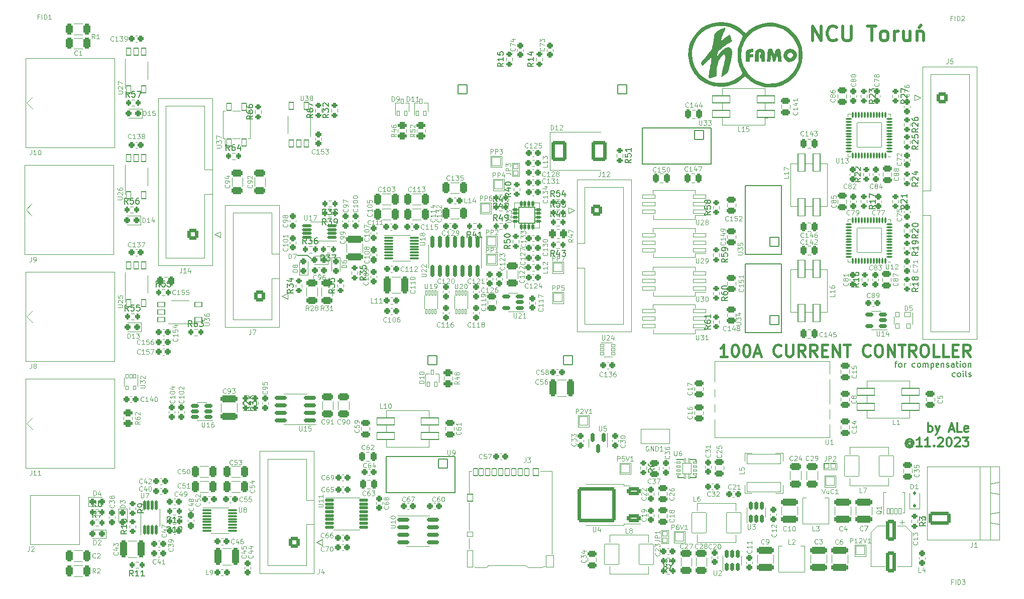
<source format=gto>
%TF.GenerationSoftware,KiCad,Pcbnew,7.0.1*%
%TF.CreationDate,2023-11-29T10:40:00+01:00*%
%TF.ProjectId,current100A_Artiq,63757272-656e-4743-9130-30415f417274,rev?*%
%TF.SameCoordinates,Original*%
%TF.FileFunction,Legend,Top*%
%TF.FilePolarity,Positive*%
%FSLAX46Y46*%
G04 Gerber Fmt 4.6, Leading zero omitted, Abs format (unit mm)*
G04 Created by KiCad (PCBNEW 7.0.1) date 2023-11-29 10:40:00*
%MOMM*%
%LPD*%
G01*
G04 APERTURE LIST*
G04 Aperture macros list*
%AMRoundRect*
0 Rectangle with rounded corners*
0 $1 Rounding radius*
0 $2 $3 $4 $5 $6 $7 $8 $9 X,Y pos of 4 corners*
0 Add a 4 corners polygon primitive as box body*
4,1,4,$2,$3,$4,$5,$6,$7,$8,$9,$2,$3,0*
0 Add four circle primitives for the rounded corners*
1,1,$1+$1,$2,$3*
1,1,$1+$1,$4,$5*
1,1,$1+$1,$6,$7*
1,1,$1+$1,$8,$9*
0 Add four rect primitives between the rounded corners*
20,1,$1+$1,$2,$3,$4,$5,0*
20,1,$1+$1,$4,$5,$6,$7,0*
20,1,$1+$1,$6,$7,$8,$9,0*
20,1,$1+$1,$8,$9,$2,$3,0*%
%AMFreePoly0*
4,1,15,1.827885,0.766502,1.846291,0.743898,1.848963,0.714870,1.548963,-0.735130,1.531571,-0.763772,1.500000,-0.775000,-1.500000,-0.775000,-1.531571,-0.763772,-1.548963,-0.735130,-1.848963,0.714870,-1.846291,0.743898,-1.827885,0.766502,-1.800000,0.775000,1.800000,0.775000,1.827885,0.766502,1.827885,0.766502,$1*%
%AMFreePoly1*
4,1,15,1.531571,0.763772,1.548963,0.735130,1.848963,-0.714870,1.846291,-0.743898,1.827885,-0.766502,1.800000,-0.775000,-1.800000,-0.775000,-1.827885,-0.766502,-1.846291,-0.743898,-1.848963,-0.714870,-1.548963,0.735130,-1.531571,0.763772,-1.500000,0.775000,1.500000,0.775000,1.531571,0.763772,1.531571,0.763772,$1*%
%AMFreePoly2*
4,1,37,1.430355,1.220355,1.445000,1.185000,1.445000,0.765000,1.430355,0.729645,1.395000,0.715000,0.905000,0.715000,0.905000,0.585000,1.395000,0.585000,1.430355,0.570355,1.445000,0.535000,1.445000,0.115000,1.430355,0.079645,1.395000,0.065000,0.905000,0.065000,0.905000,-0.065000,1.395000,-0.065000,1.430355,-0.079645,1.445000,-0.115000,1.445000,-0.535000,1.430355,-0.570355,
1.395000,-0.585000,0.905000,-0.585000,0.905000,-0.715000,1.395000,-0.715000,1.430355,-0.729645,1.445000,-0.765000,1.445000,-1.185000,1.430355,-1.220355,1.395000,-1.235000,-0.855000,-1.235000,-0.890355,-1.220355,-0.905000,-1.185000,-0.905000,1.185000,-0.890355,1.220355,-0.855000,1.235000,1.395000,1.235000,1.430355,1.220355,1.430355,1.220355,$1*%
G04 Aperture macros list end*
%ADD10C,0.150000*%
%ADD11C,0.300000*%
%ADD12C,0.400000*%
%ADD13C,0.500000*%
%ADD14C,0.120000*%
%ADD15C,0.105000*%
%ADD16C,0.100000*%
%ADD17RoundRect,0.275000X0.225000X0.250000X-0.225000X0.250000X-0.225000X-0.250000X0.225000X-0.250000X0*%
%ADD18RoundRect,0.250000X0.200000X0.275000X-0.200000X0.275000X-0.200000X-0.275000X0.200000X-0.275000X0*%
%ADD19RoundRect,0.275000X0.250000X-0.225000X0.250000X0.225000X-0.250000X0.225000X-0.250000X-0.225000X0*%
%ADD20RoundRect,0.275000X-0.225000X-0.250000X0.225000X-0.250000X0.225000X0.250000X-0.225000X0.250000X0*%
%ADD21RoundRect,0.250000X-0.275000X0.200000X-0.275000X-0.200000X0.275000X-0.200000X0.275000X0.200000X0*%
%ADD22RoundRect,0.300000X-0.325000X-0.650000X0.325000X-0.650000X0.325000X0.650000X-0.325000X0.650000X0*%
%ADD23RoundRect,0.300000X-0.450000X0.262500X-0.450000X-0.262500X0.450000X-0.262500X0.450000X0.262500X0*%
%ADD24RoundRect,0.050000X1.500000X0.600000X-1.500000X0.600000X-1.500000X-0.600000X1.500000X-0.600000X0*%
%ADD25RoundRect,0.050000X0.762000X0.762000X-0.762000X0.762000X-0.762000X-0.762000X0.762000X-0.762000X0*%
%ADD26C,1.624000*%
%ADD27RoundRect,0.050000X1.080000X0.320000X-1.080000X0.320000X-1.080000X-0.320000X1.080000X-0.320000X0*%
%ADD28RoundRect,0.300000X0.475000X-0.250000X0.475000X0.250000X-0.475000X0.250000X-0.475000X-0.250000X0*%
%ADD29RoundRect,0.300000X-0.650000X0.325000X-0.650000X-0.325000X0.650000X-0.325000X0.650000X0.325000X0*%
%ADD30RoundRect,0.050000X0.750000X0.750000X-0.750000X0.750000X-0.750000X-0.750000X0.750000X-0.750000X0*%
%ADD31RoundRect,0.050000X-0.750000X-0.750000X0.750000X-0.750000X0.750000X0.750000X-0.750000X0.750000X0*%
%ADD32RoundRect,0.050000X-0.400000X0.400000X-0.400000X-0.400000X0.400000X-0.400000X0.400000X0.400000X0*%
%ADD33RoundRect,0.300000X0.850000X0.350000X-0.850000X0.350000X-0.850000X-0.350000X0.850000X-0.350000X0*%
%ADD34RoundRect,0.299997X2.950003X2.650003X-2.950003X2.650003X-2.950003X-2.650003X2.950003X-2.650003X0*%
%ADD35RoundRect,0.300000X0.600000X0.600000X-0.600000X0.600000X-0.600000X-0.600000X0.600000X-0.600000X0*%
%ADD36C,1.800000*%
%ADD37RoundRect,0.250000X-0.200000X-0.275000X0.200000X-0.275000X0.200000X0.275000X-0.200000X0.275000X0*%
%ADD38RoundRect,0.250000X0.275000X-0.200000X0.275000X0.200000X-0.275000X0.200000X-0.275000X-0.200000X0*%
%ADD39C,2.350000*%
%ADD40RoundRect,0.050000X0.762000X-0.762000X0.762000X0.762000X-0.762000X0.762000X-0.762000X-0.762000X0*%
%ADD41RoundRect,0.050000X-1.206500X-1.714500X1.206500X-1.714500X1.206500X1.714500X-1.206500X1.714500X0*%
%ADD42RoundRect,0.275000X-0.250000X0.225000X-0.250000X-0.225000X0.250000X-0.225000X0.250000X0.225000X0*%
%ADD43RoundRect,0.050000X-0.400000X-0.400000X0.400000X-0.400000X0.400000X0.400000X-0.400000X0.400000X0*%
%ADD44RoundRect,0.050000X-0.400000X-0.600000X0.400000X-0.600000X0.400000X0.600000X-0.400000X0.600000X0*%
%ADD45RoundRect,0.268750X-0.218750X-0.256250X0.218750X-0.256250X0.218750X0.256250X-0.218750X0.256250X0*%
%ADD46RoundRect,0.050000X-0.350000X-0.600000X0.350000X-0.600000X0.350000X0.600000X-0.350000X0.600000X0*%
%ADD47RoundRect,0.050000X-0.500000X-0.400000X0.500000X-0.400000X0.500000X0.400000X-0.500000X0.400000X0*%
%ADD48RoundRect,0.050000X-0.500000X-0.600000X0.500000X-0.600000X0.500000X0.600000X-0.500000X0.600000X0*%
%ADD49RoundRect,0.050000X-0.500000X-1.400000X0.500000X-1.400000X0.500000X1.400000X-0.500000X1.400000X0*%
%ADD50RoundRect,0.050000X-0.650000X-0.950000X0.650000X-0.950000X0.650000X0.950000X-0.650000X0.950000X0*%
%ADD51RoundRect,0.268750X-0.256250X0.218750X-0.256250X-0.218750X0.256250X-0.218750X0.256250X0.218750X0*%
%ADD52RoundRect,0.200000X0.512500X0.150000X-0.512500X0.150000X-0.512500X-0.150000X0.512500X-0.150000X0*%
%ADD53RoundRect,0.300000X-0.312500X-0.625000X0.312500X-0.625000X0.312500X0.625000X-0.312500X0.625000X0*%
%ADD54C,2.100000*%
%ADD55FreePoly0,0.000000*%
%ADD56FreePoly1,0.000000*%
%ADD57RoundRect,0.050000X-0.225000X-0.350000X0.225000X-0.350000X0.225000X0.350000X-0.225000X0.350000X0*%
%ADD58C,1.500000*%
%ADD59C,5.700000*%
%ADD60RoundRect,0.300000X0.450000X-0.262500X0.450000X0.262500X-0.450000X0.262500X-0.450000X-0.262500X0*%
%ADD61RoundRect,0.300000X-0.475000X0.250000X-0.475000X-0.250000X0.475000X-0.250000X0.475000X0.250000X0*%
%ADD62RoundRect,0.200000X-0.150000X0.825000X-0.150000X-0.825000X0.150000X-0.825000X0.150000X0.825000X0*%
%ADD63RoundRect,0.050000X0.150000X0.400000X-0.150000X0.400000X-0.150000X-0.400000X0.150000X-0.400000X0*%
%ADD64RoundRect,0.050000X-0.400000X0.600000X-0.400000X-0.600000X0.400000X-0.600000X0.400000X0.600000X0*%
%ADD65RoundRect,0.050000X0.400000X-0.600000X0.400000X0.600000X-0.400000X0.600000X-0.400000X-0.600000X0*%
%ADD66RoundRect,0.125000X-0.650000X-0.075000X0.650000X-0.075000X0.650000X0.075000X-0.650000X0.075000X0*%
%ADD67RoundRect,0.150000X-0.637500X-0.100000X0.637500X-0.100000X0.637500X0.100000X-0.637500X0.100000X0*%
%ADD68RoundRect,0.300000X0.250000X0.475000X-0.250000X0.475000X-0.250000X-0.475000X0.250000X-0.475000X0*%
%ADD69RoundRect,0.268750X0.218750X0.256250X-0.218750X0.256250X-0.218750X-0.256250X0.218750X-0.256250X0*%
%ADD70RoundRect,0.300000X-1.100000X0.325000X-1.100000X-0.325000X1.100000X-0.325000X1.100000X0.325000X0*%
%ADD71RoundRect,0.200000X0.825000X0.150000X-0.825000X0.150000X-0.825000X-0.150000X0.825000X-0.150000X0*%
%ADD72RoundRect,0.050000X0.750000X-0.750000X0.750000X0.750000X-0.750000X0.750000X-0.750000X-0.750000X0*%
%ADD73RoundRect,0.162500X0.112500X-0.187500X0.112500X0.187500X-0.112500X0.187500X-0.112500X-0.187500X0*%
%ADD74RoundRect,0.050000X-1.500000X-0.600000X1.500000X-0.600000X1.500000X0.600000X-1.500000X0.600000X0*%
%ADD75RoundRect,0.287500X0.237500X-0.300000X0.237500X0.300000X-0.237500X0.300000X-0.237500X-0.300000X0*%
%ADD76RoundRect,0.050000X-0.500000X0.350000X-0.500000X-0.350000X0.500000X-0.350000X0.500000X0.350000X0*%
%ADD77RoundRect,0.050000X-0.300000X0.350000X-0.300000X-0.350000X0.300000X-0.350000X0.300000X0.350000X0*%
%ADD78RoundRect,0.112500X0.375000X0.062500X-0.375000X0.062500X-0.375000X-0.062500X0.375000X-0.062500X0*%
%ADD79RoundRect,0.112500X0.062500X0.375000X-0.062500X0.375000X-0.062500X-0.375000X0.062500X-0.375000X0*%
%ADD80RoundRect,0.050000X2.050000X2.050000X-2.050000X2.050000X-2.050000X-2.050000X2.050000X-2.050000X0*%
%ADD81O,2.600000X1.700000*%
%ADD82O,7.100000X3.600000*%
%ADD83RoundRect,0.050000X1.206500X1.714500X-1.206500X1.714500X-1.206500X-1.714500X1.206500X-1.714500X0*%
%ADD84C,4.800000*%
%ADD85RoundRect,0.050000X-0.600000X1.500000X-0.600000X-1.500000X0.600000X-1.500000X0.600000X1.500000X0*%
%ADD86RoundRect,0.050000X-0.325000X-0.200000X0.325000X-0.200000X0.325000X0.200000X-0.325000X0.200000X0*%
%ADD87RoundRect,0.300000X-0.250000X-0.475000X0.250000X-0.475000X0.250000X0.475000X-0.250000X0.475000X0*%
%ADD88RoundRect,0.300000X0.325000X0.650000X-0.325000X0.650000X-0.325000X-0.650000X0.325000X-0.650000X0*%
%ADD89RoundRect,0.300000X1.100000X-0.325000X1.100000X0.325000X-1.100000X0.325000X-1.100000X-0.325000X0*%
%ADD90RoundRect,0.300000X0.625000X-0.312500X0.625000X0.312500X-0.625000X0.312500X-0.625000X-0.312500X0*%
%ADD91RoundRect,0.050000X-0.200000X0.325000X-0.200000X-0.325000X0.200000X-0.325000X0.200000X0.325000X0*%
%ADD92RoundRect,0.300000X0.650000X-0.325000X0.650000X0.325000X-0.650000X0.325000X-0.650000X-0.325000X0*%
%ADD93RoundRect,0.200000X-0.150000X0.587500X-0.150000X-0.587500X0.150000X-0.587500X0.150000X0.587500X0*%
%ADD94RoundRect,0.300000X-0.600000X-0.600000X0.600000X-0.600000X0.600000X0.600000X-0.600000X0.600000X0*%
%ADD95RoundRect,0.300000X-0.325000X-1.100000X0.325000X-1.100000X0.325000X1.100000X-0.325000X1.100000X0*%
%ADD96RoundRect,0.268750X0.256250X-0.218750X0.256250X0.218750X-0.256250X0.218750X-0.256250X-0.218750X0*%
%ADD97RoundRect,0.150000X0.100000X-0.712500X0.100000X0.712500X-0.100000X0.712500X-0.100000X-0.712500X0*%
%ADD98RoundRect,0.300000X-0.625000X0.312500X-0.625000X-0.312500X0.625000X-0.312500X0.625000X0.312500X0*%
%ADD99RoundRect,0.150000X0.712500X0.100000X-0.712500X0.100000X-0.712500X-0.100000X0.712500X-0.100000X0*%
%ADD100RoundRect,0.050000X0.600000X0.400000X-0.600000X0.400000X-0.600000X-0.400000X0.600000X-0.400000X0*%
%ADD101RoundRect,0.300000X1.000000X-1.400000X1.000000X1.400000X-1.000000X1.400000X-1.000000X-1.400000X0*%
%ADD102O,2.600000X1.600000*%
%ADD103RoundRect,0.300000X-0.550000X1.500000X-0.550000X-1.500000X0.550000X-1.500000X0.550000X1.500000X0*%
%ADD104RoundRect,0.300000X0.325000X1.100000X-0.325000X1.100000X-0.325000X-1.100000X0.325000X-1.100000X0*%
%ADD105RoundRect,0.050000X0.300000X-0.155000X0.300000X0.155000X-0.300000X0.155000X-0.300000X-0.155000X0*%
%ADD106C,0.400000*%
%ADD107RoundRect,0.050000X-0.115000X-0.412500X0.115000X-0.412500X0.115000X0.412500X-0.115000X0.412500X0*%
%ADD108RoundRect,0.050000X-0.750000X-0.875000X0.750000X-0.875000X0.750000X0.875000X-0.750000X0.875000X0*%
%ADD109RoundRect,0.300000X0.262500X0.450000X-0.262500X0.450000X-0.262500X-0.450000X0.262500X-0.450000X0*%
%ADD110RoundRect,0.200000X0.150000X-0.512500X0.150000X0.512500X-0.150000X0.512500X-0.150000X-0.512500X0*%
%ADD111RoundRect,0.137500X0.087500X-0.337500X0.087500X0.337500X-0.087500X0.337500X-0.087500X-0.337500X0*%
%ADD112RoundRect,0.131250X0.081250X-0.343750X0.081250X0.343750X-0.081250X0.343750X-0.081250X-0.343750X0*%
%ADD113RoundRect,0.131250X0.343750X-0.081250X0.343750X0.081250X-0.343750X0.081250X-0.343750X-0.081250X0*%
%ADD114RoundRect,0.137500X0.337500X-0.087500X0.337500X0.087500X-0.337500X0.087500X-0.337500X-0.087500X0*%
%ADD115RoundRect,0.050000X1.350000X-1.350000X1.350000X1.350000X-1.350000X1.350000X-1.350000X-1.350000X0*%
%ADD116RoundRect,0.299999X1.550001X-0.790001X1.550001X0.790001X-1.550001X0.790001X-1.550001X-0.790001X0*%
%ADD117O,3.700000X2.180000*%
%ADD118RoundRect,0.200000X-0.825000X-0.150000X0.825000X-0.150000X0.825000X0.150000X-0.825000X0.150000X0*%
%ADD119RoundRect,0.287500X-0.237500X0.300000X-0.237500X-0.300000X0.237500X-0.300000X0.237500X0.300000X0*%
%ADD120RoundRect,0.050000X-0.750000X0.750000X-0.750000X-0.750000X0.750000X-0.750000X0.750000X0.750000X0*%
%ADD121RoundRect,0.050000X-2.850000X0.800000X-2.850000X-0.800000X2.850000X-0.800000X2.850000X0.800000X0*%
%ADD122RoundRect,0.050000X0.210000X-0.495000X0.210000X0.495000X-0.210000X0.495000X-0.210000X-0.495000X0*%
%ADD123RoundRect,0.050000X0.210000X-0.500000X0.210000X0.500000X-0.210000X0.500000X-0.210000X-0.500000X0*%
%ADD124FreePoly2,90.000000*%
%ADD125C,3.300000*%
%ADD126RoundRect,0.050000X0.765000X-0.765000X0.765000X0.765000X-0.765000X0.765000X-0.765000X-0.765000X0*%
%ADD127C,1.630000*%
G04 APERTURE END LIST*
D10*
X47625000Y-42545000D02*
X48260000Y-43053000D01*
X45974000Y-42545000D02*
X47625000Y-42545000D01*
X146670760Y-60709952D02*
X147051712Y-60709952D01*
X146813617Y-61376619D02*
X146813617Y-60519476D01*
X146813617Y-60519476D02*
X146861236Y-60424238D01*
X146861236Y-60424238D02*
X146956474Y-60376619D01*
X146956474Y-60376619D02*
X147051712Y-60376619D01*
X147527903Y-61376619D02*
X147432665Y-61329000D01*
X147432665Y-61329000D02*
X147385046Y-61281380D01*
X147385046Y-61281380D02*
X147337427Y-61186142D01*
X147337427Y-61186142D02*
X147337427Y-60900428D01*
X147337427Y-60900428D02*
X147385046Y-60805190D01*
X147385046Y-60805190D02*
X147432665Y-60757571D01*
X147432665Y-60757571D02*
X147527903Y-60709952D01*
X147527903Y-60709952D02*
X147670760Y-60709952D01*
X147670760Y-60709952D02*
X147765998Y-60757571D01*
X147765998Y-60757571D02*
X147813617Y-60805190D01*
X147813617Y-60805190D02*
X147861236Y-60900428D01*
X147861236Y-60900428D02*
X147861236Y-61186142D01*
X147861236Y-61186142D02*
X147813617Y-61281380D01*
X147813617Y-61281380D02*
X147765998Y-61329000D01*
X147765998Y-61329000D02*
X147670760Y-61376619D01*
X147670760Y-61376619D02*
X147527903Y-61376619D01*
X148289808Y-61376619D02*
X148289808Y-60709952D01*
X148289808Y-60900428D02*
X148337427Y-60805190D01*
X148337427Y-60805190D02*
X148385046Y-60757571D01*
X148385046Y-60757571D02*
X148480284Y-60709952D01*
X148480284Y-60709952D02*
X148575522Y-60709952D01*
X150099332Y-61329000D02*
X150004094Y-61376619D01*
X150004094Y-61376619D02*
X149813618Y-61376619D01*
X149813618Y-61376619D02*
X149718380Y-61329000D01*
X149718380Y-61329000D02*
X149670761Y-61281380D01*
X149670761Y-61281380D02*
X149623142Y-61186142D01*
X149623142Y-61186142D02*
X149623142Y-60900428D01*
X149623142Y-60900428D02*
X149670761Y-60805190D01*
X149670761Y-60805190D02*
X149718380Y-60757571D01*
X149718380Y-60757571D02*
X149813618Y-60709952D01*
X149813618Y-60709952D02*
X150004094Y-60709952D01*
X150004094Y-60709952D02*
X150099332Y-60757571D01*
X150670761Y-61376619D02*
X150575523Y-61329000D01*
X150575523Y-61329000D02*
X150527904Y-61281380D01*
X150527904Y-61281380D02*
X150480285Y-61186142D01*
X150480285Y-61186142D02*
X150480285Y-60900428D01*
X150480285Y-60900428D02*
X150527904Y-60805190D01*
X150527904Y-60805190D02*
X150575523Y-60757571D01*
X150575523Y-60757571D02*
X150670761Y-60709952D01*
X150670761Y-60709952D02*
X150813618Y-60709952D01*
X150813618Y-60709952D02*
X150908856Y-60757571D01*
X150908856Y-60757571D02*
X150956475Y-60805190D01*
X150956475Y-60805190D02*
X151004094Y-60900428D01*
X151004094Y-60900428D02*
X151004094Y-61186142D01*
X151004094Y-61186142D02*
X150956475Y-61281380D01*
X150956475Y-61281380D02*
X150908856Y-61329000D01*
X150908856Y-61329000D02*
X150813618Y-61376619D01*
X150813618Y-61376619D02*
X150670761Y-61376619D01*
X151432666Y-61376619D02*
X151432666Y-60709952D01*
X151432666Y-60805190D02*
X151480285Y-60757571D01*
X151480285Y-60757571D02*
X151575523Y-60709952D01*
X151575523Y-60709952D02*
X151718380Y-60709952D01*
X151718380Y-60709952D02*
X151813618Y-60757571D01*
X151813618Y-60757571D02*
X151861237Y-60852809D01*
X151861237Y-60852809D02*
X151861237Y-61376619D01*
X151861237Y-60852809D02*
X151908856Y-60757571D01*
X151908856Y-60757571D02*
X152004094Y-60709952D01*
X152004094Y-60709952D02*
X152146951Y-60709952D01*
X152146951Y-60709952D02*
X152242190Y-60757571D01*
X152242190Y-60757571D02*
X152289809Y-60852809D01*
X152289809Y-60852809D02*
X152289809Y-61376619D01*
X152765999Y-60709952D02*
X152765999Y-61709952D01*
X152765999Y-60757571D02*
X152861237Y-60709952D01*
X152861237Y-60709952D02*
X153051713Y-60709952D01*
X153051713Y-60709952D02*
X153146951Y-60757571D01*
X153146951Y-60757571D02*
X153194570Y-60805190D01*
X153194570Y-60805190D02*
X153242189Y-60900428D01*
X153242189Y-60900428D02*
X153242189Y-61186142D01*
X153242189Y-61186142D02*
X153194570Y-61281380D01*
X153194570Y-61281380D02*
X153146951Y-61329000D01*
X153146951Y-61329000D02*
X153051713Y-61376619D01*
X153051713Y-61376619D02*
X152861237Y-61376619D01*
X152861237Y-61376619D02*
X152765999Y-61329000D01*
X154051713Y-61329000D02*
X153956475Y-61376619D01*
X153956475Y-61376619D02*
X153765999Y-61376619D01*
X153765999Y-61376619D02*
X153670761Y-61329000D01*
X153670761Y-61329000D02*
X153623142Y-61233761D01*
X153623142Y-61233761D02*
X153623142Y-60852809D01*
X153623142Y-60852809D02*
X153670761Y-60757571D01*
X153670761Y-60757571D02*
X153765999Y-60709952D01*
X153765999Y-60709952D02*
X153956475Y-60709952D01*
X153956475Y-60709952D02*
X154051713Y-60757571D01*
X154051713Y-60757571D02*
X154099332Y-60852809D01*
X154099332Y-60852809D02*
X154099332Y-60948047D01*
X154099332Y-60948047D02*
X153623142Y-61043285D01*
X154527904Y-60709952D02*
X154527904Y-61376619D01*
X154527904Y-60805190D02*
X154575523Y-60757571D01*
X154575523Y-60757571D02*
X154670761Y-60709952D01*
X154670761Y-60709952D02*
X154813618Y-60709952D01*
X154813618Y-60709952D02*
X154908856Y-60757571D01*
X154908856Y-60757571D02*
X154956475Y-60852809D01*
X154956475Y-60852809D02*
X154956475Y-61376619D01*
X155385047Y-61329000D02*
X155480285Y-61376619D01*
X155480285Y-61376619D02*
X155670761Y-61376619D01*
X155670761Y-61376619D02*
X155765999Y-61329000D01*
X155765999Y-61329000D02*
X155813618Y-61233761D01*
X155813618Y-61233761D02*
X155813618Y-61186142D01*
X155813618Y-61186142D02*
X155765999Y-61090904D01*
X155765999Y-61090904D02*
X155670761Y-61043285D01*
X155670761Y-61043285D02*
X155527904Y-61043285D01*
X155527904Y-61043285D02*
X155432666Y-60995666D01*
X155432666Y-60995666D02*
X155385047Y-60900428D01*
X155385047Y-60900428D02*
X155385047Y-60852809D01*
X155385047Y-60852809D02*
X155432666Y-60757571D01*
X155432666Y-60757571D02*
X155527904Y-60709952D01*
X155527904Y-60709952D02*
X155670761Y-60709952D01*
X155670761Y-60709952D02*
X155765999Y-60757571D01*
X156670761Y-61376619D02*
X156670761Y-60852809D01*
X156670761Y-60852809D02*
X156623142Y-60757571D01*
X156623142Y-60757571D02*
X156527904Y-60709952D01*
X156527904Y-60709952D02*
X156337428Y-60709952D01*
X156337428Y-60709952D02*
X156242190Y-60757571D01*
X156670761Y-61329000D02*
X156575523Y-61376619D01*
X156575523Y-61376619D02*
X156337428Y-61376619D01*
X156337428Y-61376619D02*
X156242190Y-61329000D01*
X156242190Y-61329000D02*
X156194571Y-61233761D01*
X156194571Y-61233761D02*
X156194571Y-61138523D01*
X156194571Y-61138523D02*
X156242190Y-61043285D01*
X156242190Y-61043285D02*
X156337428Y-60995666D01*
X156337428Y-60995666D02*
X156575523Y-60995666D01*
X156575523Y-60995666D02*
X156670761Y-60948047D01*
X157004095Y-60709952D02*
X157385047Y-60709952D01*
X157146952Y-60376619D02*
X157146952Y-61233761D01*
X157146952Y-61233761D02*
X157194571Y-61329000D01*
X157194571Y-61329000D02*
X157289809Y-61376619D01*
X157289809Y-61376619D02*
X157385047Y-61376619D01*
X157718381Y-61376619D02*
X157718381Y-60709952D01*
X157718381Y-60376619D02*
X157670762Y-60424238D01*
X157670762Y-60424238D02*
X157718381Y-60471857D01*
X157718381Y-60471857D02*
X157766000Y-60424238D01*
X157766000Y-60424238D02*
X157718381Y-60376619D01*
X157718381Y-60376619D02*
X157718381Y-60471857D01*
X158337428Y-61376619D02*
X158242190Y-61329000D01*
X158242190Y-61329000D02*
X158194571Y-61281380D01*
X158194571Y-61281380D02*
X158146952Y-61186142D01*
X158146952Y-61186142D02*
X158146952Y-60900428D01*
X158146952Y-60900428D02*
X158194571Y-60805190D01*
X158194571Y-60805190D02*
X158242190Y-60757571D01*
X158242190Y-60757571D02*
X158337428Y-60709952D01*
X158337428Y-60709952D02*
X158480285Y-60709952D01*
X158480285Y-60709952D02*
X158575523Y-60757571D01*
X158575523Y-60757571D02*
X158623142Y-60805190D01*
X158623142Y-60805190D02*
X158670761Y-60900428D01*
X158670761Y-60900428D02*
X158670761Y-61186142D01*
X158670761Y-61186142D02*
X158623142Y-61281380D01*
X158623142Y-61281380D02*
X158575523Y-61329000D01*
X158575523Y-61329000D02*
X158480285Y-61376619D01*
X158480285Y-61376619D02*
X158337428Y-61376619D01*
X159099333Y-60709952D02*
X159099333Y-61376619D01*
X159099333Y-60805190D02*
X159146952Y-60757571D01*
X159146952Y-60757571D02*
X159242190Y-60709952D01*
X159242190Y-60709952D02*
X159385047Y-60709952D01*
X159385047Y-60709952D02*
X159480285Y-60757571D01*
X159480285Y-60757571D02*
X159527904Y-60852809D01*
X159527904Y-60852809D02*
X159527904Y-61376619D01*
X156861237Y-62949000D02*
X156765999Y-62996619D01*
X156765999Y-62996619D02*
X156575523Y-62996619D01*
X156575523Y-62996619D02*
X156480285Y-62949000D01*
X156480285Y-62949000D02*
X156432666Y-62901380D01*
X156432666Y-62901380D02*
X156385047Y-62806142D01*
X156385047Y-62806142D02*
X156385047Y-62520428D01*
X156385047Y-62520428D02*
X156432666Y-62425190D01*
X156432666Y-62425190D02*
X156480285Y-62377571D01*
X156480285Y-62377571D02*
X156575523Y-62329952D01*
X156575523Y-62329952D02*
X156765999Y-62329952D01*
X156765999Y-62329952D02*
X156861237Y-62377571D01*
X157432666Y-62996619D02*
X157337428Y-62949000D01*
X157337428Y-62949000D02*
X157289809Y-62901380D01*
X157289809Y-62901380D02*
X157242190Y-62806142D01*
X157242190Y-62806142D02*
X157242190Y-62520428D01*
X157242190Y-62520428D02*
X157289809Y-62425190D01*
X157289809Y-62425190D02*
X157337428Y-62377571D01*
X157337428Y-62377571D02*
X157432666Y-62329952D01*
X157432666Y-62329952D02*
X157575523Y-62329952D01*
X157575523Y-62329952D02*
X157670761Y-62377571D01*
X157670761Y-62377571D02*
X157718380Y-62425190D01*
X157718380Y-62425190D02*
X157765999Y-62520428D01*
X157765999Y-62520428D02*
X157765999Y-62806142D01*
X157765999Y-62806142D02*
X157718380Y-62901380D01*
X157718380Y-62901380D02*
X157670761Y-62949000D01*
X157670761Y-62949000D02*
X157575523Y-62996619D01*
X157575523Y-62996619D02*
X157432666Y-62996619D01*
X158194571Y-62996619D02*
X158194571Y-62329952D01*
X158194571Y-61996619D02*
X158146952Y-62044238D01*
X158146952Y-62044238D02*
X158194571Y-62091857D01*
X158194571Y-62091857D02*
X158242190Y-62044238D01*
X158242190Y-62044238D02*
X158194571Y-61996619D01*
X158194571Y-61996619D02*
X158194571Y-62091857D01*
X158813618Y-62996619D02*
X158718380Y-62949000D01*
X158718380Y-62949000D02*
X158670761Y-62853761D01*
X158670761Y-62853761D02*
X158670761Y-61996619D01*
X159146952Y-62949000D02*
X159242190Y-62996619D01*
X159242190Y-62996619D02*
X159432666Y-62996619D01*
X159432666Y-62996619D02*
X159527904Y-62949000D01*
X159527904Y-62949000D02*
X159575523Y-62853761D01*
X159575523Y-62853761D02*
X159575523Y-62806142D01*
X159575523Y-62806142D02*
X159527904Y-62710904D01*
X159527904Y-62710904D02*
X159432666Y-62663285D01*
X159432666Y-62663285D02*
X159289809Y-62663285D01*
X159289809Y-62663285D02*
X159194571Y-62615666D01*
X159194571Y-62615666D02*
X159146952Y-62520428D01*
X159146952Y-62520428D02*
X159146952Y-62472809D01*
X159146952Y-62472809D02*
X159194571Y-62377571D01*
X159194571Y-62377571D02*
X159289809Y-62329952D01*
X159289809Y-62329952D02*
X159432666Y-62329952D01*
X159432666Y-62329952D02*
X159527904Y-62377571D01*
D11*
X152313571Y-72316428D02*
X152313571Y-70816428D01*
X152313571Y-71387857D02*
X152456429Y-71316428D01*
X152456429Y-71316428D02*
X152742143Y-71316428D01*
X152742143Y-71316428D02*
X152885000Y-71387857D01*
X152885000Y-71387857D02*
X152956429Y-71459285D01*
X152956429Y-71459285D02*
X153027857Y-71602142D01*
X153027857Y-71602142D02*
X153027857Y-72030714D01*
X153027857Y-72030714D02*
X152956429Y-72173571D01*
X152956429Y-72173571D02*
X152885000Y-72245000D01*
X152885000Y-72245000D02*
X152742143Y-72316428D01*
X152742143Y-72316428D02*
X152456429Y-72316428D01*
X152456429Y-72316428D02*
X152313571Y-72245000D01*
X153527857Y-71316428D02*
X153885000Y-72316428D01*
X154242143Y-71316428D02*
X153885000Y-72316428D01*
X153885000Y-72316428D02*
X153742143Y-72673571D01*
X153742143Y-72673571D02*
X153670714Y-72745000D01*
X153670714Y-72745000D02*
X153527857Y-72816428D01*
X155885000Y-71887857D02*
X156599286Y-71887857D01*
X155742143Y-72316428D02*
X156242143Y-70816428D01*
X156242143Y-70816428D02*
X156742143Y-72316428D01*
X157956428Y-72316428D02*
X157242142Y-72316428D01*
X157242142Y-72316428D02*
X157242142Y-70816428D01*
X159027857Y-72245000D02*
X158885000Y-72316428D01*
X158885000Y-72316428D02*
X158599286Y-72316428D01*
X158599286Y-72316428D02*
X158456428Y-72245000D01*
X158456428Y-72245000D02*
X158385000Y-72102142D01*
X158385000Y-72102142D02*
X158385000Y-71530714D01*
X158385000Y-71530714D02*
X158456428Y-71387857D01*
X158456428Y-71387857D02*
X158599286Y-71316428D01*
X158599286Y-71316428D02*
X158885000Y-71316428D01*
X158885000Y-71316428D02*
X159027857Y-71387857D01*
X159027857Y-71387857D02*
X159099286Y-71530714D01*
X159099286Y-71530714D02*
X159099286Y-71673571D01*
X159099286Y-71673571D02*
X158385000Y-71816428D01*
X149456431Y-74032142D02*
X149385002Y-73960714D01*
X149385002Y-73960714D02*
X149242145Y-73889285D01*
X149242145Y-73889285D02*
X149099288Y-73889285D01*
X149099288Y-73889285D02*
X148956431Y-73960714D01*
X148956431Y-73960714D02*
X148885002Y-74032142D01*
X148885002Y-74032142D02*
X148813574Y-74175000D01*
X148813574Y-74175000D02*
X148813574Y-74317857D01*
X148813574Y-74317857D02*
X148885002Y-74460714D01*
X148885002Y-74460714D02*
X148956431Y-74532142D01*
X148956431Y-74532142D02*
X149099288Y-74603571D01*
X149099288Y-74603571D02*
X149242145Y-74603571D01*
X149242145Y-74603571D02*
X149385002Y-74532142D01*
X149385002Y-74532142D02*
X149456431Y-74460714D01*
X149456431Y-73889285D02*
X149456431Y-74460714D01*
X149456431Y-74460714D02*
X149527859Y-74532142D01*
X149527859Y-74532142D02*
X149599288Y-74532142D01*
X149599288Y-74532142D02*
X149742145Y-74460714D01*
X149742145Y-74460714D02*
X149813574Y-74317857D01*
X149813574Y-74317857D02*
X149813574Y-73960714D01*
X149813574Y-73960714D02*
X149670717Y-73746428D01*
X149670717Y-73746428D02*
X149456431Y-73603571D01*
X149456431Y-73603571D02*
X149170717Y-73532142D01*
X149170717Y-73532142D02*
X148885002Y-73603571D01*
X148885002Y-73603571D02*
X148670717Y-73746428D01*
X148670717Y-73746428D02*
X148527859Y-73960714D01*
X148527859Y-73960714D02*
X148456431Y-74246428D01*
X148456431Y-74246428D02*
X148527859Y-74532142D01*
X148527859Y-74532142D02*
X148670717Y-74746428D01*
X148670717Y-74746428D02*
X148885002Y-74889285D01*
X148885002Y-74889285D02*
X149170717Y-74960714D01*
X149170717Y-74960714D02*
X149456431Y-74889285D01*
X149456431Y-74889285D02*
X149670717Y-74746428D01*
X151242145Y-74746428D02*
X150385002Y-74746428D01*
X150813573Y-74746428D02*
X150813573Y-73246428D01*
X150813573Y-73246428D02*
X150670716Y-73460714D01*
X150670716Y-73460714D02*
X150527859Y-73603571D01*
X150527859Y-73603571D02*
X150385002Y-73675000D01*
X152670716Y-74746428D02*
X151813573Y-74746428D01*
X152242144Y-74746428D02*
X152242144Y-73246428D01*
X152242144Y-73246428D02*
X152099287Y-73460714D01*
X152099287Y-73460714D02*
X151956430Y-73603571D01*
X151956430Y-73603571D02*
X151813573Y-73675000D01*
X153313572Y-74603571D02*
X153385001Y-74675000D01*
X153385001Y-74675000D02*
X153313572Y-74746428D01*
X153313572Y-74746428D02*
X153242144Y-74675000D01*
X153242144Y-74675000D02*
X153313572Y-74603571D01*
X153313572Y-74603571D02*
X153313572Y-74746428D01*
X153956430Y-73389285D02*
X154027858Y-73317857D01*
X154027858Y-73317857D02*
X154170716Y-73246428D01*
X154170716Y-73246428D02*
X154527858Y-73246428D01*
X154527858Y-73246428D02*
X154670716Y-73317857D01*
X154670716Y-73317857D02*
X154742144Y-73389285D01*
X154742144Y-73389285D02*
X154813573Y-73532142D01*
X154813573Y-73532142D02*
X154813573Y-73675000D01*
X154813573Y-73675000D02*
X154742144Y-73889285D01*
X154742144Y-73889285D02*
X153885001Y-74746428D01*
X153885001Y-74746428D02*
X154813573Y-74746428D01*
X155742144Y-73246428D02*
X155885001Y-73246428D01*
X155885001Y-73246428D02*
X156027858Y-73317857D01*
X156027858Y-73317857D02*
X156099287Y-73389285D01*
X156099287Y-73389285D02*
X156170715Y-73532142D01*
X156170715Y-73532142D02*
X156242144Y-73817857D01*
X156242144Y-73817857D02*
X156242144Y-74175000D01*
X156242144Y-74175000D02*
X156170715Y-74460714D01*
X156170715Y-74460714D02*
X156099287Y-74603571D01*
X156099287Y-74603571D02*
X156027858Y-74675000D01*
X156027858Y-74675000D02*
X155885001Y-74746428D01*
X155885001Y-74746428D02*
X155742144Y-74746428D01*
X155742144Y-74746428D02*
X155599287Y-74675000D01*
X155599287Y-74675000D02*
X155527858Y-74603571D01*
X155527858Y-74603571D02*
X155456429Y-74460714D01*
X155456429Y-74460714D02*
X155385001Y-74175000D01*
X155385001Y-74175000D02*
X155385001Y-73817857D01*
X155385001Y-73817857D02*
X155456429Y-73532142D01*
X155456429Y-73532142D02*
X155527858Y-73389285D01*
X155527858Y-73389285D02*
X155599287Y-73317857D01*
X155599287Y-73317857D02*
X155742144Y-73246428D01*
X156813572Y-73389285D02*
X156885000Y-73317857D01*
X156885000Y-73317857D02*
X157027858Y-73246428D01*
X157027858Y-73246428D02*
X157385000Y-73246428D01*
X157385000Y-73246428D02*
X157527858Y-73317857D01*
X157527858Y-73317857D02*
X157599286Y-73389285D01*
X157599286Y-73389285D02*
X157670715Y-73532142D01*
X157670715Y-73532142D02*
X157670715Y-73675000D01*
X157670715Y-73675000D02*
X157599286Y-73889285D01*
X157599286Y-73889285D02*
X156742143Y-74746428D01*
X156742143Y-74746428D02*
X157670715Y-74746428D01*
X158170714Y-73246428D02*
X159099286Y-73246428D01*
X159099286Y-73246428D02*
X158599286Y-73817857D01*
X158599286Y-73817857D02*
X158813571Y-73817857D01*
X158813571Y-73817857D02*
X158956429Y-73889285D01*
X158956429Y-73889285D02*
X159027857Y-73960714D01*
X159027857Y-73960714D02*
X159099286Y-74103571D01*
X159099286Y-74103571D02*
X159099286Y-74460714D01*
X159099286Y-74460714D02*
X159027857Y-74603571D01*
X159027857Y-74603571D02*
X158956429Y-74675000D01*
X158956429Y-74675000D02*
X158813571Y-74746428D01*
X158813571Y-74746428D02*
X158385000Y-74746428D01*
X158385000Y-74746428D02*
X158242143Y-74675000D01*
X158242143Y-74675000D02*
X158170714Y-74603571D01*
D12*
X118432663Y-59572238D02*
X117289806Y-59572238D01*
X117861234Y-59572238D02*
X117861234Y-57572238D01*
X117861234Y-57572238D02*
X117670758Y-57857952D01*
X117670758Y-57857952D02*
X117480282Y-58048428D01*
X117480282Y-58048428D02*
X117289806Y-58143666D01*
X119670758Y-57572238D02*
X119861235Y-57572238D01*
X119861235Y-57572238D02*
X120051711Y-57667476D01*
X120051711Y-57667476D02*
X120146949Y-57762714D01*
X120146949Y-57762714D02*
X120242187Y-57953190D01*
X120242187Y-57953190D02*
X120337425Y-58334142D01*
X120337425Y-58334142D02*
X120337425Y-58810333D01*
X120337425Y-58810333D02*
X120242187Y-59191285D01*
X120242187Y-59191285D02*
X120146949Y-59381761D01*
X120146949Y-59381761D02*
X120051711Y-59477000D01*
X120051711Y-59477000D02*
X119861235Y-59572238D01*
X119861235Y-59572238D02*
X119670758Y-59572238D01*
X119670758Y-59572238D02*
X119480282Y-59477000D01*
X119480282Y-59477000D02*
X119385044Y-59381761D01*
X119385044Y-59381761D02*
X119289806Y-59191285D01*
X119289806Y-59191285D02*
X119194568Y-58810333D01*
X119194568Y-58810333D02*
X119194568Y-58334142D01*
X119194568Y-58334142D02*
X119289806Y-57953190D01*
X119289806Y-57953190D02*
X119385044Y-57762714D01*
X119385044Y-57762714D02*
X119480282Y-57667476D01*
X119480282Y-57667476D02*
X119670758Y-57572238D01*
X121575520Y-57572238D02*
X121765997Y-57572238D01*
X121765997Y-57572238D02*
X121956473Y-57667476D01*
X121956473Y-57667476D02*
X122051711Y-57762714D01*
X122051711Y-57762714D02*
X122146949Y-57953190D01*
X122146949Y-57953190D02*
X122242187Y-58334142D01*
X122242187Y-58334142D02*
X122242187Y-58810333D01*
X122242187Y-58810333D02*
X122146949Y-59191285D01*
X122146949Y-59191285D02*
X122051711Y-59381761D01*
X122051711Y-59381761D02*
X121956473Y-59477000D01*
X121956473Y-59477000D02*
X121765997Y-59572238D01*
X121765997Y-59572238D02*
X121575520Y-59572238D01*
X121575520Y-59572238D02*
X121385044Y-59477000D01*
X121385044Y-59477000D02*
X121289806Y-59381761D01*
X121289806Y-59381761D02*
X121194568Y-59191285D01*
X121194568Y-59191285D02*
X121099330Y-58810333D01*
X121099330Y-58810333D02*
X121099330Y-58334142D01*
X121099330Y-58334142D02*
X121194568Y-57953190D01*
X121194568Y-57953190D02*
X121289806Y-57762714D01*
X121289806Y-57762714D02*
X121385044Y-57667476D01*
X121385044Y-57667476D02*
X121575520Y-57572238D01*
X123004092Y-59000809D02*
X123956473Y-59000809D01*
X122813616Y-59572238D02*
X123480282Y-57572238D01*
X123480282Y-57572238D02*
X124146949Y-59572238D01*
X127480283Y-59381761D02*
X127385045Y-59477000D01*
X127385045Y-59477000D02*
X127099331Y-59572238D01*
X127099331Y-59572238D02*
X126908855Y-59572238D01*
X126908855Y-59572238D02*
X126623140Y-59477000D01*
X126623140Y-59477000D02*
X126432664Y-59286523D01*
X126432664Y-59286523D02*
X126337426Y-59096047D01*
X126337426Y-59096047D02*
X126242188Y-58715095D01*
X126242188Y-58715095D02*
X126242188Y-58429380D01*
X126242188Y-58429380D02*
X126337426Y-58048428D01*
X126337426Y-58048428D02*
X126432664Y-57857952D01*
X126432664Y-57857952D02*
X126623140Y-57667476D01*
X126623140Y-57667476D02*
X126908855Y-57572238D01*
X126908855Y-57572238D02*
X127099331Y-57572238D01*
X127099331Y-57572238D02*
X127385045Y-57667476D01*
X127385045Y-57667476D02*
X127480283Y-57762714D01*
X128337426Y-57572238D02*
X128337426Y-59191285D01*
X128337426Y-59191285D02*
X128432664Y-59381761D01*
X128432664Y-59381761D02*
X128527902Y-59477000D01*
X128527902Y-59477000D02*
X128718378Y-59572238D01*
X128718378Y-59572238D02*
X129099331Y-59572238D01*
X129099331Y-59572238D02*
X129289807Y-59477000D01*
X129289807Y-59477000D02*
X129385045Y-59381761D01*
X129385045Y-59381761D02*
X129480283Y-59191285D01*
X129480283Y-59191285D02*
X129480283Y-57572238D01*
X131575521Y-59572238D02*
X130908854Y-58619857D01*
X130432664Y-59572238D02*
X130432664Y-57572238D01*
X130432664Y-57572238D02*
X131194569Y-57572238D01*
X131194569Y-57572238D02*
X131385045Y-57667476D01*
X131385045Y-57667476D02*
X131480283Y-57762714D01*
X131480283Y-57762714D02*
X131575521Y-57953190D01*
X131575521Y-57953190D02*
X131575521Y-58238904D01*
X131575521Y-58238904D02*
X131480283Y-58429380D01*
X131480283Y-58429380D02*
X131385045Y-58524619D01*
X131385045Y-58524619D02*
X131194569Y-58619857D01*
X131194569Y-58619857D02*
X130432664Y-58619857D01*
X133575521Y-59572238D02*
X132908854Y-58619857D01*
X132432664Y-59572238D02*
X132432664Y-57572238D01*
X132432664Y-57572238D02*
X133194569Y-57572238D01*
X133194569Y-57572238D02*
X133385045Y-57667476D01*
X133385045Y-57667476D02*
X133480283Y-57762714D01*
X133480283Y-57762714D02*
X133575521Y-57953190D01*
X133575521Y-57953190D02*
X133575521Y-58238904D01*
X133575521Y-58238904D02*
X133480283Y-58429380D01*
X133480283Y-58429380D02*
X133385045Y-58524619D01*
X133385045Y-58524619D02*
X133194569Y-58619857D01*
X133194569Y-58619857D02*
X132432664Y-58619857D01*
X134432664Y-58524619D02*
X135099331Y-58524619D01*
X135385045Y-59572238D02*
X134432664Y-59572238D01*
X134432664Y-59572238D02*
X134432664Y-57572238D01*
X134432664Y-57572238D02*
X135385045Y-57572238D01*
X136242188Y-59572238D02*
X136242188Y-57572238D01*
X136242188Y-57572238D02*
X137385045Y-59572238D01*
X137385045Y-59572238D02*
X137385045Y-57572238D01*
X138051712Y-57572238D02*
X139194569Y-57572238D01*
X138623140Y-59572238D02*
X138623140Y-57572238D01*
X142527903Y-59381761D02*
X142432665Y-59477000D01*
X142432665Y-59477000D02*
X142146951Y-59572238D01*
X142146951Y-59572238D02*
X141956475Y-59572238D01*
X141956475Y-59572238D02*
X141670760Y-59477000D01*
X141670760Y-59477000D02*
X141480284Y-59286523D01*
X141480284Y-59286523D02*
X141385046Y-59096047D01*
X141385046Y-59096047D02*
X141289808Y-58715095D01*
X141289808Y-58715095D02*
X141289808Y-58429380D01*
X141289808Y-58429380D02*
X141385046Y-58048428D01*
X141385046Y-58048428D02*
X141480284Y-57857952D01*
X141480284Y-57857952D02*
X141670760Y-57667476D01*
X141670760Y-57667476D02*
X141956475Y-57572238D01*
X141956475Y-57572238D02*
X142146951Y-57572238D01*
X142146951Y-57572238D02*
X142432665Y-57667476D01*
X142432665Y-57667476D02*
X142527903Y-57762714D01*
X143765998Y-57572238D02*
X144146951Y-57572238D01*
X144146951Y-57572238D02*
X144337427Y-57667476D01*
X144337427Y-57667476D02*
X144527903Y-57857952D01*
X144527903Y-57857952D02*
X144623141Y-58238904D01*
X144623141Y-58238904D02*
X144623141Y-58905571D01*
X144623141Y-58905571D02*
X144527903Y-59286523D01*
X144527903Y-59286523D02*
X144337427Y-59477000D01*
X144337427Y-59477000D02*
X144146951Y-59572238D01*
X144146951Y-59572238D02*
X143765998Y-59572238D01*
X143765998Y-59572238D02*
X143575522Y-59477000D01*
X143575522Y-59477000D02*
X143385046Y-59286523D01*
X143385046Y-59286523D02*
X143289808Y-58905571D01*
X143289808Y-58905571D02*
X143289808Y-58238904D01*
X143289808Y-58238904D02*
X143385046Y-57857952D01*
X143385046Y-57857952D02*
X143575522Y-57667476D01*
X143575522Y-57667476D02*
X143765998Y-57572238D01*
X145480284Y-59572238D02*
X145480284Y-57572238D01*
X145480284Y-57572238D02*
X146623141Y-59572238D01*
X146623141Y-59572238D02*
X146623141Y-57572238D01*
X147289808Y-57572238D02*
X148432665Y-57572238D01*
X147861236Y-59572238D02*
X147861236Y-57572238D01*
X150242189Y-59572238D02*
X149575522Y-58619857D01*
X149099332Y-59572238D02*
X149099332Y-57572238D01*
X149099332Y-57572238D02*
X149861237Y-57572238D01*
X149861237Y-57572238D02*
X150051713Y-57667476D01*
X150051713Y-57667476D02*
X150146951Y-57762714D01*
X150146951Y-57762714D02*
X150242189Y-57953190D01*
X150242189Y-57953190D02*
X150242189Y-58238904D01*
X150242189Y-58238904D02*
X150146951Y-58429380D01*
X150146951Y-58429380D02*
X150051713Y-58524619D01*
X150051713Y-58524619D02*
X149861237Y-58619857D01*
X149861237Y-58619857D02*
X149099332Y-58619857D01*
X151480284Y-57572238D02*
X151861237Y-57572238D01*
X151861237Y-57572238D02*
X152051713Y-57667476D01*
X152051713Y-57667476D02*
X152242189Y-57857952D01*
X152242189Y-57857952D02*
X152337427Y-58238904D01*
X152337427Y-58238904D02*
X152337427Y-58905571D01*
X152337427Y-58905571D02*
X152242189Y-59286523D01*
X152242189Y-59286523D02*
X152051713Y-59477000D01*
X152051713Y-59477000D02*
X151861237Y-59572238D01*
X151861237Y-59572238D02*
X151480284Y-59572238D01*
X151480284Y-59572238D02*
X151289808Y-59477000D01*
X151289808Y-59477000D02*
X151099332Y-59286523D01*
X151099332Y-59286523D02*
X151004094Y-58905571D01*
X151004094Y-58905571D02*
X151004094Y-58238904D01*
X151004094Y-58238904D02*
X151099332Y-57857952D01*
X151099332Y-57857952D02*
X151289808Y-57667476D01*
X151289808Y-57667476D02*
X151480284Y-57572238D01*
X154146951Y-59572238D02*
X153194570Y-59572238D01*
X153194570Y-59572238D02*
X153194570Y-57572238D01*
X155765999Y-59572238D02*
X154813618Y-59572238D01*
X154813618Y-59572238D02*
X154813618Y-57572238D01*
X156432666Y-58524619D02*
X157099333Y-58524619D01*
X157385047Y-59572238D02*
X156432666Y-59572238D01*
X156432666Y-59572238D02*
X156432666Y-57572238D01*
X156432666Y-57572238D02*
X157385047Y-57572238D01*
X159385047Y-59572238D02*
X158718380Y-58619857D01*
X158242190Y-59572238D02*
X158242190Y-57572238D01*
X158242190Y-57572238D02*
X159004095Y-57572238D01*
X159004095Y-57572238D02*
X159194571Y-57667476D01*
X159194571Y-57667476D02*
X159289809Y-57762714D01*
X159289809Y-57762714D02*
X159385047Y-57953190D01*
X159385047Y-57953190D02*
X159385047Y-58238904D01*
X159385047Y-58238904D02*
X159289809Y-58429380D01*
X159289809Y-58429380D02*
X159194571Y-58524619D01*
X159194571Y-58524619D02*
X159004095Y-58619857D01*
X159004095Y-58619857D02*
X158242190Y-58619857D01*
D13*
X132802238Y-6298047D02*
X132802238Y-3798047D01*
X132802238Y-3798047D02*
X134230809Y-6298047D01*
X134230809Y-6298047D02*
X134230809Y-3798047D01*
X136849857Y-6059952D02*
X136730809Y-6179000D01*
X136730809Y-6179000D02*
X136373667Y-6298047D01*
X136373667Y-6298047D02*
X136135571Y-6298047D01*
X136135571Y-6298047D02*
X135778428Y-6179000D01*
X135778428Y-6179000D02*
X135540333Y-5940904D01*
X135540333Y-5940904D02*
X135421286Y-5702809D01*
X135421286Y-5702809D02*
X135302238Y-5226619D01*
X135302238Y-5226619D02*
X135302238Y-4869476D01*
X135302238Y-4869476D02*
X135421286Y-4393285D01*
X135421286Y-4393285D02*
X135540333Y-4155190D01*
X135540333Y-4155190D02*
X135778428Y-3917095D01*
X135778428Y-3917095D02*
X136135571Y-3798047D01*
X136135571Y-3798047D02*
X136373667Y-3798047D01*
X136373667Y-3798047D02*
X136730809Y-3917095D01*
X136730809Y-3917095D02*
X136849857Y-4036142D01*
X137921286Y-3798047D02*
X137921286Y-5821857D01*
X137921286Y-5821857D02*
X138040333Y-6059952D01*
X138040333Y-6059952D02*
X138159381Y-6179000D01*
X138159381Y-6179000D02*
X138397476Y-6298047D01*
X138397476Y-6298047D02*
X138873667Y-6298047D01*
X138873667Y-6298047D02*
X139111762Y-6179000D01*
X139111762Y-6179000D02*
X139230809Y-6059952D01*
X139230809Y-6059952D02*
X139349857Y-5821857D01*
X139349857Y-5821857D02*
X139349857Y-3798047D01*
X142087953Y-3798047D02*
X143516524Y-3798047D01*
X142802238Y-6298047D02*
X142802238Y-3798047D01*
X144707000Y-6298047D02*
X144468905Y-6179000D01*
X144468905Y-6179000D02*
X144349858Y-6059952D01*
X144349858Y-6059952D02*
X144230810Y-5821857D01*
X144230810Y-5821857D02*
X144230810Y-5107571D01*
X144230810Y-5107571D02*
X144349858Y-4869476D01*
X144349858Y-4869476D02*
X144468905Y-4750428D01*
X144468905Y-4750428D02*
X144707000Y-4631380D01*
X144707000Y-4631380D02*
X145064143Y-4631380D01*
X145064143Y-4631380D02*
X145302239Y-4750428D01*
X145302239Y-4750428D02*
X145421286Y-4869476D01*
X145421286Y-4869476D02*
X145540334Y-5107571D01*
X145540334Y-5107571D02*
X145540334Y-5821857D01*
X145540334Y-5821857D02*
X145421286Y-6059952D01*
X145421286Y-6059952D02*
X145302239Y-6179000D01*
X145302239Y-6179000D02*
X145064143Y-6298047D01*
X145064143Y-6298047D02*
X144707000Y-6298047D01*
X146611763Y-6298047D02*
X146611763Y-4631380D01*
X146611763Y-5107571D02*
X146730810Y-4869476D01*
X146730810Y-4869476D02*
X146849858Y-4750428D01*
X146849858Y-4750428D02*
X147087953Y-4631380D01*
X147087953Y-4631380D02*
X147326048Y-4631380D01*
X149230810Y-4631380D02*
X149230810Y-6298047D01*
X148159382Y-4631380D02*
X148159382Y-5940904D01*
X148159382Y-5940904D02*
X148278429Y-6179000D01*
X148278429Y-6179000D02*
X148516524Y-6298047D01*
X148516524Y-6298047D02*
X148873667Y-6298047D01*
X148873667Y-6298047D02*
X149111763Y-6179000D01*
X149111763Y-6179000D02*
X149230810Y-6059952D01*
X150421287Y-4631380D02*
X150421287Y-6298047D01*
X150421287Y-4869476D02*
X150540334Y-4750428D01*
X150540334Y-4750428D02*
X150778429Y-4631380D01*
X150778429Y-4631380D02*
X151135572Y-4631380D01*
X151135572Y-4631380D02*
X151373668Y-4750428D01*
X151373668Y-4750428D02*
X151492715Y-4988523D01*
X151492715Y-4988523D02*
X151492715Y-6298047D01*
X151135572Y-3679000D02*
X150778429Y-4036142D01*
D14*
%TO.C,C134*%
X88050904Y-33153237D02*
X88089000Y-33191333D01*
X88089000Y-33191333D02*
X88127095Y-33305618D01*
X88127095Y-33305618D02*
X88127095Y-33381809D01*
X88127095Y-33381809D02*
X88089000Y-33496095D01*
X88089000Y-33496095D02*
X88012809Y-33572285D01*
X88012809Y-33572285D02*
X87936619Y-33610380D01*
X87936619Y-33610380D02*
X87784238Y-33648476D01*
X87784238Y-33648476D02*
X87669952Y-33648476D01*
X87669952Y-33648476D02*
X87517571Y-33610380D01*
X87517571Y-33610380D02*
X87441380Y-33572285D01*
X87441380Y-33572285D02*
X87365190Y-33496095D01*
X87365190Y-33496095D02*
X87327095Y-33381809D01*
X87327095Y-33381809D02*
X87327095Y-33305618D01*
X87327095Y-33305618D02*
X87365190Y-33191333D01*
X87365190Y-33191333D02*
X87403285Y-33153237D01*
X88127095Y-32391333D02*
X88127095Y-32848476D01*
X88127095Y-32619904D02*
X87327095Y-32619904D01*
X87327095Y-32619904D02*
X87441380Y-32696095D01*
X87441380Y-32696095D02*
X87517571Y-32772285D01*
X87517571Y-32772285D02*
X87555666Y-32848476D01*
X87327095Y-32124666D02*
X87327095Y-31629428D01*
X87327095Y-31629428D02*
X87631857Y-31896094D01*
X87631857Y-31896094D02*
X87631857Y-31781809D01*
X87631857Y-31781809D02*
X87669952Y-31705618D01*
X87669952Y-31705618D02*
X87708047Y-31667523D01*
X87708047Y-31667523D02*
X87784238Y-31629428D01*
X87784238Y-31629428D02*
X87974714Y-31629428D01*
X87974714Y-31629428D02*
X88050904Y-31667523D01*
X88050904Y-31667523D02*
X88089000Y-31705618D01*
X88089000Y-31705618D02*
X88127095Y-31781809D01*
X88127095Y-31781809D02*
X88127095Y-32010380D01*
X88127095Y-32010380D02*
X88089000Y-32086571D01*
X88089000Y-32086571D02*
X88050904Y-32124666D01*
X87593761Y-30943713D02*
X88127095Y-30943713D01*
X87289000Y-31134189D02*
X87860428Y-31324666D01*
X87860428Y-31324666D02*
X87860428Y-30829427D01*
D10*
%TO.C,R42*%
X79621142Y-34658619D02*
X79287809Y-34182428D01*
X79049714Y-34658619D02*
X79049714Y-33658619D01*
X79049714Y-33658619D02*
X79430666Y-33658619D01*
X79430666Y-33658619D02*
X79525904Y-33706238D01*
X79525904Y-33706238D02*
X79573523Y-33753857D01*
X79573523Y-33753857D02*
X79621142Y-33849095D01*
X79621142Y-33849095D02*
X79621142Y-33991952D01*
X79621142Y-33991952D02*
X79573523Y-34087190D01*
X79573523Y-34087190D02*
X79525904Y-34134809D01*
X79525904Y-34134809D02*
X79430666Y-34182428D01*
X79430666Y-34182428D02*
X79049714Y-34182428D01*
X80478285Y-33991952D02*
X80478285Y-34658619D01*
X80240190Y-33611000D02*
X80002095Y-34325285D01*
X80002095Y-34325285D02*
X80621142Y-34325285D01*
X80954476Y-33753857D02*
X81002095Y-33706238D01*
X81002095Y-33706238D02*
X81097333Y-33658619D01*
X81097333Y-33658619D02*
X81335428Y-33658619D01*
X81335428Y-33658619D02*
X81430666Y-33706238D01*
X81430666Y-33706238D02*
X81478285Y-33753857D01*
X81478285Y-33753857D02*
X81525904Y-33849095D01*
X81525904Y-33849095D02*
X81525904Y-33944333D01*
X81525904Y-33944333D02*
X81478285Y-34087190D01*
X81478285Y-34087190D02*
X80906857Y-34658619D01*
X80906857Y-34658619D02*
X81525904Y-34658619D01*
D14*
%TO.C,C104*%
X25185904Y-66935237D02*
X25224000Y-66973333D01*
X25224000Y-66973333D02*
X25262095Y-67087618D01*
X25262095Y-67087618D02*
X25262095Y-67163809D01*
X25262095Y-67163809D02*
X25224000Y-67278095D01*
X25224000Y-67278095D02*
X25147809Y-67354285D01*
X25147809Y-67354285D02*
X25071619Y-67392380D01*
X25071619Y-67392380D02*
X24919238Y-67430476D01*
X24919238Y-67430476D02*
X24804952Y-67430476D01*
X24804952Y-67430476D02*
X24652571Y-67392380D01*
X24652571Y-67392380D02*
X24576380Y-67354285D01*
X24576380Y-67354285D02*
X24500190Y-67278095D01*
X24500190Y-67278095D02*
X24462095Y-67163809D01*
X24462095Y-67163809D02*
X24462095Y-67087618D01*
X24462095Y-67087618D02*
X24500190Y-66973333D01*
X24500190Y-66973333D02*
X24538285Y-66935237D01*
X25262095Y-66173333D02*
X25262095Y-66630476D01*
X25262095Y-66401904D02*
X24462095Y-66401904D01*
X24462095Y-66401904D02*
X24576380Y-66478095D01*
X24576380Y-66478095D02*
X24652571Y-66554285D01*
X24652571Y-66554285D02*
X24690666Y-66630476D01*
X24462095Y-65678094D02*
X24462095Y-65601904D01*
X24462095Y-65601904D02*
X24500190Y-65525713D01*
X24500190Y-65525713D02*
X24538285Y-65487618D01*
X24538285Y-65487618D02*
X24614476Y-65449523D01*
X24614476Y-65449523D02*
X24766857Y-65411428D01*
X24766857Y-65411428D02*
X24957333Y-65411428D01*
X24957333Y-65411428D02*
X25109714Y-65449523D01*
X25109714Y-65449523D02*
X25185904Y-65487618D01*
X25185904Y-65487618D02*
X25224000Y-65525713D01*
X25224000Y-65525713D02*
X25262095Y-65601904D01*
X25262095Y-65601904D02*
X25262095Y-65678094D01*
X25262095Y-65678094D02*
X25224000Y-65754285D01*
X25224000Y-65754285D02*
X25185904Y-65792380D01*
X25185904Y-65792380D02*
X25109714Y-65830475D01*
X25109714Y-65830475D02*
X24957333Y-65868571D01*
X24957333Y-65868571D02*
X24766857Y-65868571D01*
X24766857Y-65868571D02*
X24614476Y-65830475D01*
X24614476Y-65830475D02*
X24538285Y-65792380D01*
X24538285Y-65792380D02*
X24500190Y-65754285D01*
X24500190Y-65754285D02*
X24462095Y-65678094D01*
X24728761Y-64725713D02*
X25262095Y-64725713D01*
X24424000Y-64916189D02*
X24995428Y-65106666D01*
X24995428Y-65106666D02*
X24995428Y-64611427D01*
%TO.C,C41*%
X22091714Y-94527904D02*
X22053618Y-94566000D01*
X22053618Y-94566000D02*
X21939333Y-94604095D01*
X21939333Y-94604095D02*
X21863142Y-94604095D01*
X21863142Y-94604095D02*
X21748856Y-94566000D01*
X21748856Y-94566000D02*
X21672666Y-94489809D01*
X21672666Y-94489809D02*
X21634571Y-94413619D01*
X21634571Y-94413619D02*
X21596475Y-94261238D01*
X21596475Y-94261238D02*
X21596475Y-94146952D01*
X21596475Y-94146952D02*
X21634571Y-93994571D01*
X21634571Y-93994571D02*
X21672666Y-93918380D01*
X21672666Y-93918380D02*
X21748856Y-93842190D01*
X21748856Y-93842190D02*
X21863142Y-93804095D01*
X21863142Y-93804095D02*
X21939333Y-93804095D01*
X21939333Y-93804095D02*
X22053618Y-93842190D01*
X22053618Y-93842190D02*
X22091714Y-93880285D01*
X22777428Y-94070761D02*
X22777428Y-94604095D01*
X22586952Y-93766000D02*
X22396475Y-94337428D01*
X22396475Y-94337428D02*
X22891714Y-94337428D01*
X23615523Y-94604095D02*
X23158380Y-94604095D01*
X23386952Y-94604095D02*
X23386952Y-93804095D01*
X23386952Y-93804095D02*
X23310761Y-93918380D01*
X23310761Y-93918380D02*
X23234571Y-93994571D01*
X23234571Y-93994571D02*
X23158380Y-94032666D01*
D10*
%TO.C,R21*%
X148704619Y-34043857D02*
X148228428Y-34377190D01*
X148704619Y-34615285D02*
X147704619Y-34615285D01*
X147704619Y-34615285D02*
X147704619Y-34234333D01*
X147704619Y-34234333D02*
X147752238Y-34139095D01*
X147752238Y-34139095D02*
X147799857Y-34091476D01*
X147799857Y-34091476D02*
X147895095Y-34043857D01*
X147895095Y-34043857D02*
X148037952Y-34043857D01*
X148037952Y-34043857D02*
X148133190Y-34091476D01*
X148133190Y-34091476D02*
X148180809Y-34139095D01*
X148180809Y-34139095D02*
X148228428Y-34234333D01*
X148228428Y-34234333D02*
X148228428Y-34615285D01*
X147799857Y-33662904D02*
X147752238Y-33615285D01*
X147752238Y-33615285D02*
X147704619Y-33520047D01*
X147704619Y-33520047D02*
X147704619Y-33281952D01*
X147704619Y-33281952D02*
X147752238Y-33186714D01*
X147752238Y-33186714D02*
X147799857Y-33139095D01*
X147799857Y-33139095D02*
X147895095Y-33091476D01*
X147895095Y-33091476D02*
X147990333Y-33091476D01*
X147990333Y-33091476D02*
X148133190Y-33139095D01*
X148133190Y-33139095D02*
X148704619Y-33710523D01*
X148704619Y-33710523D02*
X148704619Y-33091476D01*
X148704619Y-32139095D02*
X148704619Y-32710523D01*
X148704619Y-32424809D02*
X147704619Y-32424809D01*
X147704619Y-32424809D02*
X147847476Y-32520047D01*
X147847476Y-32520047D02*
X147942714Y-32615285D01*
X147942714Y-32615285D02*
X147990333Y-32710523D01*
D14*
%TO.C,C51*%
X26282714Y-81700904D02*
X26244618Y-81739000D01*
X26244618Y-81739000D02*
X26130333Y-81777095D01*
X26130333Y-81777095D02*
X26054142Y-81777095D01*
X26054142Y-81777095D02*
X25939856Y-81739000D01*
X25939856Y-81739000D02*
X25863666Y-81662809D01*
X25863666Y-81662809D02*
X25825571Y-81586619D01*
X25825571Y-81586619D02*
X25787475Y-81434238D01*
X25787475Y-81434238D02*
X25787475Y-81319952D01*
X25787475Y-81319952D02*
X25825571Y-81167571D01*
X25825571Y-81167571D02*
X25863666Y-81091380D01*
X25863666Y-81091380D02*
X25939856Y-81015190D01*
X25939856Y-81015190D02*
X26054142Y-80977095D01*
X26054142Y-80977095D02*
X26130333Y-80977095D01*
X26130333Y-80977095D02*
X26244618Y-81015190D01*
X26244618Y-81015190D02*
X26282714Y-81053285D01*
X27006523Y-80977095D02*
X26625571Y-80977095D01*
X26625571Y-80977095D02*
X26587475Y-81358047D01*
X26587475Y-81358047D02*
X26625571Y-81319952D01*
X26625571Y-81319952D02*
X26701761Y-81281857D01*
X26701761Y-81281857D02*
X26892237Y-81281857D01*
X26892237Y-81281857D02*
X26968428Y-81319952D01*
X26968428Y-81319952D02*
X27006523Y-81358047D01*
X27006523Y-81358047D02*
X27044618Y-81434238D01*
X27044618Y-81434238D02*
X27044618Y-81624714D01*
X27044618Y-81624714D02*
X27006523Y-81700904D01*
X27006523Y-81700904D02*
X26968428Y-81739000D01*
X26968428Y-81739000D02*
X26892237Y-81777095D01*
X26892237Y-81777095D02*
X26701761Y-81777095D01*
X26701761Y-81777095D02*
X26625571Y-81739000D01*
X26625571Y-81739000D02*
X26587475Y-81700904D01*
X27806523Y-81777095D02*
X27349380Y-81777095D01*
X27577952Y-81777095D02*
X27577952Y-80977095D01*
X27577952Y-80977095D02*
X27501761Y-81091380D01*
X27501761Y-81091380D02*
X27425571Y-81167571D01*
X27425571Y-81167571D02*
X27349380Y-81205666D01*
%TO.C,R48*%
X73268095Y-63760285D02*
X72887142Y-64026952D01*
X73268095Y-64217428D02*
X72468095Y-64217428D01*
X72468095Y-64217428D02*
X72468095Y-63912666D01*
X72468095Y-63912666D02*
X72506190Y-63836476D01*
X72506190Y-63836476D02*
X72544285Y-63798381D01*
X72544285Y-63798381D02*
X72620476Y-63760285D01*
X72620476Y-63760285D02*
X72734761Y-63760285D01*
X72734761Y-63760285D02*
X72810952Y-63798381D01*
X72810952Y-63798381D02*
X72849047Y-63836476D01*
X72849047Y-63836476D02*
X72887142Y-63912666D01*
X72887142Y-63912666D02*
X72887142Y-64217428D01*
X72734761Y-63074571D02*
X73268095Y-63074571D01*
X72430000Y-63265047D02*
X73001428Y-63455524D01*
X73001428Y-63455524D02*
X73001428Y-62960285D01*
X72810952Y-62541238D02*
X72772857Y-62617428D01*
X72772857Y-62617428D02*
X72734761Y-62655523D01*
X72734761Y-62655523D02*
X72658571Y-62693619D01*
X72658571Y-62693619D02*
X72620476Y-62693619D01*
X72620476Y-62693619D02*
X72544285Y-62655523D01*
X72544285Y-62655523D02*
X72506190Y-62617428D01*
X72506190Y-62617428D02*
X72468095Y-62541238D01*
X72468095Y-62541238D02*
X72468095Y-62388857D01*
X72468095Y-62388857D02*
X72506190Y-62312666D01*
X72506190Y-62312666D02*
X72544285Y-62274571D01*
X72544285Y-62274571D02*
X72620476Y-62236476D01*
X72620476Y-62236476D02*
X72658571Y-62236476D01*
X72658571Y-62236476D02*
X72734761Y-62274571D01*
X72734761Y-62274571D02*
X72772857Y-62312666D01*
X72772857Y-62312666D02*
X72810952Y-62388857D01*
X72810952Y-62388857D02*
X72810952Y-62541238D01*
X72810952Y-62541238D02*
X72849047Y-62617428D01*
X72849047Y-62617428D02*
X72887142Y-62655523D01*
X72887142Y-62655523D02*
X72963333Y-62693619D01*
X72963333Y-62693619D02*
X73115714Y-62693619D01*
X73115714Y-62693619D02*
X73191904Y-62655523D01*
X73191904Y-62655523D02*
X73230000Y-62617428D01*
X73230000Y-62617428D02*
X73268095Y-62541238D01*
X73268095Y-62541238D02*
X73268095Y-62388857D01*
X73268095Y-62388857D02*
X73230000Y-62312666D01*
X73230000Y-62312666D02*
X73191904Y-62274571D01*
X73191904Y-62274571D02*
X73115714Y-62236476D01*
X73115714Y-62236476D02*
X72963333Y-62236476D01*
X72963333Y-62236476D02*
X72887142Y-62274571D01*
X72887142Y-62274571D02*
X72849047Y-62312666D01*
X72849047Y-62312666D02*
X72810952Y-62388857D01*
%TO.C,C1*%
X8883667Y-8675904D02*
X8845571Y-8714000D01*
X8845571Y-8714000D02*
X8731286Y-8752095D01*
X8731286Y-8752095D02*
X8655095Y-8752095D01*
X8655095Y-8752095D02*
X8540809Y-8714000D01*
X8540809Y-8714000D02*
X8464619Y-8637809D01*
X8464619Y-8637809D02*
X8426524Y-8561619D01*
X8426524Y-8561619D02*
X8388428Y-8409238D01*
X8388428Y-8409238D02*
X8388428Y-8294952D01*
X8388428Y-8294952D02*
X8426524Y-8142571D01*
X8426524Y-8142571D02*
X8464619Y-8066380D01*
X8464619Y-8066380D02*
X8540809Y-7990190D01*
X8540809Y-7990190D02*
X8655095Y-7952095D01*
X8655095Y-7952095D02*
X8731286Y-7952095D01*
X8731286Y-7952095D02*
X8845571Y-7990190D01*
X8845571Y-7990190D02*
X8883667Y-8028285D01*
X9645571Y-8752095D02*
X9188428Y-8752095D01*
X9417000Y-8752095D02*
X9417000Y-7952095D01*
X9417000Y-7952095D02*
X9340809Y-8066380D01*
X9340809Y-8066380D02*
X9264619Y-8142571D01*
X9264619Y-8142571D02*
X9188428Y-8180666D01*
%TO.C,C123*%
X80811904Y-44456237D02*
X80850000Y-44494333D01*
X80850000Y-44494333D02*
X80888095Y-44608618D01*
X80888095Y-44608618D02*
X80888095Y-44684809D01*
X80888095Y-44684809D02*
X80850000Y-44799095D01*
X80850000Y-44799095D02*
X80773809Y-44875285D01*
X80773809Y-44875285D02*
X80697619Y-44913380D01*
X80697619Y-44913380D02*
X80545238Y-44951476D01*
X80545238Y-44951476D02*
X80430952Y-44951476D01*
X80430952Y-44951476D02*
X80278571Y-44913380D01*
X80278571Y-44913380D02*
X80202380Y-44875285D01*
X80202380Y-44875285D02*
X80126190Y-44799095D01*
X80126190Y-44799095D02*
X80088095Y-44684809D01*
X80088095Y-44684809D02*
X80088095Y-44608618D01*
X80088095Y-44608618D02*
X80126190Y-44494333D01*
X80126190Y-44494333D02*
X80164285Y-44456237D01*
X80888095Y-43694333D02*
X80888095Y-44151476D01*
X80888095Y-43922904D02*
X80088095Y-43922904D01*
X80088095Y-43922904D02*
X80202380Y-43999095D01*
X80202380Y-43999095D02*
X80278571Y-44075285D01*
X80278571Y-44075285D02*
X80316666Y-44151476D01*
X80164285Y-43389571D02*
X80126190Y-43351475D01*
X80126190Y-43351475D02*
X80088095Y-43275285D01*
X80088095Y-43275285D02*
X80088095Y-43084809D01*
X80088095Y-43084809D02*
X80126190Y-43008618D01*
X80126190Y-43008618D02*
X80164285Y-42970523D01*
X80164285Y-42970523D02*
X80240476Y-42932428D01*
X80240476Y-42932428D02*
X80316666Y-42932428D01*
X80316666Y-42932428D02*
X80430952Y-42970523D01*
X80430952Y-42970523D02*
X80888095Y-43427666D01*
X80888095Y-43427666D02*
X80888095Y-42932428D01*
X80088095Y-42665761D02*
X80088095Y-42170523D01*
X80088095Y-42170523D02*
X80392857Y-42437189D01*
X80392857Y-42437189D02*
X80392857Y-42322904D01*
X80392857Y-42322904D02*
X80430952Y-42246713D01*
X80430952Y-42246713D02*
X80469047Y-42208618D01*
X80469047Y-42208618D02*
X80545238Y-42170523D01*
X80545238Y-42170523D02*
X80735714Y-42170523D01*
X80735714Y-42170523D02*
X80811904Y-42208618D01*
X80811904Y-42208618D02*
X80850000Y-42246713D01*
X80850000Y-42246713D02*
X80888095Y-42322904D01*
X80888095Y-42322904D02*
X80888095Y-42551475D01*
X80888095Y-42551475D02*
X80850000Y-42627666D01*
X80850000Y-42627666D02*
X80811904Y-42665761D01*
%TO.C,L1*%
X146780266Y-71032895D02*
X146399314Y-71032895D01*
X146399314Y-71032895D02*
X146399314Y-70232895D01*
X147465980Y-71032895D02*
X147008837Y-71032895D01*
X147237409Y-71032895D02*
X147237409Y-70232895D01*
X147237409Y-70232895D02*
X147161218Y-70347180D01*
X147161218Y-70347180D02*
X147085028Y-70423371D01*
X147085028Y-70423371D02*
X147008837Y-70461466D01*
%TO.C,U33*%
X113690524Y-19763095D02*
X113690524Y-20410714D01*
X113690524Y-20410714D02*
X113728619Y-20486904D01*
X113728619Y-20486904D02*
X113766714Y-20525000D01*
X113766714Y-20525000D02*
X113842905Y-20563095D01*
X113842905Y-20563095D02*
X113995286Y-20563095D01*
X113995286Y-20563095D02*
X114071476Y-20525000D01*
X114071476Y-20525000D02*
X114109571Y-20486904D01*
X114109571Y-20486904D02*
X114147667Y-20410714D01*
X114147667Y-20410714D02*
X114147667Y-19763095D01*
X114452428Y-19763095D02*
X114947666Y-19763095D01*
X114947666Y-19763095D02*
X114681000Y-20067857D01*
X114681000Y-20067857D02*
X114795285Y-20067857D01*
X114795285Y-20067857D02*
X114871476Y-20105952D01*
X114871476Y-20105952D02*
X114909571Y-20144047D01*
X114909571Y-20144047D02*
X114947666Y-20220238D01*
X114947666Y-20220238D02*
X114947666Y-20410714D01*
X114947666Y-20410714D02*
X114909571Y-20486904D01*
X114909571Y-20486904D02*
X114871476Y-20525000D01*
X114871476Y-20525000D02*
X114795285Y-20563095D01*
X114795285Y-20563095D02*
X114566714Y-20563095D01*
X114566714Y-20563095D02*
X114490523Y-20525000D01*
X114490523Y-20525000D02*
X114452428Y-20486904D01*
X115214333Y-19763095D02*
X115709571Y-19763095D01*
X115709571Y-19763095D02*
X115442905Y-20067857D01*
X115442905Y-20067857D02*
X115557190Y-20067857D01*
X115557190Y-20067857D02*
X115633381Y-20105952D01*
X115633381Y-20105952D02*
X115671476Y-20144047D01*
X115671476Y-20144047D02*
X115709571Y-20220238D01*
X115709571Y-20220238D02*
X115709571Y-20410714D01*
X115709571Y-20410714D02*
X115671476Y-20486904D01*
X115671476Y-20486904D02*
X115633381Y-20525000D01*
X115633381Y-20525000D02*
X115557190Y-20563095D01*
X115557190Y-20563095D02*
X115328619Y-20563095D01*
X115328619Y-20563095D02*
X115252428Y-20525000D01*
X115252428Y-20525000D02*
X115214333Y-20486904D01*
%TO.C,U30*%
X113182524Y-49481095D02*
X113182524Y-50128714D01*
X113182524Y-50128714D02*
X113220619Y-50204904D01*
X113220619Y-50204904D02*
X113258714Y-50243000D01*
X113258714Y-50243000D02*
X113334905Y-50281095D01*
X113334905Y-50281095D02*
X113487286Y-50281095D01*
X113487286Y-50281095D02*
X113563476Y-50243000D01*
X113563476Y-50243000D02*
X113601571Y-50204904D01*
X113601571Y-50204904D02*
X113639667Y-50128714D01*
X113639667Y-50128714D02*
X113639667Y-49481095D01*
X113944428Y-49481095D02*
X114439666Y-49481095D01*
X114439666Y-49481095D02*
X114173000Y-49785857D01*
X114173000Y-49785857D02*
X114287285Y-49785857D01*
X114287285Y-49785857D02*
X114363476Y-49823952D01*
X114363476Y-49823952D02*
X114401571Y-49862047D01*
X114401571Y-49862047D02*
X114439666Y-49938238D01*
X114439666Y-49938238D02*
X114439666Y-50128714D01*
X114439666Y-50128714D02*
X114401571Y-50204904D01*
X114401571Y-50204904D02*
X114363476Y-50243000D01*
X114363476Y-50243000D02*
X114287285Y-50281095D01*
X114287285Y-50281095D02*
X114058714Y-50281095D01*
X114058714Y-50281095D02*
X113982523Y-50243000D01*
X113982523Y-50243000D02*
X113944428Y-50204904D01*
X114934905Y-49481095D02*
X115011095Y-49481095D01*
X115011095Y-49481095D02*
X115087286Y-49519190D01*
X115087286Y-49519190D02*
X115125381Y-49557285D01*
X115125381Y-49557285D02*
X115163476Y-49633476D01*
X115163476Y-49633476D02*
X115201571Y-49785857D01*
X115201571Y-49785857D02*
X115201571Y-49976333D01*
X115201571Y-49976333D02*
X115163476Y-50128714D01*
X115163476Y-50128714D02*
X115125381Y-50204904D01*
X115125381Y-50204904D02*
X115087286Y-50243000D01*
X115087286Y-50243000D02*
X115011095Y-50281095D01*
X115011095Y-50281095D02*
X114934905Y-50281095D01*
X114934905Y-50281095D02*
X114858714Y-50243000D01*
X114858714Y-50243000D02*
X114820619Y-50204904D01*
X114820619Y-50204904D02*
X114782524Y-50128714D01*
X114782524Y-50128714D02*
X114744428Y-49976333D01*
X114744428Y-49976333D02*
X114744428Y-49785857D01*
X114744428Y-49785857D02*
X114782524Y-49633476D01*
X114782524Y-49633476D02*
X114820619Y-49557285D01*
X114820619Y-49557285D02*
X114858714Y-49519190D01*
X114858714Y-49519190D02*
X114934905Y-49481095D01*
%TO.C,C18*%
X109386904Y-87001285D02*
X109425000Y-87039381D01*
X109425000Y-87039381D02*
X109463095Y-87153666D01*
X109463095Y-87153666D02*
X109463095Y-87229857D01*
X109463095Y-87229857D02*
X109425000Y-87344143D01*
X109425000Y-87344143D02*
X109348809Y-87420333D01*
X109348809Y-87420333D02*
X109272619Y-87458428D01*
X109272619Y-87458428D02*
X109120238Y-87496524D01*
X109120238Y-87496524D02*
X109005952Y-87496524D01*
X109005952Y-87496524D02*
X108853571Y-87458428D01*
X108853571Y-87458428D02*
X108777380Y-87420333D01*
X108777380Y-87420333D02*
X108701190Y-87344143D01*
X108701190Y-87344143D02*
X108663095Y-87229857D01*
X108663095Y-87229857D02*
X108663095Y-87153666D01*
X108663095Y-87153666D02*
X108701190Y-87039381D01*
X108701190Y-87039381D02*
X108739285Y-87001285D01*
X109463095Y-86239381D02*
X109463095Y-86696524D01*
X109463095Y-86467952D02*
X108663095Y-86467952D01*
X108663095Y-86467952D02*
X108777380Y-86544143D01*
X108777380Y-86544143D02*
X108853571Y-86620333D01*
X108853571Y-86620333D02*
X108891666Y-86696524D01*
X109005952Y-85782238D02*
X108967857Y-85858428D01*
X108967857Y-85858428D02*
X108929761Y-85896523D01*
X108929761Y-85896523D02*
X108853571Y-85934619D01*
X108853571Y-85934619D02*
X108815476Y-85934619D01*
X108815476Y-85934619D02*
X108739285Y-85896523D01*
X108739285Y-85896523D02*
X108701190Y-85858428D01*
X108701190Y-85858428D02*
X108663095Y-85782238D01*
X108663095Y-85782238D02*
X108663095Y-85629857D01*
X108663095Y-85629857D02*
X108701190Y-85553666D01*
X108701190Y-85553666D02*
X108739285Y-85515571D01*
X108739285Y-85515571D02*
X108815476Y-85477476D01*
X108815476Y-85477476D02*
X108853571Y-85477476D01*
X108853571Y-85477476D02*
X108929761Y-85515571D01*
X108929761Y-85515571D02*
X108967857Y-85553666D01*
X108967857Y-85553666D02*
X109005952Y-85629857D01*
X109005952Y-85629857D02*
X109005952Y-85782238D01*
X109005952Y-85782238D02*
X109044047Y-85858428D01*
X109044047Y-85858428D02*
X109082142Y-85896523D01*
X109082142Y-85896523D02*
X109158333Y-85934619D01*
X109158333Y-85934619D02*
X109310714Y-85934619D01*
X109310714Y-85934619D02*
X109386904Y-85896523D01*
X109386904Y-85896523D02*
X109425000Y-85858428D01*
X109425000Y-85858428D02*
X109463095Y-85782238D01*
X109463095Y-85782238D02*
X109463095Y-85629857D01*
X109463095Y-85629857D02*
X109425000Y-85553666D01*
X109425000Y-85553666D02*
X109386904Y-85515571D01*
X109386904Y-85515571D02*
X109310714Y-85477476D01*
X109310714Y-85477476D02*
X109158333Y-85477476D01*
X109158333Y-85477476D02*
X109082142Y-85515571D01*
X109082142Y-85515571D02*
X109044047Y-85553666D01*
X109044047Y-85553666D02*
X109005952Y-85629857D01*
%TO.C,C29*%
X132175314Y-77052704D02*
X132137218Y-77090800D01*
X132137218Y-77090800D02*
X132022933Y-77128895D01*
X132022933Y-77128895D02*
X131946742Y-77128895D01*
X131946742Y-77128895D02*
X131832456Y-77090800D01*
X131832456Y-77090800D02*
X131756266Y-77014609D01*
X131756266Y-77014609D02*
X131718171Y-76938419D01*
X131718171Y-76938419D02*
X131680075Y-76786038D01*
X131680075Y-76786038D02*
X131680075Y-76671752D01*
X131680075Y-76671752D02*
X131718171Y-76519371D01*
X131718171Y-76519371D02*
X131756266Y-76443180D01*
X131756266Y-76443180D02*
X131832456Y-76366990D01*
X131832456Y-76366990D02*
X131946742Y-76328895D01*
X131946742Y-76328895D02*
X132022933Y-76328895D01*
X132022933Y-76328895D02*
X132137218Y-76366990D01*
X132137218Y-76366990D02*
X132175314Y-76405085D01*
X132480075Y-76405085D02*
X132518171Y-76366990D01*
X132518171Y-76366990D02*
X132594361Y-76328895D01*
X132594361Y-76328895D02*
X132784837Y-76328895D01*
X132784837Y-76328895D02*
X132861028Y-76366990D01*
X132861028Y-76366990D02*
X132899123Y-76405085D01*
X132899123Y-76405085D02*
X132937218Y-76481276D01*
X132937218Y-76481276D02*
X132937218Y-76557466D01*
X132937218Y-76557466D02*
X132899123Y-76671752D01*
X132899123Y-76671752D02*
X132441980Y-77128895D01*
X132441980Y-77128895D02*
X132937218Y-77128895D01*
X133318171Y-77128895D02*
X133470552Y-77128895D01*
X133470552Y-77128895D02*
X133546742Y-77090800D01*
X133546742Y-77090800D02*
X133584838Y-77052704D01*
X133584838Y-77052704D02*
X133661028Y-76938419D01*
X133661028Y-76938419D02*
X133699123Y-76786038D01*
X133699123Y-76786038D02*
X133699123Y-76481276D01*
X133699123Y-76481276D02*
X133661028Y-76405085D01*
X133661028Y-76405085D02*
X133622933Y-76366990D01*
X133622933Y-76366990D02*
X133546742Y-76328895D01*
X133546742Y-76328895D02*
X133394361Y-76328895D01*
X133394361Y-76328895D02*
X133318171Y-76366990D01*
X133318171Y-76366990D02*
X133280076Y-76405085D01*
X133280076Y-76405085D02*
X133241980Y-76481276D01*
X133241980Y-76481276D02*
X133241980Y-76671752D01*
X133241980Y-76671752D02*
X133280076Y-76747942D01*
X133280076Y-76747942D02*
X133318171Y-76786038D01*
X133318171Y-76786038D02*
X133394361Y-76824133D01*
X133394361Y-76824133D02*
X133546742Y-76824133D01*
X133546742Y-76824133D02*
X133622933Y-76786038D01*
X133622933Y-76786038D02*
X133661028Y-76747942D01*
X133661028Y-76747942D02*
X133699123Y-76671752D01*
%TO.C,PP2*%
X77749524Y-38978095D02*
X77749524Y-38178095D01*
X77749524Y-38178095D02*
X78054286Y-38178095D01*
X78054286Y-38178095D02*
X78130476Y-38216190D01*
X78130476Y-38216190D02*
X78168571Y-38254285D01*
X78168571Y-38254285D02*
X78206667Y-38330476D01*
X78206667Y-38330476D02*
X78206667Y-38444761D01*
X78206667Y-38444761D02*
X78168571Y-38520952D01*
X78168571Y-38520952D02*
X78130476Y-38559047D01*
X78130476Y-38559047D02*
X78054286Y-38597142D01*
X78054286Y-38597142D02*
X77749524Y-38597142D01*
X78549524Y-38978095D02*
X78549524Y-38178095D01*
X78549524Y-38178095D02*
X78854286Y-38178095D01*
X78854286Y-38178095D02*
X78930476Y-38216190D01*
X78930476Y-38216190D02*
X78968571Y-38254285D01*
X78968571Y-38254285D02*
X79006667Y-38330476D01*
X79006667Y-38330476D02*
X79006667Y-38444761D01*
X79006667Y-38444761D02*
X78968571Y-38520952D01*
X78968571Y-38520952D02*
X78930476Y-38559047D01*
X78930476Y-38559047D02*
X78854286Y-38597142D01*
X78854286Y-38597142D02*
X78549524Y-38597142D01*
X79311428Y-38254285D02*
X79349524Y-38216190D01*
X79349524Y-38216190D02*
X79425714Y-38178095D01*
X79425714Y-38178095D02*
X79616190Y-38178095D01*
X79616190Y-38178095D02*
X79692381Y-38216190D01*
X79692381Y-38216190D02*
X79730476Y-38254285D01*
X79730476Y-38254285D02*
X79768571Y-38330476D01*
X79768571Y-38330476D02*
X79768571Y-38406666D01*
X79768571Y-38406666D02*
X79730476Y-38520952D01*
X79730476Y-38520952D02*
X79273333Y-38978095D01*
X79273333Y-38978095D02*
X79768571Y-38978095D01*
%TO.C,PP5*%
X88925524Y-48379095D02*
X88925524Y-47579095D01*
X88925524Y-47579095D02*
X89230286Y-47579095D01*
X89230286Y-47579095D02*
X89306476Y-47617190D01*
X89306476Y-47617190D02*
X89344571Y-47655285D01*
X89344571Y-47655285D02*
X89382667Y-47731476D01*
X89382667Y-47731476D02*
X89382667Y-47845761D01*
X89382667Y-47845761D02*
X89344571Y-47921952D01*
X89344571Y-47921952D02*
X89306476Y-47960047D01*
X89306476Y-47960047D02*
X89230286Y-47998142D01*
X89230286Y-47998142D02*
X88925524Y-47998142D01*
X89725524Y-48379095D02*
X89725524Y-47579095D01*
X89725524Y-47579095D02*
X90030286Y-47579095D01*
X90030286Y-47579095D02*
X90106476Y-47617190D01*
X90106476Y-47617190D02*
X90144571Y-47655285D01*
X90144571Y-47655285D02*
X90182667Y-47731476D01*
X90182667Y-47731476D02*
X90182667Y-47845761D01*
X90182667Y-47845761D02*
X90144571Y-47921952D01*
X90144571Y-47921952D02*
X90106476Y-47960047D01*
X90106476Y-47960047D02*
X90030286Y-47998142D01*
X90030286Y-47998142D02*
X89725524Y-47998142D01*
X90906476Y-47579095D02*
X90525524Y-47579095D01*
X90525524Y-47579095D02*
X90487428Y-47960047D01*
X90487428Y-47960047D02*
X90525524Y-47921952D01*
X90525524Y-47921952D02*
X90601714Y-47883857D01*
X90601714Y-47883857D02*
X90792190Y-47883857D01*
X90792190Y-47883857D02*
X90868381Y-47921952D01*
X90868381Y-47921952D02*
X90906476Y-47960047D01*
X90906476Y-47960047D02*
X90944571Y-48036238D01*
X90944571Y-48036238D02*
X90944571Y-48226714D01*
X90944571Y-48226714D02*
X90906476Y-48302904D01*
X90906476Y-48302904D02*
X90868381Y-48341000D01*
X90868381Y-48341000D02*
X90792190Y-48379095D01*
X90792190Y-48379095D02*
X90601714Y-48379095D01*
X90601714Y-48379095D02*
X90525524Y-48341000D01*
X90525524Y-48341000D02*
X90487428Y-48302904D01*
%TO.C,C65*%
X50539714Y-82335904D02*
X50501618Y-82374000D01*
X50501618Y-82374000D02*
X50387333Y-82412095D01*
X50387333Y-82412095D02*
X50311142Y-82412095D01*
X50311142Y-82412095D02*
X50196856Y-82374000D01*
X50196856Y-82374000D02*
X50120666Y-82297809D01*
X50120666Y-82297809D02*
X50082571Y-82221619D01*
X50082571Y-82221619D02*
X50044475Y-82069238D01*
X50044475Y-82069238D02*
X50044475Y-81954952D01*
X50044475Y-81954952D02*
X50082571Y-81802571D01*
X50082571Y-81802571D02*
X50120666Y-81726380D01*
X50120666Y-81726380D02*
X50196856Y-81650190D01*
X50196856Y-81650190D02*
X50311142Y-81612095D01*
X50311142Y-81612095D02*
X50387333Y-81612095D01*
X50387333Y-81612095D02*
X50501618Y-81650190D01*
X50501618Y-81650190D02*
X50539714Y-81688285D01*
X51225428Y-81612095D02*
X51073047Y-81612095D01*
X51073047Y-81612095D02*
X50996856Y-81650190D01*
X50996856Y-81650190D02*
X50958761Y-81688285D01*
X50958761Y-81688285D02*
X50882571Y-81802571D01*
X50882571Y-81802571D02*
X50844475Y-81954952D01*
X50844475Y-81954952D02*
X50844475Y-82259714D01*
X50844475Y-82259714D02*
X50882571Y-82335904D01*
X50882571Y-82335904D02*
X50920666Y-82374000D01*
X50920666Y-82374000D02*
X50996856Y-82412095D01*
X50996856Y-82412095D02*
X51149237Y-82412095D01*
X51149237Y-82412095D02*
X51225428Y-82374000D01*
X51225428Y-82374000D02*
X51263523Y-82335904D01*
X51263523Y-82335904D02*
X51301618Y-82259714D01*
X51301618Y-82259714D02*
X51301618Y-82069238D01*
X51301618Y-82069238D02*
X51263523Y-81993047D01*
X51263523Y-81993047D02*
X51225428Y-81954952D01*
X51225428Y-81954952D02*
X51149237Y-81916857D01*
X51149237Y-81916857D02*
X50996856Y-81916857D01*
X50996856Y-81916857D02*
X50920666Y-81954952D01*
X50920666Y-81954952D02*
X50882571Y-81993047D01*
X50882571Y-81993047D02*
X50844475Y-82069238D01*
X52025428Y-81612095D02*
X51644476Y-81612095D01*
X51644476Y-81612095D02*
X51606380Y-81993047D01*
X51606380Y-81993047D02*
X51644476Y-81954952D01*
X51644476Y-81954952D02*
X51720666Y-81916857D01*
X51720666Y-81916857D02*
X51911142Y-81916857D01*
X51911142Y-81916857D02*
X51987333Y-81954952D01*
X51987333Y-81954952D02*
X52025428Y-81993047D01*
X52025428Y-81993047D02*
X52063523Y-82069238D01*
X52063523Y-82069238D02*
X52063523Y-82259714D01*
X52063523Y-82259714D02*
X52025428Y-82335904D01*
X52025428Y-82335904D02*
X51987333Y-82374000D01*
X51987333Y-82374000D02*
X51911142Y-82412095D01*
X51911142Y-82412095D02*
X51720666Y-82412095D01*
X51720666Y-82412095D02*
X51644476Y-82374000D01*
X51644476Y-82374000D02*
X51606380Y-82335904D01*
%TO.C,PP1*%
X77749524Y-42026095D02*
X77749524Y-41226095D01*
X77749524Y-41226095D02*
X78054286Y-41226095D01*
X78054286Y-41226095D02*
X78130476Y-41264190D01*
X78130476Y-41264190D02*
X78168571Y-41302285D01*
X78168571Y-41302285D02*
X78206667Y-41378476D01*
X78206667Y-41378476D02*
X78206667Y-41492761D01*
X78206667Y-41492761D02*
X78168571Y-41568952D01*
X78168571Y-41568952D02*
X78130476Y-41607047D01*
X78130476Y-41607047D02*
X78054286Y-41645142D01*
X78054286Y-41645142D02*
X77749524Y-41645142D01*
X78549524Y-42026095D02*
X78549524Y-41226095D01*
X78549524Y-41226095D02*
X78854286Y-41226095D01*
X78854286Y-41226095D02*
X78930476Y-41264190D01*
X78930476Y-41264190D02*
X78968571Y-41302285D01*
X78968571Y-41302285D02*
X79006667Y-41378476D01*
X79006667Y-41378476D02*
X79006667Y-41492761D01*
X79006667Y-41492761D02*
X78968571Y-41568952D01*
X78968571Y-41568952D02*
X78930476Y-41607047D01*
X78930476Y-41607047D02*
X78854286Y-41645142D01*
X78854286Y-41645142D02*
X78549524Y-41645142D01*
X79768571Y-42026095D02*
X79311428Y-42026095D01*
X79540000Y-42026095D02*
X79540000Y-41226095D01*
X79540000Y-41226095D02*
X79463809Y-41340380D01*
X79463809Y-41340380D02*
X79387619Y-41416571D01*
X79387619Y-41416571D02*
X79311428Y-41454666D01*
%TO.C,JP2*%
X135121733Y-76379695D02*
X135121733Y-76951123D01*
X135121733Y-76951123D02*
X135083638Y-77065409D01*
X135083638Y-77065409D02*
X135007447Y-77141600D01*
X135007447Y-77141600D02*
X134893162Y-77179695D01*
X134893162Y-77179695D02*
X134816971Y-77179695D01*
X135502686Y-77179695D02*
X135502686Y-76379695D01*
X135502686Y-76379695D02*
X135807448Y-76379695D01*
X135807448Y-76379695D02*
X135883638Y-76417790D01*
X135883638Y-76417790D02*
X135921733Y-76455885D01*
X135921733Y-76455885D02*
X135959829Y-76532076D01*
X135959829Y-76532076D02*
X135959829Y-76646361D01*
X135959829Y-76646361D02*
X135921733Y-76722552D01*
X135921733Y-76722552D02*
X135883638Y-76760647D01*
X135883638Y-76760647D02*
X135807448Y-76798742D01*
X135807448Y-76798742D02*
X135502686Y-76798742D01*
X136264590Y-76455885D02*
X136302686Y-76417790D01*
X136302686Y-76417790D02*
X136378876Y-76379695D01*
X136378876Y-76379695D02*
X136569352Y-76379695D01*
X136569352Y-76379695D02*
X136645543Y-76417790D01*
X136645543Y-76417790D02*
X136683638Y-76455885D01*
X136683638Y-76455885D02*
X136721733Y-76532076D01*
X136721733Y-76532076D02*
X136721733Y-76608266D01*
X136721733Y-76608266D02*
X136683638Y-76722552D01*
X136683638Y-76722552D02*
X136226495Y-77179695D01*
X136226495Y-77179695D02*
X136721733Y-77179695D01*
%TO.C,C115*%
X67303762Y-38012904D02*
X67265666Y-38051000D01*
X67265666Y-38051000D02*
X67151381Y-38089095D01*
X67151381Y-38089095D02*
X67075190Y-38089095D01*
X67075190Y-38089095D02*
X66960904Y-38051000D01*
X66960904Y-38051000D02*
X66884714Y-37974809D01*
X66884714Y-37974809D02*
X66846619Y-37898619D01*
X66846619Y-37898619D02*
X66808523Y-37746238D01*
X66808523Y-37746238D02*
X66808523Y-37631952D01*
X66808523Y-37631952D02*
X66846619Y-37479571D01*
X66846619Y-37479571D02*
X66884714Y-37403380D01*
X66884714Y-37403380D02*
X66960904Y-37327190D01*
X66960904Y-37327190D02*
X67075190Y-37289095D01*
X67075190Y-37289095D02*
X67151381Y-37289095D01*
X67151381Y-37289095D02*
X67265666Y-37327190D01*
X67265666Y-37327190D02*
X67303762Y-37365285D01*
X68065666Y-38089095D02*
X67608523Y-38089095D01*
X67837095Y-38089095D02*
X67837095Y-37289095D01*
X67837095Y-37289095D02*
X67760904Y-37403380D01*
X67760904Y-37403380D02*
X67684714Y-37479571D01*
X67684714Y-37479571D02*
X67608523Y-37517666D01*
X68827571Y-38089095D02*
X68370428Y-38089095D01*
X68599000Y-38089095D02*
X68599000Y-37289095D01*
X68599000Y-37289095D02*
X68522809Y-37403380D01*
X68522809Y-37403380D02*
X68446619Y-37479571D01*
X68446619Y-37479571D02*
X68370428Y-37517666D01*
X69551381Y-37289095D02*
X69170429Y-37289095D01*
X69170429Y-37289095D02*
X69132333Y-37670047D01*
X69132333Y-37670047D02*
X69170429Y-37631952D01*
X69170429Y-37631952D02*
X69246619Y-37593857D01*
X69246619Y-37593857D02*
X69437095Y-37593857D01*
X69437095Y-37593857D02*
X69513286Y-37631952D01*
X69513286Y-37631952D02*
X69551381Y-37670047D01*
X69551381Y-37670047D02*
X69589476Y-37746238D01*
X69589476Y-37746238D02*
X69589476Y-37936714D01*
X69589476Y-37936714D02*
X69551381Y-38012904D01*
X69551381Y-38012904D02*
X69513286Y-38051000D01*
X69513286Y-38051000D02*
X69437095Y-38089095D01*
X69437095Y-38089095D02*
X69246619Y-38089095D01*
X69246619Y-38089095D02*
X69170429Y-38051000D01*
X69170429Y-38051000D02*
X69132333Y-38012904D01*
%TO.C,C21*%
X119068914Y-81878704D02*
X119030818Y-81916800D01*
X119030818Y-81916800D02*
X118916533Y-81954895D01*
X118916533Y-81954895D02*
X118840342Y-81954895D01*
X118840342Y-81954895D02*
X118726056Y-81916800D01*
X118726056Y-81916800D02*
X118649866Y-81840609D01*
X118649866Y-81840609D02*
X118611771Y-81764419D01*
X118611771Y-81764419D02*
X118573675Y-81612038D01*
X118573675Y-81612038D02*
X118573675Y-81497752D01*
X118573675Y-81497752D02*
X118611771Y-81345371D01*
X118611771Y-81345371D02*
X118649866Y-81269180D01*
X118649866Y-81269180D02*
X118726056Y-81192990D01*
X118726056Y-81192990D02*
X118840342Y-81154895D01*
X118840342Y-81154895D02*
X118916533Y-81154895D01*
X118916533Y-81154895D02*
X119030818Y-81192990D01*
X119030818Y-81192990D02*
X119068914Y-81231085D01*
X119373675Y-81231085D02*
X119411771Y-81192990D01*
X119411771Y-81192990D02*
X119487961Y-81154895D01*
X119487961Y-81154895D02*
X119678437Y-81154895D01*
X119678437Y-81154895D02*
X119754628Y-81192990D01*
X119754628Y-81192990D02*
X119792723Y-81231085D01*
X119792723Y-81231085D02*
X119830818Y-81307276D01*
X119830818Y-81307276D02*
X119830818Y-81383466D01*
X119830818Y-81383466D02*
X119792723Y-81497752D01*
X119792723Y-81497752D02*
X119335580Y-81954895D01*
X119335580Y-81954895D02*
X119830818Y-81954895D01*
X120592723Y-81954895D02*
X120135580Y-81954895D01*
X120364152Y-81954895D02*
X120364152Y-81154895D01*
X120364152Y-81154895D02*
X120287961Y-81269180D01*
X120287961Y-81269180D02*
X120211771Y-81345371D01*
X120211771Y-81345371D02*
X120135580Y-81383466D01*
%TO.C,U4*%
X95783476Y-88343095D02*
X95783476Y-88990714D01*
X95783476Y-88990714D02*
X95821571Y-89066904D01*
X95821571Y-89066904D02*
X95859666Y-89105000D01*
X95859666Y-89105000D02*
X95935857Y-89143095D01*
X95935857Y-89143095D02*
X96088238Y-89143095D01*
X96088238Y-89143095D02*
X96164428Y-89105000D01*
X96164428Y-89105000D02*
X96202523Y-89066904D01*
X96202523Y-89066904D02*
X96240619Y-88990714D01*
X96240619Y-88990714D02*
X96240619Y-88343095D01*
X96964428Y-88609761D02*
X96964428Y-89143095D01*
X96773952Y-88305000D02*
X96583475Y-88876428D01*
X96583475Y-88876428D02*
X97078714Y-88876428D01*
%TO.C,J4*%
X49644333Y-95455095D02*
X49644333Y-96026523D01*
X49644333Y-96026523D02*
X49606238Y-96140809D01*
X49606238Y-96140809D02*
X49530047Y-96217000D01*
X49530047Y-96217000D02*
X49415762Y-96255095D01*
X49415762Y-96255095D02*
X49339571Y-96255095D01*
X50368143Y-95721761D02*
X50368143Y-96255095D01*
X50177667Y-95417000D02*
X49987190Y-95988428D01*
X49987190Y-95988428D02*
X50482429Y-95988428D01*
%TO.C,L15*%
X120643714Y-21579095D02*
X120262762Y-21579095D01*
X120262762Y-21579095D02*
X120262762Y-20779095D01*
X121329428Y-21579095D02*
X120872285Y-21579095D01*
X121100857Y-21579095D02*
X121100857Y-20779095D01*
X121100857Y-20779095D02*
X121024666Y-20893380D01*
X121024666Y-20893380D02*
X120948476Y-20969571D01*
X120948476Y-20969571D02*
X120872285Y-21007666D01*
X122053238Y-20779095D02*
X121672286Y-20779095D01*
X121672286Y-20779095D02*
X121634190Y-21160047D01*
X121634190Y-21160047D02*
X121672286Y-21121952D01*
X121672286Y-21121952D02*
X121748476Y-21083857D01*
X121748476Y-21083857D02*
X121938952Y-21083857D01*
X121938952Y-21083857D02*
X122015143Y-21121952D01*
X122015143Y-21121952D02*
X122053238Y-21160047D01*
X122053238Y-21160047D02*
X122091333Y-21236238D01*
X122091333Y-21236238D02*
X122091333Y-21426714D01*
X122091333Y-21426714D02*
X122053238Y-21502904D01*
X122053238Y-21502904D02*
X122015143Y-21541000D01*
X122015143Y-21541000D02*
X121938952Y-21579095D01*
X121938952Y-21579095D02*
X121748476Y-21579095D01*
X121748476Y-21579095D02*
X121672286Y-21541000D01*
X121672286Y-21541000D02*
X121634190Y-21502904D01*
D10*
%TO.C,R7*%
X12025333Y-86662619D02*
X11692000Y-86186428D01*
X11453905Y-86662619D02*
X11453905Y-85662619D01*
X11453905Y-85662619D02*
X11834857Y-85662619D01*
X11834857Y-85662619D02*
X11930095Y-85710238D01*
X11930095Y-85710238D02*
X11977714Y-85757857D01*
X11977714Y-85757857D02*
X12025333Y-85853095D01*
X12025333Y-85853095D02*
X12025333Y-85995952D01*
X12025333Y-85995952D02*
X11977714Y-86091190D01*
X11977714Y-86091190D02*
X11930095Y-86138809D01*
X11930095Y-86138809D02*
X11834857Y-86186428D01*
X11834857Y-86186428D02*
X11453905Y-86186428D01*
X12358667Y-85662619D02*
X13025333Y-85662619D01*
X13025333Y-85662619D02*
X12596762Y-86662619D01*
D14*
%TO.C,C132*%
X70143904Y-36328237D02*
X70182000Y-36366333D01*
X70182000Y-36366333D02*
X70220095Y-36480618D01*
X70220095Y-36480618D02*
X70220095Y-36556809D01*
X70220095Y-36556809D02*
X70182000Y-36671095D01*
X70182000Y-36671095D02*
X70105809Y-36747285D01*
X70105809Y-36747285D02*
X70029619Y-36785380D01*
X70029619Y-36785380D02*
X69877238Y-36823476D01*
X69877238Y-36823476D02*
X69762952Y-36823476D01*
X69762952Y-36823476D02*
X69610571Y-36785380D01*
X69610571Y-36785380D02*
X69534380Y-36747285D01*
X69534380Y-36747285D02*
X69458190Y-36671095D01*
X69458190Y-36671095D02*
X69420095Y-36556809D01*
X69420095Y-36556809D02*
X69420095Y-36480618D01*
X69420095Y-36480618D02*
X69458190Y-36366333D01*
X69458190Y-36366333D02*
X69496285Y-36328237D01*
X70220095Y-35566333D02*
X70220095Y-36023476D01*
X70220095Y-35794904D02*
X69420095Y-35794904D01*
X69420095Y-35794904D02*
X69534380Y-35871095D01*
X69534380Y-35871095D02*
X69610571Y-35947285D01*
X69610571Y-35947285D02*
X69648666Y-36023476D01*
X69420095Y-35299666D02*
X69420095Y-34804428D01*
X69420095Y-34804428D02*
X69724857Y-35071094D01*
X69724857Y-35071094D02*
X69724857Y-34956809D01*
X69724857Y-34956809D02*
X69762952Y-34880618D01*
X69762952Y-34880618D02*
X69801047Y-34842523D01*
X69801047Y-34842523D02*
X69877238Y-34804428D01*
X69877238Y-34804428D02*
X70067714Y-34804428D01*
X70067714Y-34804428D02*
X70143904Y-34842523D01*
X70143904Y-34842523D02*
X70182000Y-34880618D01*
X70182000Y-34880618D02*
X70220095Y-34956809D01*
X70220095Y-34956809D02*
X70220095Y-35185380D01*
X70220095Y-35185380D02*
X70182000Y-35261571D01*
X70182000Y-35261571D02*
X70143904Y-35299666D01*
X69496285Y-34499666D02*
X69458190Y-34461570D01*
X69458190Y-34461570D02*
X69420095Y-34385380D01*
X69420095Y-34385380D02*
X69420095Y-34194904D01*
X69420095Y-34194904D02*
X69458190Y-34118713D01*
X69458190Y-34118713D02*
X69496285Y-34080618D01*
X69496285Y-34080618D02*
X69572476Y-34042523D01*
X69572476Y-34042523D02*
X69648666Y-34042523D01*
X69648666Y-34042523D02*
X69762952Y-34080618D01*
X69762952Y-34080618D02*
X70220095Y-34537761D01*
X70220095Y-34537761D02*
X70220095Y-34042523D01*
%TO.C,C28*%
X113480914Y-91886304D02*
X113442818Y-91924400D01*
X113442818Y-91924400D02*
X113328533Y-91962495D01*
X113328533Y-91962495D02*
X113252342Y-91962495D01*
X113252342Y-91962495D02*
X113138056Y-91924400D01*
X113138056Y-91924400D02*
X113061866Y-91848209D01*
X113061866Y-91848209D02*
X113023771Y-91772019D01*
X113023771Y-91772019D02*
X112985675Y-91619638D01*
X112985675Y-91619638D02*
X112985675Y-91505352D01*
X112985675Y-91505352D02*
X113023771Y-91352971D01*
X113023771Y-91352971D02*
X113061866Y-91276780D01*
X113061866Y-91276780D02*
X113138056Y-91200590D01*
X113138056Y-91200590D02*
X113252342Y-91162495D01*
X113252342Y-91162495D02*
X113328533Y-91162495D01*
X113328533Y-91162495D02*
X113442818Y-91200590D01*
X113442818Y-91200590D02*
X113480914Y-91238685D01*
X113785675Y-91238685D02*
X113823771Y-91200590D01*
X113823771Y-91200590D02*
X113899961Y-91162495D01*
X113899961Y-91162495D02*
X114090437Y-91162495D01*
X114090437Y-91162495D02*
X114166628Y-91200590D01*
X114166628Y-91200590D02*
X114204723Y-91238685D01*
X114204723Y-91238685D02*
X114242818Y-91314876D01*
X114242818Y-91314876D02*
X114242818Y-91391066D01*
X114242818Y-91391066D02*
X114204723Y-91505352D01*
X114204723Y-91505352D02*
X113747580Y-91962495D01*
X113747580Y-91962495D02*
X114242818Y-91962495D01*
X114699961Y-91505352D02*
X114623771Y-91467257D01*
X114623771Y-91467257D02*
X114585676Y-91429161D01*
X114585676Y-91429161D02*
X114547580Y-91352971D01*
X114547580Y-91352971D02*
X114547580Y-91314876D01*
X114547580Y-91314876D02*
X114585676Y-91238685D01*
X114585676Y-91238685D02*
X114623771Y-91200590D01*
X114623771Y-91200590D02*
X114699961Y-91162495D01*
X114699961Y-91162495D02*
X114852342Y-91162495D01*
X114852342Y-91162495D02*
X114928533Y-91200590D01*
X114928533Y-91200590D02*
X114966628Y-91238685D01*
X114966628Y-91238685D02*
X115004723Y-91314876D01*
X115004723Y-91314876D02*
X115004723Y-91352971D01*
X115004723Y-91352971D02*
X114966628Y-91429161D01*
X114966628Y-91429161D02*
X114928533Y-91467257D01*
X114928533Y-91467257D02*
X114852342Y-91505352D01*
X114852342Y-91505352D02*
X114699961Y-91505352D01*
X114699961Y-91505352D02*
X114623771Y-91543447D01*
X114623771Y-91543447D02*
X114585676Y-91581542D01*
X114585676Y-91581542D02*
X114547580Y-91657733D01*
X114547580Y-91657733D02*
X114547580Y-91810114D01*
X114547580Y-91810114D02*
X114585676Y-91886304D01*
X114585676Y-91886304D02*
X114623771Y-91924400D01*
X114623771Y-91924400D02*
X114699961Y-91962495D01*
X114699961Y-91962495D02*
X114852342Y-91962495D01*
X114852342Y-91962495D02*
X114928533Y-91924400D01*
X114928533Y-91924400D02*
X114966628Y-91886304D01*
X114966628Y-91886304D02*
X115004723Y-91810114D01*
X115004723Y-91810114D02*
X115004723Y-91657733D01*
X115004723Y-91657733D02*
X114966628Y-91581542D01*
X114966628Y-91581542D02*
X114928533Y-91543447D01*
X114928533Y-91543447D02*
X114852342Y-91505352D01*
D10*
%TO.C,R32*%
X51229619Y-18676857D02*
X50753428Y-19010190D01*
X51229619Y-19248285D02*
X50229619Y-19248285D01*
X50229619Y-19248285D02*
X50229619Y-18867333D01*
X50229619Y-18867333D02*
X50277238Y-18772095D01*
X50277238Y-18772095D02*
X50324857Y-18724476D01*
X50324857Y-18724476D02*
X50420095Y-18676857D01*
X50420095Y-18676857D02*
X50562952Y-18676857D01*
X50562952Y-18676857D02*
X50658190Y-18724476D01*
X50658190Y-18724476D02*
X50705809Y-18772095D01*
X50705809Y-18772095D02*
X50753428Y-18867333D01*
X50753428Y-18867333D02*
X50753428Y-19248285D01*
X50229619Y-18343523D02*
X50229619Y-17724476D01*
X50229619Y-17724476D02*
X50610571Y-18057809D01*
X50610571Y-18057809D02*
X50610571Y-17914952D01*
X50610571Y-17914952D02*
X50658190Y-17819714D01*
X50658190Y-17819714D02*
X50705809Y-17772095D01*
X50705809Y-17772095D02*
X50801047Y-17724476D01*
X50801047Y-17724476D02*
X51039142Y-17724476D01*
X51039142Y-17724476D02*
X51134380Y-17772095D01*
X51134380Y-17772095D02*
X51182000Y-17819714D01*
X51182000Y-17819714D02*
X51229619Y-17914952D01*
X51229619Y-17914952D02*
X51229619Y-18200666D01*
X51229619Y-18200666D02*
X51182000Y-18295904D01*
X51182000Y-18295904D02*
X51134380Y-18343523D01*
X50324857Y-17343523D02*
X50277238Y-17295904D01*
X50277238Y-17295904D02*
X50229619Y-17200666D01*
X50229619Y-17200666D02*
X50229619Y-16962571D01*
X50229619Y-16962571D02*
X50277238Y-16867333D01*
X50277238Y-16867333D02*
X50324857Y-16819714D01*
X50324857Y-16819714D02*
X50420095Y-16772095D01*
X50420095Y-16772095D02*
X50515333Y-16772095D01*
X50515333Y-16772095D02*
X50658190Y-16819714D01*
X50658190Y-16819714D02*
X51229619Y-17391142D01*
X51229619Y-17391142D02*
X51229619Y-16772095D01*
D14*
%TO.C,J2*%
X749333Y-91645095D02*
X749333Y-92216523D01*
X749333Y-92216523D02*
X711238Y-92330809D01*
X711238Y-92330809D02*
X635047Y-92407000D01*
X635047Y-92407000D02*
X520762Y-92445095D01*
X520762Y-92445095D02*
X444571Y-92445095D01*
X1092190Y-91721285D02*
X1130286Y-91683190D01*
X1130286Y-91683190D02*
X1206476Y-91645095D01*
X1206476Y-91645095D02*
X1396952Y-91645095D01*
X1396952Y-91645095D02*
X1473143Y-91683190D01*
X1473143Y-91683190D02*
X1511238Y-91721285D01*
X1511238Y-91721285D02*
X1549333Y-91797476D01*
X1549333Y-91797476D02*
X1549333Y-91873666D01*
X1549333Y-91873666D02*
X1511238Y-91987952D01*
X1511238Y-91987952D02*
X1054095Y-92445095D01*
X1054095Y-92445095D02*
X1549333Y-92445095D01*
D10*
%TO.C,R16*%
X140637619Y-47251857D02*
X140161428Y-47585190D01*
X140637619Y-47823285D02*
X139637619Y-47823285D01*
X139637619Y-47823285D02*
X139637619Y-47442333D01*
X139637619Y-47442333D02*
X139685238Y-47347095D01*
X139685238Y-47347095D02*
X139732857Y-47299476D01*
X139732857Y-47299476D02*
X139828095Y-47251857D01*
X139828095Y-47251857D02*
X139970952Y-47251857D01*
X139970952Y-47251857D02*
X140066190Y-47299476D01*
X140066190Y-47299476D02*
X140113809Y-47347095D01*
X140113809Y-47347095D02*
X140161428Y-47442333D01*
X140161428Y-47442333D02*
X140161428Y-47823285D01*
X140637619Y-46299476D02*
X140637619Y-46870904D01*
X140637619Y-46585190D02*
X139637619Y-46585190D01*
X139637619Y-46585190D02*
X139780476Y-46680428D01*
X139780476Y-46680428D02*
X139875714Y-46775666D01*
X139875714Y-46775666D02*
X139923333Y-46870904D01*
X139637619Y-45442333D02*
X139637619Y-45632809D01*
X139637619Y-45632809D02*
X139685238Y-45728047D01*
X139685238Y-45728047D02*
X139732857Y-45775666D01*
X139732857Y-45775666D02*
X139875714Y-45870904D01*
X139875714Y-45870904D02*
X140066190Y-45918523D01*
X140066190Y-45918523D02*
X140447142Y-45918523D01*
X140447142Y-45918523D02*
X140542380Y-45870904D01*
X140542380Y-45870904D02*
X140590000Y-45823285D01*
X140590000Y-45823285D02*
X140637619Y-45728047D01*
X140637619Y-45728047D02*
X140637619Y-45537571D01*
X140637619Y-45537571D02*
X140590000Y-45442333D01*
X140590000Y-45442333D02*
X140542380Y-45394714D01*
X140542380Y-45394714D02*
X140447142Y-45347095D01*
X140447142Y-45347095D02*
X140209047Y-45347095D01*
X140209047Y-45347095D02*
X140113809Y-45394714D01*
X140113809Y-45394714D02*
X140066190Y-45442333D01*
X140066190Y-45442333D02*
X140018571Y-45537571D01*
X140018571Y-45537571D02*
X140018571Y-45728047D01*
X140018571Y-45728047D02*
X140066190Y-45823285D01*
X140066190Y-45823285D02*
X140113809Y-45870904D01*
X140113809Y-45870904D02*
X140209047Y-45918523D01*
D14*
%TO.C,U35*%
X120220095Y-42392475D02*
X120867714Y-42392475D01*
X120867714Y-42392475D02*
X120943904Y-42354380D01*
X120943904Y-42354380D02*
X120982000Y-42316285D01*
X120982000Y-42316285D02*
X121020095Y-42240094D01*
X121020095Y-42240094D02*
X121020095Y-42087713D01*
X121020095Y-42087713D02*
X120982000Y-42011523D01*
X120982000Y-42011523D02*
X120943904Y-41973428D01*
X120943904Y-41973428D02*
X120867714Y-41935332D01*
X120867714Y-41935332D02*
X120220095Y-41935332D01*
X120220095Y-41630571D02*
X120220095Y-41135333D01*
X120220095Y-41135333D02*
X120524857Y-41401999D01*
X120524857Y-41401999D02*
X120524857Y-41287714D01*
X120524857Y-41287714D02*
X120562952Y-41211523D01*
X120562952Y-41211523D02*
X120601047Y-41173428D01*
X120601047Y-41173428D02*
X120677238Y-41135333D01*
X120677238Y-41135333D02*
X120867714Y-41135333D01*
X120867714Y-41135333D02*
X120943904Y-41173428D01*
X120943904Y-41173428D02*
X120982000Y-41211523D01*
X120982000Y-41211523D02*
X121020095Y-41287714D01*
X121020095Y-41287714D02*
X121020095Y-41516285D01*
X121020095Y-41516285D02*
X120982000Y-41592476D01*
X120982000Y-41592476D02*
X120943904Y-41630571D01*
X120220095Y-40411523D02*
X120220095Y-40792475D01*
X120220095Y-40792475D02*
X120601047Y-40830571D01*
X120601047Y-40830571D02*
X120562952Y-40792475D01*
X120562952Y-40792475D02*
X120524857Y-40716285D01*
X120524857Y-40716285D02*
X120524857Y-40525809D01*
X120524857Y-40525809D02*
X120562952Y-40449618D01*
X120562952Y-40449618D02*
X120601047Y-40411523D01*
X120601047Y-40411523D02*
X120677238Y-40373428D01*
X120677238Y-40373428D02*
X120867714Y-40373428D01*
X120867714Y-40373428D02*
X120943904Y-40411523D01*
X120943904Y-40411523D02*
X120982000Y-40449618D01*
X120982000Y-40449618D02*
X121020095Y-40525809D01*
X121020095Y-40525809D02*
X121020095Y-40716285D01*
X121020095Y-40716285D02*
X120982000Y-40792475D01*
X120982000Y-40792475D02*
X120943904Y-40830571D01*
%TO.C,L6*%
X113150666Y-83986895D02*
X112769714Y-83986895D01*
X112769714Y-83986895D02*
X112769714Y-83186895D01*
X113760190Y-83186895D02*
X113607809Y-83186895D01*
X113607809Y-83186895D02*
X113531618Y-83224990D01*
X113531618Y-83224990D02*
X113493523Y-83263085D01*
X113493523Y-83263085D02*
X113417333Y-83377371D01*
X113417333Y-83377371D02*
X113379237Y-83529752D01*
X113379237Y-83529752D02*
X113379237Y-83834514D01*
X113379237Y-83834514D02*
X113417333Y-83910704D01*
X113417333Y-83910704D02*
X113455428Y-83948800D01*
X113455428Y-83948800D02*
X113531618Y-83986895D01*
X113531618Y-83986895D02*
X113683999Y-83986895D01*
X113683999Y-83986895D02*
X113760190Y-83948800D01*
X113760190Y-83948800D02*
X113798285Y-83910704D01*
X113798285Y-83910704D02*
X113836380Y-83834514D01*
X113836380Y-83834514D02*
X113836380Y-83644038D01*
X113836380Y-83644038D02*
X113798285Y-83567847D01*
X113798285Y-83567847D02*
X113760190Y-83529752D01*
X113760190Y-83529752D02*
X113683999Y-83491657D01*
X113683999Y-83491657D02*
X113531618Y-83491657D01*
X113531618Y-83491657D02*
X113455428Y-83529752D01*
X113455428Y-83529752D02*
X113417333Y-83567847D01*
X113417333Y-83567847D02*
X113379237Y-83644038D01*
%TO.C,C44*%
X38393904Y-93097285D02*
X38432000Y-93135381D01*
X38432000Y-93135381D02*
X38470095Y-93249666D01*
X38470095Y-93249666D02*
X38470095Y-93325857D01*
X38470095Y-93325857D02*
X38432000Y-93440143D01*
X38432000Y-93440143D02*
X38355809Y-93516333D01*
X38355809Y-93516333D02*
X38279619Y-93554428D01*
X38279619Y-93554428D02*
X38127238Y-93592524D01*
X38127238Y-93592524D02*
X38012952Y-93592524D01*
X38012952Y-93592524D02*
X37860571Y-93554428D01*
X37860571Y-93554428D02*
X37784380Y-93516333D01*
X37784380Y-93516333D02*
X37708190Y-93440143D01*
X37708190Y-93440143D02*
X37670095Y-93325857D01*
X37670095Y-93325857D02*
X37670095Y-93249666D01*
X37670095Y-93249666D02*
X37708190Y-93135381D01*
X37708190Y-93135381D02*
X37746285Y-93097285D01*
X37936761Y-92411571D02*
X38470095Y-92411571D01*
X37632000Y-92602047D02*
X38203428Y-92792524D01*
X38203428Y-92792524D02*
X38203428Y-92297285D01*
X37936761Y-91649666D02*
X38470095Y-91649666D01*
X37632000Y-91840142D02*
X38203428Y-92030619D01*
X38203428Y-92030619D02*
X38203428Y-91535380D01*
%TO.C,C38*%
X15025904Y-84588285D02*
X15064000Y-84626381D01*
X15064000Y-84626381D02*
X15102095Y-84740666D01*
X15102095Y-84740666D02*
X15102095Y-84816857D01*
X15102095Y-84816857D02*
X15064000Y-84931143D01*
X15064000Y-84931143D02*
X14987809Y-85007333D01*
X14987809Y-85007333D02*
X14911619Y-85045428D01*
X14911619Y-85045428D02*
X14759238Y-85083524D01*
X14759238Y-85083524D02*
X14644952Y-85083524D01*
X14644952Y-85083524D02*
X14492571Y-85045428D01*
X14492571Y-85045428D02*
X14416380Y-85007333D01*
X14416380Y-85007333D02*
X14340190Y-84931143D01*
X14340190Y-84931143D02*
X14302095Y-84816857D01*
X14302095Y-84816857D02*
X14302095Y-84740666D01*
X14302095Y-84740666D02*
X14340190Y-84626381D01*
X14340190Y-84626381D02*
X14378285Y-84588285D01*
X14302095Y-84321619D02*
X14302095Y-83826381D01*
X14302095Y-83826381D02*
X14606857Y-84093047D01*
X14606857Y-84093047D02*
X14606857Y-83978762D01*
X14606857Y-83978762D02*
X14644952Y-83902571D01*
X14644952Y-83902571D02*
X14683047Y-83864476D01*
X14683047Y-83864476D02*
X14759238Y-83826381D01*
X14759238Y-83826381D02*
X14949714Y-83826381D01*
X14949714Y-83826381D02*
X15025904Y-83864476D01*
X15025904Y-83864476D02*
X15064000Y-83902571D01*
X15064000Y-83902571D02*
X15102095Y-83978762D01*
X15102095Y-83978762D02*
X15102095Y-84207333D01*
X15102095Y-84207333D02*
X15064000Y-84283524D01*
X15064000Y-84283524D02*
X15025904Y-84321619D01*
X14644952Y-83369238D02*
X14606857Y-83445428D01*
X14606857Y-83445428D02*
X14568761Y-83483523D01*
X14568761Y-83483523D02*
X14492571Y-83521619D01*
X14492571Y-83521619D02*
X14454476Y-83521619D01*
X14454476Y-83521619D02*
X14378285Y-83483523D01*
X14378285Y-83483523D02*
X14340190Y-83445428D01*
X14340190Y-83445428D02*
X14302095Y-83369238D01*
X14302095Y-83369238D02*
X14302095Y-83216857D01*
X14302095Y-83216857D02*
X14340190Y-83140666D01*
X14340190Y-83140666D02*
X14378285Y-83102571D01*
X14378285Y-83102571D02*
X14454476Y-83064476D01*
X14454476Y-83064476D02*
X14492571Y-83064476D01*
X14492571Y-83064476D02*
X14568761Y-83102571D01*
X14568761Y-83102571D02*
X14606857Y-83140666D01*
X14606857Y-83140666D02*
X14644952Y-83216857D01*
X14644952Y-83216857D02*
X14644952Y-83369238D01*
X14644952Y-83369238D02*
X14683047Y-83445428D01*
X14683047Y-83445428D02*
X14721142Y-83483523D01*
X14721142Y-83483523D02*
X14797333Y-83521619D01*
X14797333Y-83521619D02*
X14949714Y-83521619D01*
X14949714Y-83521619D02*
X15025904Y-83483523D01*
X15025904Y-83483523D02*
X15064000Y-83445428D01*
X15064000Y-83445428D02*
X15102095Y-83369238D01*
X15102095Y-83369238D02*
X15102095Y-83216857D01*
X15102095Y-83216857D02*
X15064000Y-83140666D01*
X15064000Y-83140666D02*
X15025904Y-83102571D01*
X15025904Y-83102571D02*
X14949714Y-83064476D01*
X14949714Y-83064476D02*
X14797333Y-83064476D01*
X14797333Y-83064476D02*
X14721142Y-83102571D01*
X14721142Y-83102571D02*
X14683047Y-83140666D01*
X14683047Y-83140666D02*
X14644952Y-83216857D01*
%TO.C,C2*%
X11931667Y-93511904D02*
X11893571Y-93550000D01*
X11893571Y-93550000D02*
X11779286Y-93588095D01*
X11779286Y-93588095D02*
X11703095Y-93588095D01*
X11703095Y-93588095D02*
X11588809Y-93550000D01*
X11588809Y-93550000D02*
X11512619Y-93473809D01*
X11512619Y-93473809D02*
X11474524Y-93397619D01*
X11474524Y-93397619D02*
X11436428Y-93245238D01*
X11436428Y-93245238D02*
X11436428Y-93130952D01*
X11436428Y-93130952D02*
X11474524Y-92978571D01*
X11474524Y-92978571D02*
X11512619Y-92902380D01*
X11512619Y-92902380D02*
X11588809Y-92826190D01*
X11588809Y-92826190D02*
X11703095Y-92788095D01*
X11703095Y-92788095D02*
X11779286Y-92788095D01*
X11779286Y-92788095D02*
X11893571Y-92826190D01*
X11893571Y-92826190D02*
X11931667Y-92864285D01*
X12236428Y-92864285D02*
X12274524Y-92826190D01*
X12274524Y-92826190D02*
X12350714Y-92788095D01*
X12350714Y-92788095D02*
X12541190Y-92788095D01*
X12541190Y-92788095D02*
X12617381Y-92826190D01*
X12617381Y-92826190D02*
X12655476Y-92864285D01*
X12655476Y-92864285D02*
X12693571Y-92940476D01*
X12693571Y-92940476D02*
X12693571Y-93016666D01*
X12693571Y-93016666D02*
X12655476Y-93130952D01*
X12655476Y-93130952D02*
X12198333Y-93588095D01*
X12198333Y-93588095D02*
X12693571Y-93588095D01*
D10*
%TO.C,R18*%
X150609619Y-48013857D02*
X150133428Y-48347190D01*
X150609619Y-48585285D02*
X149609619Y-48585285D01*
X149609619Y-48585285D02*
X149609619Y-48204333D01*
X149609619Y-48204333D02*
X149657238Y-48109095D01*
X149657238Y-48109095D02*
X149704857Y-48061476D01*
X149704857Y-48061476D02*
X149800095Y-48013857D01*
X149800095Y-48013857D02*
X149942952Y-48013857D01*
X149942952Y-48013857D02*
X150038190Y-48061476D01*
X150038190Y-48061476D02*
X150085809Y-48109095D01*
X150085809Y-48109095D02*
X150133428Y-48204333D01*
X150133428Y-48204333D02*
X150133428Y-48585285D01*
X150609619Y-47061476D02*
X150609619Y-47632904D01*
X150609619Y-47347190D02*
X149609619Y-47347190D01*
X149609619Y-47347190D02*
X149752476Y-47442428D01*
X149752476Y-47442428D02*
X149847714Y-47537666D01*
X149847714Y-47537666D02*
X149895333Y-47632904D01*
X150038190Y-46490047D02*
X149990571Y-46585285D01*
X149990571Y-46585285D02*
X149942952Y-46632904D01*
X149942952Y-46632904D02*
X149847714Y-46680523D01*
X149847714Y-46680523D02*
X149800095Y-46680523D01*
X149800095Y-46680523D02*
X149704857Y-46632904D01*
X149704857Y-46632904D02*
X149657238Y-46585285D01*
X149657238Y-46585285D02*
X149609619Y-46490047D01*
X149609619Y-46490047D02*
X149609619Y-46299571D01*
X149609619Y-46299571D02*
X149657238Y-46204333D01*
X149657238Y-46204333D02*
X149704857Y-46156714D01*
X149704857Y-46156714D02*
X149800095Y-46109095D01*
X149800095Y-46109095D02*
X149847714Y-46109095D01*
X149847714Y-46109095D02*
X149942952Y-46156714D01*
X149942952Y-46156714D02*
X149990571Y-46204333D01*
X149990571Y-46204333D02*
X150038190Y-46299571D01*
X150038190Y-46299571D02*
X150038190Y-46490047D01*
X150038190Y-46490047D02*
X150085809Y-46585285D01*
X150085809Y-46585285D02*
X150133428Y-46632904D01*
X150133428Y-46632904D02*
X150228666Y-46680523D01*
X150228666Y-46680523D02*
X150419142Y-46680523D01*
X150419142Y-46680523D02*
X150514380Y-46632904D01*
X150514380Y-46632904D02*
X150562000Y-46585285D01*
X150562000Y-46585285D02*
X150609619Y-46490047D01*
X150609619Y-46490047D02*
X150609619Y-46299571D01*
X150609619Y-46299571D02*
X150562000Y-46204333D01*
X150562000Y-46204333D02*
X150514380Y-46156714D01*
X150514380Y-46156714D02*
X150419142Y-46109095D01*
X150419142Y-46109095D02*
X150228666Y-46109095D01*
X150228666Y-46109095D02*
X150133428Y-46156714D01*
X150133428Y-46156714D02*
X150085809Y-46204333D01*
X150085809Y-46204333D02*
X150038190Y-46299571D01*
D14*
%TO.C,JP1*%
X106250095Y-90582666D02*
X106821523Y-90582666D01*
X106821523Y-90582666D02*
X106935809Y-90620761D01*
X106935809Y-90620761D02*
X107012000Y-90696952D01*
X107012000Y-90696952D02*
X107050095Y-90811237D01*
X107050095Y-90811237D02*
X107050095Y-90887428D01*
X107050095Y-90201713D02*
X106250095Y-90201713D01*
X106250095Y-90201713D02*
X106250095Y-89896951D01*
X106250095Y-89896951D02*
X106288190Y-89820761D01*
X106288190Y-89820761D02*
X106326285Y-89782666D01*
X106326285Y-89782666D02*
X106402476Y-89744570D01*
X106402476Y-89744570D02*
X106516761Y-89744570D01*
X106516761Y-89744570D02*
X106592952Y-89782666D01*
X106592952Y-89782666D02*
X106631047Y-89820761D01*
X106631047Y-89820761D02*
X106669142Y-89896951D01*
X106669142Y-89896951D02*
X106669142Y-90201713D01*
X107050095Y-88982666D02*
X107050095Y-89439809D01*
X107050095Y-89211237D02*
X106250095Y-89211237D01*
X106250095Y-89211237D02*
X106364380Y-89287428D01*
X106364380Y-89287428D02*
X106440571Y-89363618D01*
X106440571Y-89363618D02*
X106478666Y-89439809D01*
%TO.C,C124*%
X84829762Y-47951904D02*
X84791666Y-47990000D01*
X84791666Y-47990000D02*
X84677381Y-48028095D01*
X84677381Y-48028095D02*
X84601190Y-48028095D01*
X84601190Y-48028095D02*
X84486904Y-47990000D01*
X84486904Y-47990000D02*
X84410714Y-47913809D01*
X84410714Y-47913809D02*
X84372619Y-47837619D01*
X84372619Y-47837619D02*
X84334523Y-47685238D01*
X84334523Y-47685238D02*
X84334523Y-47570952D01*
X84334523Y-47570952D02*
X84372619Y-47418571D01*
X84372619Y-47418571D02*
X84410714Y-47342380D01*
X84410714Y-47342380D02*
X84486904Y-47266190D01*
X84486904Y-47266190D02*
X84601190Y-47228095D01*
X84601190Y-47228095D02*
X84677381Y-47228095D01*
X84677381Y-47228095D02*
X84791666Y-47266190D01*
X84791666Y-47266190D02*
X84829762Y-47304285D01*
X85591666Y-48028095D02*
X85134523Y-48028095D01*
X85363095Y-48028095D02*
X85363095Y-47228095D01*
X85363095Y-47228095D02*
X85286904Y-47342380D01*
X85286904Y-47342380D02*
X85210714Y-47418571D01*
X85210714Y-47418571D02*
X85134523Y-47456666D01*
X85896428Y-47304285D02*
X85934524Y-47266190D01*
X85934524Y-47266190D02*
X86010714Y-47228095D01*
X86010714Y-47228095D02*
X86201190Y-47228095D01*
X86201190Y-47228095D02*
X86277381Y-47266190D01*
X86277381Y-47266190D02*
X86315476Y-47304285D01*
X86315476Y-47304285D02*
X86353571Y-47380476D01*
X86353571Y-47380476D02*
X86353571Y-47456666D01*
X86353571Y-47456666D02*
X86315476Y-47570952D01*
X86315476Y-47570952D02*
X85858333Y-48028095D01*
X85858333Y-48028095D02*
X86353571Y-48028095D01*
X87039286Y-47494761D02*
X87039286Y-48028095D01*
X86848810Y-47190000D02*
X86658333Y-47761428D01*
X86658333Y-47761428D02*
X87153572Y-47761428D01*
%TO.C,C78*%
X143956304Y-13468285D02*
X143994400Y-13506381D01*
X143994400Y-13506381D02*
X144032495Y-13620666D01*
X144032495Y-13620666D02*
X144032495Y-13696857D01*
X144032495Y-13696857D02*
X143994400Y-13811143D01*
X143994400Y-13811143D02*
X143918209Y-13887333D01*
X143918209Y-13887333D02*
X143842019Y-13925428D01*
X143842019Y-13925428D02*
X143689638Y-13963524D01*
X143689638Y-13963524D02*
X143575352Y-13963524D01*
X143575352Y-13963524D02*
X143422971Y-13925428D01*
X143422971Y-13925428D02*
X143346780Y-13887333D01*
X143346780Y-13887333D02*
X143270590Y-13811143D01*
X143270590Y-13811143D02*
X143232495Y-13696857D01*
X143232495Y-13696857D02*
X143232495Y-13620666D01*
X143232495Y-13620666D02*
X143270590Y-13506381D01*
X143270590Y-13506381D02*
X143308685Y-13468285D01*
X143232495Y-13201619D02*
X143232495Y-12668285D01*
X143232495Y-12668285D02*
X144032495Y-13011143D01*
X143575352Y-12249238D02*
X143537257Y-12325428D01*
X143537257Y-12325428D02*
X143499161Y-12363523D01*
X143499161Y-12363523D02*
X143422971Y-12401619D01*
X143422971Y-12401619D02*
X143384876Y-12401619D01*
X143384876Y-12401619D02*
X143308685Y-12363523D01*
X143308685Y-12363523D02*
X143270590Y-12325428D01*
X143270590Y-12325428D02*
X143232495Y-12249238D01*
X143232495Y-12249238D02*
X143232495Y-12096857D01*
X143232495Y-12096857D02*
X143270590Y-12020666D01*
X143270590Y-12020666D02*
X143308685Y-11982571D01*
X143308685Y-11982571D02*
X143384876Y-11944476D01*
X143384876Y-11944476D02*
X143422971Y-11944476D01*
X143422971Y-11944476D02*
X143499161Y-11982571D01*
X143499161Y-11982571D02*
X143537257Y-12020666D01*
X143537257Y-12020666D02*
X143575352Y-12096857D01*
X143575352Y-12096857D02*
X143575352Y-12249238D01*
X143575352Y-12249238D02*
X143613447Y-12325428D01*
X143613447Y-12325428D02*
X143651542Y-12363523D01*
X143651542Y-12363523D02*
X143727733Y-12401619D01*
X143727733Y-12401619D02*
X143880114Y-12401619D01*
X143880114Y-12401619D02*
X143956304Y-12363523D01*
X143956304Y-12363523D02*
X143994400Y-12325428D01*
X143994400Y-12325428D02*
X144032495Y-12249238D01*
X144032495Y-12249238D02*
X144032495Y-12096857D01*
X144032495Y-12096857D02*
X143994400Y-12020666D01*
X143994400Y-12020666D02*
X143956304Y-11982571D01*
X143956304Y-11982571D02*
X143880114Y-11944476D01*
X143880114Y-11944476D02*
X143727733Y-11944476D01*
X143727733Y-11944476D02*
X143651542Y-11982571D01*
X143651542Y-11982571D02*
X143613447Y-12020666D01*
X143613447Y-12020666D02*
X143575352Y-12096857D01*
%TO.C,U37*%
X32336095Y-24358475D02*
X32983714Y-24358475D01*
X32983714Y-24358475D02*
X33059904Y-24320380D01*
X33059904Y-24320380D02*
X33098000Y-24282285D01*
X33098000Y-24282285D02*
X33136095Y-24206094D01*
X33136095Y-24206094D02*
X33136095Y-24053713D01*
X33136095Y-24053713D02*
X33098000Y-23977523D01*
X33098000Y-23977523D02*
X33059904Y-23939428D01*
X33059904Y-23939428D02*
X32983714Y-23901332D01*
X32983714Y-23901332D02*
X32336095Y-23901332D01*
X32336095Y-23596571D02*
X32336095Y-23101333D01*
X32336095Y-23101333D02*
X32640857Y-23367999D01*
X32640857Y-23367999D02*
X32640857Y-23253714D01*
X32640857Y-23253714D02*
X32678952Y-23177523D01*
X32678952Y-23177523D02*
X32717047Y-23139428D01*
X32717047Y-23139428D02*
X32793238Y-23101333D01*
X32793238Y-23101333D02*
X32983714Y-23101333D01*
X32983714Y-23101333D02*
X33059904Y-23139428D01*
X33059904Y-23139428D02*
X33098000Y-23177523D01*
X33098000Y-23177523D02*
X33136095Y-23253714D01*
X33136095Y-23253714D02*
X33136095Y-23482285D01*
X33136095Y-23482285D02*
X33098000Y-23558476D01*
X33098000Y-23558476D02*
X33059904Y-23596571D01*
X32336095Y-22834666D02*
X32336095Y-22301332D01*
X32336095Y-22301332D02*
X33136095Y-22644190D01*
%TO.C,L12*%
X88127095Y-45091285D02*
X88127095Y-45472237D01*
X88127095Y-45472237D02*
X87327095Y-45472237D01*
X88127095Y-44405571D02*
X88127095Y-44862714D01*
X88127095Y-44634142D02*
X87327095Y-44634142D01*
X87327095Y-44634142D02*
X87441380Y-44710333D01*
X87441380Y-44710333D02*
X87517571Y-44786523D01*
X87517571Y-44786523D02*
X87555666Y-44862714D01*
X87403285Y-44100809D02*
X87365190Y-44062713D01*
X87365190Y-44062713D02*
X87327095Y-43986523D01*
X87327095Y-43986523D02*
X87327095Y-43796047D01*
X87327095Y-43796047D02*
X87365190Y-43719856D01*
X87365190Y-43719856D02*
X87403285Y-43681761D01*
X87403285Y-43681761D02*
X87479476Y-43643666D01*
X87479476Y-43643666D02*
X87555666Y-43643666D01*
X87555666Y-43643666D02*
X87669952Y-43681761D01*
X87669952Y-43681761D02*
X88127095Y-44138904D01*
X88127095Y-44138904D02*
X88127095Y-43643666D01*
D10*
%TO.C,R8*%
X12025333Y-84884619D02*
X11692000Y-84408428D01*
X11453905Y-84884619D02*
X11453905Y-83884619D01*
X11453905Y-83884619D02*
X11834857Y-83884619D01*
X11834857Y-83884619D02*
X11930095Y-83932238D01*
X11930095Y-83932238D02*
X11977714Y-83979857D01*
X11977714Y-83979857D02*
X12025333Y-84075095D01*
X12025333Y-84075095D02*
X12025333Y-84217952D01*
X12025333Y-84217952D02*
X11977714Y-84313190D01*
X11977714Y-84313190D02*
X11930095Y-84360809D01*
X11930095Y-84360809D02*
X11834857Y-84408428D01*
X11834857Y-84408428D02*
X11453905Y-84408428D01*
X12596762Y-84313190D02*
X12501524Y-84265571D01*
X12501524Y-84265571D02*
X12453905Y-84217952D01*
X12453905Y-84217952D02*
X12406286Y-84122714D01*
X12406286Y-84122714D02*
X12406286Y-84075095D01*
X12406286Y-84075095D02*
X12453905Y-83979857D01*
X12453905Y-83979857D02*
X12501524Y-83932238D01*
X12501524Y-83932238D02*
X12596762Y-83884619D01*
X12596762Y-83884619D02*
X12787238Y-83884619D01*
X12787238Y-83884619D02*
X12882476Y-83932238D01*
X12882476Y-83932238D02*
X12930095Y-83979857D01*
X12930095Y-83979857D02*
X12977714Y-84075095D01*
X12977714Y-84075095D02*
X12977714Y-84122714D01*
X12977714Y-84122714D02*
X12930095Y-84217952D01*
X12930095Y-84217952D02*
X12882476Y-84265571D01*
X12882476Y-84265571D02*
X12787238Y-84313190D01*
X12787238Y-84313190D02*
X12596762Y-84313190D01*
X12596762Y-84313190D02*
X12501524Y-84360809D01*
X12501524Y-84360809D02*
X12453905Y-84408428D01*
X12453905Y-84408428D02*
X12406286Y-84503666D01*
X12406286Y-84503666D02*
X12406286Y-84694142D01*
X12406286Y-84694142D02*
X12453905Y-84789380D01*
X12453905Y-84789380D02*
X12501524Y-84837000D01*
X12501524Y-84837000D02*
X12596762Y-84884619D01*
X12596762Y-84884619D02*
X12787238Y-84884619D01*
X12787238Y-84884619D02*
X12882476Y-84837000D01*
X12882476Y-84837000D02*
X12930095Y-84789380D01*
X12930095Y-84789380D02*
X12977714Y-84694142D01*
X12977714Y-84694142D02*
X12977714Y-84503666D01*
X12977714Y-84503666D02*
X12930095Y-84408428D01*
X12930095Y-84408428D02*
X12882476Y-84360809D01*
X12882476Y-84360809D02*
X12787238Y-84313190D01*
D14*
%TO.C,U28*%
X113182524Y-36527095D02*
X113182524Y-37174714D01*
X113182524Y-37174714D02*
X113220619Y-37250904D01*
X113220619Y-37250904D02*
X113258714Y-37289000D01*
X113258714Y-37289000D02*
X113334905Y-37327095D01*
X113334905Y-37327095D02*
X113487286Y-37327095D01*
X113487286Y-37327095D02*
X113563476Y-37289000D01*
X113563476Y-37289000D02*
X113601571Y-37250904D01*
X113601571Y-37250904D02*
X113639667Y-37174714D01*
X113639667Y-37174714D02*
X113639667Y-36527095D01*
X113982523Y-36603285D02*
X114020619Y-36565190D01*
X114020619Y-36565190D02*
X114096809Y-36527095D01*
X114096809Y-36527095D02*
X114287285Y-36527095D01*
X114287285Y-36527095D02*
X114363476Y-36565190D01*
X114363476Y-36565190D02*
X114401571Y-36603285D01*
X114401571Y-36603285D02*
X114439666Y-36679476D01*
X114439666Y-36679476D02*
X114439666Y-36755666D01*
X114439666Y-36755666D02*
X114401571Y-36869952D01*
X114401571Y-36869952D02*
X113944428Y-37327095D01*
X113944428Y-37327095D02*
X114439666Y-37327095D01*
X114896809Y-36869952D02*
X114820619Y-36831857D01*
X114820619Y-36831857D02*
X114782524Y-36793761D01*
X114782524Y-36793761D02*
X114744428Y-36717571D01*
X114744428Y-36717571D02*
X114744428Y-36679476D01*
X114744428Y-36679476D02*
X114782524Y-36603285D01*
X114782524Y-36603285D02*
X114820619Y-36565190D01*
X114820619Y-36565190D02*
X114896809Y-36527095D01*
X114896809Y-36527095D02*
X115049190Y-36527095D01*
X115049190Y-36527095D02*
X115125381Y-36565190D01*
X115125381Y-36565190D02*
X115163476Y-36603285D01*
X115163476Y-36603285D02*
X115201571Y-36679476D01*
X115201571Y-36679476D02*
X115201571Y-36717571D01*
X115201571Y-36717571D02*
X115163476Y-36793761D01*
X115163476Y-36793761D02*
X115125381Y-36831857D01*
X115125381Y-36831857D02*
X115049190Y-36869952D01*
X115049190Y-36869952D02*
X114896809Y-36869952D01*
X114896809Y-36869952D02*
X114820619Y-36908047D01*
X114820619Y-36908047D02*
X114782524Y-36946142D01*
X114782524Y-36946142D02*
X114744428Y-37022333D01*
X114744428Y-37022333D02*
X114744428Y-37174714D01*
X114744428Y-37174714D02*
X114782524Y-37250904D01*
X114782524Y-37250904D02*
X114820619Y-37289000D01*
X114820619Y-37289000D02*
X114896809Y-37327095D01*
X114896809Y-37327095D02*
X115049190Y-37327095D01*
X115049190Y-37327095D02*
X115125381Y-37289000D01*
X115125381Y-37289000D02*
X115163476Y-37250904D01*
X115163476Y-37250904D02*
X115201571Y-37174714D01*
X115201571Y-37174714D02*
X115201571Y-37022333D01*
X115201571Y-37022333D02*
X115163476Y-36946142D01*
X115163476Y-36946142D02*
X115125381Y-36908047D01*
X115125381Y-36908047D02*
X115049190Y-36869952D01*
%TO.C,J3*%
X84442333Y-76659095D02*
X84442333Y-77230523D01*
X84442333Y-77230523D02*
X84404238Y-77344809D01*
X84404238Y-77344809D02*
X84328047Y-77421000D01*
X84328047Y-77421000D02*
X84213762Y-77459095D01*
X84213762Y-77459095D02*
X84137571Y-77459095D01*
X84747095Y-76659095D02*
X85242333Y-76659095D01*
X85242333Y-76659095D02*
X84975667Y-76963857D01*
X84975667Y-76963857D02*
X85089952Y-76963857D01*
X85089952Y-76963857D02*
X85166143Y-77001952D01*
X85166143Y-77001952D02*
X85204238Y-77040047D01*
X85204238Y-77040047D02*
X85242333Y-77116238D01*
X85242333Y-77116238D02*
X85242333Y-77306714D01*
X85242333Y-77306714D02*
X85204238Y-77382904D01*
X85204238Y-77382904D02*
X85166143Y-77421000D01*
X85166143Y-77421000D02*
X85089952Y-77459095D01*
X85089952Y-77459095D02*
X84861381Y-77459095D01*
X84861381Y-77459095D02*
X84785190Y-77421000D01*
X84785190Y-77421000D02*
X84747095Y-77382904D01*
%TO.C,D6*%
X54218095Y-44532475D02*
X53418095Y-44532475D01*
X53418095Y-44532475D02*
X53418095Y-44341999D01*
X53418095Y-44341999D02*
X53456190Y-44227713D01*
X53456190Y-44227713D02*
X53532380Y-44151523D01*
X53532380Y-44151523D02*
X53608571Y-44113428D01*
X53608571Y-44113428D02*
X53760952Y-44075332D01*
X53760952Y-44075332D02*
X53875238Y-44075332D01*
X53875238Y-44075332D02*
X54027619Y-44113428D01*
X54027619Y-44113428D02*
X54103809Y-44151523D01*
X54103809Y-44151523D02*
X54180000Y-44227713D01*
X54180000Y-44227713D02*
X54218095Y-44341999D01*
X54218095Y-44341999D02*
X54218095Y-44532475D01*
X53418095Y-43389618D02*
X53418095Y-43541999D01*
X53418095Y-43541999D02*
X53456190Y-43618190D01*
X53456190Y-43618190D02*
X53494285Y-43656285D01*
X53494285Y-43656285D02*
X53608571Y-43732475D01*
X53608571Y-43732475D02*
X53760952Y-43770571D01*
X53760952Y-43770571D02*
X54065714Y-43770571D01*
X54065714Y-43770571D02*
X54141904Y-43732475D01*
X54141904Y-43732475D02*
X54180000Y-43694380D01*
X54180000Y-43694380D02*
X54218095Y-43618190D01*
X54218095Y-43618190D02*
X54218095Y-43465809D01*
X54218095Y-43465809D02*
X54180000Y-43389618D01*
X54180000Y-43389618D02*
X54141904Y-43351523D01*
X54141904Y-43351523D02*
X54065714Y-43313428D01*
X54065714Y-43313428D02*
X53875238Y-43313428D01*
X53875238Y-43313428D02*
X53799047Y-43351523D01*
X53799047Y-43351523D02*
X53760952Y-43389618D01*
X53760952Y-43389618D02*
X53722857Y-43465809D01*
X53722857Y-43465809D02*
X53722857Y-43618190D01*
X53722857Y-43618190D02*
X53760952Y-43694380D01*
X53760952Y-43694380D02*
X53799047Y-43732475D01*
X53799047Y-43732475D02*
X53875238Y-43770571D01*
%TO.C,U16*%
X29870524Y-70690095D02*
X29870524Y-71337714D01*
X29870524Y-71337714D02*
X29908619Y-71413904D01*
X29908619Y-71413904D02*
X29946714Y-71452000D01*
X29946714Y-71452000D02*
X30022905Y-71490095D01*
X30022905Y-71490095D02*
X30175286Y-71490095D01*
X30175286Y-71490095D02*
X30251476Y-71452000D01*
X30251476Y-71452000D02*
X30289571Y-71413904D01*
X30289571Y-71413904D02*
X30327667Y-71337714D01*
X30327667Y-71337714D02*
X30327667Y-70690095D01*
X31127666Y-71490095D02*
X30670523Y-71490095D01*
X30899095Y-71490095D02*
X30899095Y-70690095D01*
X30899095Y-70690095D02*
X30822904Y-70804380D01*
X30822904Y-70804380D02*
X30746714Y-70880571D01*
X30746714Y-70880571D02*
X30670523Y-70918666D01*
X31813381Y-70690095D02*
X31661000Y-70690095D01*
X31661000Y-70690095D02*
X31584809Y-70728190D01*
X31584809Y-70728190D02*
X31546714Y-70766285D01*
X31546714Y-70766285D02*
X31470524Y-70880571D01*
X31470524Y-70880571D02*
X31432428Y-71032952D01*
X31432428Y-71032952D02*
X31432428Y-71337714D01*
X31432428Y-71337714D02*
X31470524Y-71413904D01*
X31470524Y-71413904D02*
X31508619Y-71452000D01*
X31508619Y-71452000D02*
X31584809Y-71490095D01*
X31584809Y-71490095D02*
X31737190Y-71490095D01*
X31737190Y-71490095D02*
X31813381Y-71452000D01*
X31813381Y-71452000D02*
X31851476Y-71413904D01*
X31851476Y-71413904D02*
X31889571Y-71337714D01*
X31889571Y-71337714D02*
X31889571Y-71147238D01*
X31889571Y-71147238D02*
X31851476Y-71071047D01*
X31851476Y-71071047D02*
X31813381Y-71032952D01*
X31813381Y-71032952D02*
X31737190Y-70994857D01*
X31737190Y-70994857D02*
X31584809Y-70994857D01*
X31584809Y-70994857D02*
X31508619Y-71032952D01*
X31508619Y-71032952D02*
X31470524Y-71071047D01*
X31470524Y-71071047D02*
X31432428Y-71147238D01*
%TO.C,R1*%
X11804667Y-5958095D02*
X11538000Y-5577142D01*
X11347524Y-5958095D02*
X11347524Y-5158095D01*
X11347524Y-5158095D02*
X11652286Y-5158095D01*
X11652286Y-5158095D02*
X11728476Y-5196190D01*
X11728476Y-5196190D02*
X11766571Y-5234285D01*
X11766571Y-5234285D02*
X11804667Y-5310476D01*
X11804667Y-5310476D02*
X11804667Y-5424761D01*
X11804667Y-5424761D02*
X11766571Y-5500952D01*
X11766571Y-5500952D02*
X11728476Y-5539047D01*
X11728476Y-5539047D02*
X11652286Y-5577142D01*
X11652286Y-5577142D02*
X11347524Y-5577142D01*
X12566571Y-5958095D02*
X12109428Y-5958095D01*
X12338000Y-5958095D02*
X12338000Y-5158095D01*
X12338000Y-5158095D02*
X12261809Y-5272380D01*
X12261809Y-5272380D02*
X12185619Y-5348571D01*
X12185619Y-5348571D02*
X12109428Y-5386666D01*
D10*
%TO.C,R30*%
X39103619Y-68079857D02*
X38627428Y-68413190D01*
X39103619Y-68651285D02*
X38103619Y-68651285D01*
X38103619Y-68651285D02*
X38103619Y-68270333D01*
X38103619Y-68270333D02*
X38151238Y-68175095D01*
X38151238Y-68175095D02*
X38198857Y-68127476D01*
X38198857Y-68127476D02*
X38294095Y-68079857D01*
X38294095Y-68079857D02*
X38436952Y-68079857D01*
X38436952Y-68079857D02*
X38532190Y-68127476D01*
X38532190Y-68127476D02*
X38579809Y-68175095D01*
X38579809Y-68175095D02*
X38627428Y-68270333D01*
X38627428Y-68270333D02*
X38627428Y-68651285D01*
X38103619Y-67746523D02*
X38103619Y-67127476D01*
X38103619Y-67127476D02*
X38484571Y-67460809D01*
X38484571Y-67460809D02*
X38484571Y-67317952D01*
X38484571Y-67317952D02*
X38532190Y-67222714D01*
X38532190Y-67222714D02*
X38579809Y-67175095D01*
X38579809Y-67175095D02*
X38675047Y-67127476D01*
X38675047Y-67127476D02*
X38913142Y-67127476D01*
X38913142Y-67127476D02*
X39008380Y-67175095D01*
X39008380Y-67175095D02*
X39056000Y-67222714D01*
X39056000Y-67222714D02*
X39103619Y-67317952D01*
X39103619Y-67317952D02*
X39103619Y-67603666D01*
X39103619Y-67603666D02*
X39056000Y-67698904D01*
X39056000Y-67698904D02*
X39008380Y-67746523D01*
X38103619Y-66508428D02*
X38103619Y-66413190D01*
X38103619Y-66413190D02*
X38151238Y-66317952D01*
X38151238Y-66317952D02*
X38198857Y-66270333D01*
X38198857Y-66270333D02*
X38294095Y-66222714D01*
X38294095Y-66222714D02*
X38484571Y-66175095D01*
X38484571Y-66175095D02*
X38722666Y-66175095D01*
X38722666Y-66175095D02*
X38913142Y-66222714D01*
X38913142Y-66222714D02*
X39008380Y-66270333D01*
X39008380Y-66270333D02*
X39056000Y-66317952D01*
X39056000Y-66317952D02*
X39103619Y-66413190D01*
X39103619Y-66413190D02*
X39103619Y-66508428D01*
X39103619Y-66508428D02*
X39056000Y-66603666D01*
X39056000Y-66603666D02*
X39008380Y-66651285D01*
X39008380Y-66651285D02*
X38913142Y-66698904D01*
X38913142Y-66698904D02*
X38722666Y-66746523D01*
X38722666Y-66746523D02*
X38484571Y-66746523D01*
X38484571Y-66746523D02*
X38294095Y-66698904D01*
X38294095Y-66698904D02*
X38198857Y-66651285D01*
X38198857Y-66651285D02*
X38151238Y-66603666D01*
X38151238Y-66603666D02*
X38103619Y-66508428D01*
D14*
%TO.C,GND1*%
X105138523Y-74733190D02*
X105062333Y-74695095D01*
X105062333Y-74695095D02*
X104948047Y-74695095D01*
X104948047Y-74695095D02*
X104833761Y-74733190D01*
X104833761Y-74733190D02*
X104757571Y-74809380D01*
X104757571Y-74809380D02*
X104719476Y-74885571D01*
X104719476Y-74885571D02*
X104681380Y-75037952D01*
X104681380Y-75037952D02*
X104681380Y-75152238D01*
X104681380Y-75152238D02*
X104719476Y-75304619D01*
X104719476Y-75304619D02*
X104757571Y-75380809D01*
X104757571Y-75380809D02*
X104833761Y-75457000D01*
X104833761Y-75457000D02*
X104948047Y-75495095D01*
X104948047Y-75495095D02*
X105024238Y-75495095D01*
X105024238Y-75495095D02*
X105138523Y-75457000D01*
X105138523Y-75457000D02*
X105176619Y-75418904D01*
X105176619Y-75418904D02*
X105176619Y-75152238D01*
X105176619Y-75152238D02*
X105024238Y-75152238D01*
X105519476Y-75495095D02*
X105519476Y-74695095D01*
X105519476Y-74695095D02*
X105976619Y-75495095D01*
X105976619Y-75495095D02*
X105976619Y-74695095D01*
X106357571Y-75495095D02*
X106357571Y-74695095D01*
X106357571Y-74695095D02*
X106548047Y-74695095D01*
X106548047Y-74695095D02*
X106662333Y-74733190D01*
X106662333Y-74733190D02*
X106738523Y-74809380D01*
X106738523Y-74809380D02*
X106776618Y-74885571D01*
X106776618Y-74885571D02*
X106814714Y-75037952D01*
X106814714Y-75037952D02*
X106814714Y-75152238D01*
X106814714Y-75152238D02*
X106776618Y-75304619D01*
X106776618Y-75304619D02*
X106738523Y-75380809D01*
X106738523Y-75380809D02*
X106662333Y-75457000D01*
X106662333Y-75457000D02*
X106548047Y-75495095D01*
X106548047Y-75495095D02*
X106357571Y-75495095D01*
X107576618Y-75495095D02*
X107119475Y-75495095D01*
X107348047Y-75495095D02*
X107348047Y-74695095D01*
X107348047Y-74695095D02*
X107271856Y-74809380D01*
X107271856Y-74809380D02*
X107195666Y-74885571D01*
X107195666Y-74885571D02*
X107119475Y-74923666D01*
%TO.C,L3*%
X133216666Y-89016095D02*
X132835714Y-89016095D01*
X132835714Y-89016095D02*
X132835714Y-88216095D01*
X133407142Y-88216095D02*
X133902380Y-88216095D01*
X133902380Y-88216095D02*
X133635714Y-88520857D01*
X133635714Y-88520857D02*
X133749999Y-88520857D01*
X133749999Y-88520857D02*
X133826190Y-88558952D01*
X133826190Y-88558952D02*
X133864285Y-88597047D01*
X133864285Y-88597047D02*
X133902380Y-88673238D01*
X133902380Y-88673238D02*
X133902380Y-88863714D01*
X133902380Y-88863714D02*
X133864285Y-88939904D01*
X133864285Y-88939904D02*
X133826190Y-88978000D01*
X133826190Y-88978000D02*
X133749999Y-89016095D01*
X133749999Y-89016095D02*
X133521428Y-89016095D01*
X133521428Y-89016095D02*
X133445237Y-88978000D01*
X133445237Y-88978000D02*
X133407142Y-88939904D01*
%TO.C,C47*%
X23788904Y-89541285D02*
X23827000Y-89579381D01*
X23827000Y-89579381D02*
X23865095Y-89693666D01*
X23865095Y-89693666D02*
X23865095Y-89769857D01*
X23865095Y-89769857D02*
X23827000Y-89884143D01*
X23827000Y-89884143D02*
X23750809Y-89960333D01*
X23750809Y-89960333D02*
X23674619Y-89998428D01*
X23674619Y-89998428D02*
X23522238Y-90036524D01*
X23522238Y-90036524D02*
X23407952Y-90036524D01*
X23407952Y-90036524D02*
X23255571Y-89998428D01*
X23255571Y-89998428D02*
X23179380Y-89960333D01*
X23179380Y-89960333D02*
X23103190Y-89884143D01*
X23103190Y-89884143D02*
X23065095Y-89769857D01*
X23065095Y-89769857D02*
X23065095Y-89693666D01*
X23065095Y-89693666D02*
X23103190Y-89579381D01*
X23103190Y-89579381D02*
X23141285Y-89541285D01*
X23331761Y-88855571D02*
X23865095Y-88855571D01*
X23027000Y-89046047D02*
X23598428Y-89236524D01*
X23598428Y-89236524D02*
X23598428Y-88741285D01*
X23065095Y-88512714D02*
X23065095Y-87979380D01*
X23065095Y-87979380D02*
X23865095Y-88322238D01*
%TO.C,C75*%
X147740904Y-36201285D02*
X147779000Y-36239381D01*
X147779000Y-36239381D02*
X147817095Y-36353666D01*
X147817095Y-36353666D02*
X147817095Y-36429857D01*
X147817095Y-36429857D02*
X147779000Y-36544143D01*
X147779000Y-36544143D02*
X147702809Y-36620333D01*
X147702809Y-36620333D02*
X147626619Y-36658428D01*
X147626619Y-36658428D02*
X147474238Y-36696524D01*
X147474238Y-36696524D02*
X147359952Y-36696524D01*
X147359952Y-36696524D02*
X147207571Y-36658428D01*
X147207571Y-36658428D02*
X147131380Y-36620333D01*
X147131380Y-36620333D02*
X147055190Y-36544143D01*
X147055190Y-36544143D02*
X147017095Y-36429857D01*
X147017095Y-36429857D02*
X147017095Y-36353666D01*
X147017095Y-36353666D02*
X147055190Y-36239381D01*
X147055190Y-36239381D02*
X147093285Y-36201285D01*
X147017095Y-35934619D02*
X147017095Y-35401285D01*
X147017095Y-35401285D02*
X147817095Y-35744143D01*
X147017095Y-34715571D02*
X147017095Y-35096523D01*
X147017095Y-35096523D02*
X147398047Y-35134619D01*
X147398047Y-35134619D02*
X147359952Y-35096523D01*
X147359952Y-35096523D02*
X147321857Y-35020333D01*
X147321857Y-35020333D02*
X147321857Y-34829857D01*
X147321857Y-34829857D02*
X147359952Y-34753666D01*
X147359952Y-34753666D02*
X147398047Y-34715571D01*
X147398047Y-34715571D02*
X147474238Y-34677476D01*
X147474238Y-34677476D02*
X147664714Y-34677476D01*
X147664714Y-34677476D02*
X147740904Y-34715571D01*
X147740904Y-34715571D02*
X147779000Y-34753666D01*
X147779000Y-34753666D02*
X147817095Y-34829857D01*
X147817095Y-34829857D02*
X147817095Y-35020333D01*
X147817095Y-35020333D02*
X147779000Y-35096523D01*
X147779000Y-35096523D02*
X147740904Y-35134619D01*
%TO.C,D11*%
X64433571Y-16499095D02*
X64433571Y-15699095D01*
X64433571Y-15699095D02*
X64624047Y-15699095D01*
X64624047Y-15699095D02*
X64738333Y-15737190D01*
X64738333Y-15737190D02*
X64814523Y-15813380D01*
X64814523Y-15813380D02*
X64852618Y-15889571D01*
X64852618Y-15889571D02*
X64890714Y-16041952D01*
X64890714Y-16041952D02*
X64890714Y-16156238D01*
X64890714Y-16156238D02*
X64852618Y-16308619D01*
X64852618Y-16308619D02*
X64814523Y-16384809D01*
X64814523Y-16384809D02*
X64738333Y-16461000D01*
X64738333Y-16461000D02*
X64624047Y-16499095D01*
X64624047Y-16499095D02*
X64433571Y-16499095D01*
X65652618Y-16499095D02*
X65195475Y-16499095D01*
X65424047Y-16499095D02*
X65424047Y-15699095D01*
X65424047Y-15699095D02*
X65347856Y-15813380D01*
X65347856Y-15813380D02*
X65271666Y-15889571D01*
X65271666Y-15889571D02*
X65195475Y-15927666D01*
X66414523Y-16499095D02*
X65957380Y-16499095D01*
X66185952Y-16499095D02*
X66185952Y-15699095D01*
X66185952Y-15699095D02*
X66109761Y-15813380D01*
X66109761Y-15813380D02*
X66033571Y-15889571D01*
X66033571Y-15889571D02*
X65957380Y-15927666D01*
D10*
%TO.C,R5*%
X108291333Y-94790619D02*
X107958000Y-94314428D01*
X107719905Y-94790619D02*
X107719905Y-93790619D01*
X107719905Y-93790619D02*
X108100857Y-93790619D01*
X108100857Y-93790619D02*
X108196095Y-93838238D01*
X108196095Y-93838238D02*
X108243714Y-93885857D01*
X108243714Y-93885857D02*
X108291333Y-93981095D01*
X108291333Y-93981095D02*
X108291333Y-94123952D01*
X108291333Y-94123952D02*
X108243714Y-94219190D01*
X108243714Y-94219190D02*
X108196095Y-94266809D01*
X108196095Y-94266809D02*
X108100857Y-94314428D01*
X108100857Y-94314428D02*
X107719905Y-94314428D01*
X109196095Y-93790619D02*
X108719905Y-93790619D01*
X108719905Y-93790619D02*
X108672286Y-94266809D01*
X108672286Y-94266809D02*
X108719905Y-94219190D01*
X108719905Y-94219190D02*
X108815143Y-94171571D01*
X108815143Y-94171571D02*
X109053238Y-94171571D01*
X109053238Y-94171571D02*
X109148476Y-94219190D01*
X109148476Y-94219190D02*
X109196095Y-94266809D01*
X109196095Y-94266809D02*
X109243714Y-94362047D01*
X109243714Y-94362047D02*
X109243714Y-94600142D01*
X109243714Y-94600142D02*
X109196095Y-94695380D01*
X109196095Y-94695380D02*
X109148476Y-94743000D01*
X109148476Y-94743000D02*
X109053238Y-94790619D01*
X109053238Y-94790619D02*
X108815143Y-94790619D01*
X108815143Y-94790619D02*
X108719905Y-94743000D01*
X108719905Y-94743000D02*
X108672286Y-94695380D01*
D14*
%TO.C,C105*%
X58459904Y-35439237D02*
X58498000Y-35477333D01*
X58498000Y-35477333D02*
X58536095Y-35591618D01*
X58536095Y-35591618D02*
X58536095Y-35667809D01*
X58536095Y-35667809D02*
X58498000Y-35782095D01*
X58498000Y-35782095D02*
X58421809Y-35858285D01*
X58421809Y-35858285D02*
X58345619Y-35896380D01*
X58345619Y-35896380D02*
X58193238Y-35934476D01*
X58193238Y-35934476D02*
X58078952Y-35934476D01*
X58078952Y-35934476D02*
X57926571Y-35896380D01*
X57926571Y-35896380D02*
X57850380Y-35858285D01*
X57850380Y-35858285D02*
X57774190Y-35782095D01*
X57774190Y-35782095D02*
X57736095Y-35667809D01*
X57736095Y-35667809D02*
X57736095Y-35591618D01*
X57736095Y-35591618D02*
X57774190Y-35477333D01*
X57774190Y-35477333D02*
X57812285Y-35439237D01*
X58536095Y-34677333D02*
X58536095Y-35134476D01*
X58536095Y-34905904D02*
X57736095Y-34905904D01*
X57736095Y-34905904D02*
X57850380Y-34982095D01*
X57850380Y-34982095D02*
X57926571Y-35058285D01*
X57926571Y-35058285D02*
X57964666Y-35134476D01*
X57736095Y-34182094D02*
X57736095Y-34105904D01*
X57736095Y-34105904D02*
X57774190Y-34029713D01*
X57774190Y-34029713D02*
X57812285Y-33991618D01*
X57812285Y-33991618D02*
X57888476Y-33953523D01*
X57888476Y-33953523D02*
X58040857Y-33915428D01*
X58040857Y-33915428D02*
X58231333Y-33915428D01*
X58231333Y-33915428D02*
X58383714Y-33953523D01*
X58383714Y-33953523D02*
X58459904Y-33991618D01*
X58459904Y-33991618D02*
X58498000Y-34029713D01*
X58498000Y-34029713D02*
X58536095Y-34105904D01*
X58536095Y-34105904D02*
X58536095Y-34182094D01*
X58536095Y-34182094D02*
X58498000Y-34258285D01*
X58498000Y-34258285D02*
X58459904Y-34296380D01*
X58459904Y-34296380D02*
X58383714Y-34334475D01*
X58383714Y-34334475D02*
X58231333Y-34372571D01*
X58231333Y-34372571D02*
X58040857Y-34372571D01*
X58040857Y-34372571D02*
X57888476Y-34334475D01*
X57888476Y-34334475D02*
X57812285Y-34296380D01*
X57812285Y-34296380D02*
X57774190Y-34258285D01*
X57774190Y-34258285D02*
X57736095Y-34182094D01*
X57736095Y-33191618D02*
X57736095Y-33572570D01*
X57736095Y-33572570D02*
X58117047Y-33610666D01*
X58117047Y-33610666D02*
X58078952Y-33572570D01*
X58078952Y-33572570D02*
X58040857Y-33496380D01*
X58040857Y-33496380D02*
X58040857Y-33305904D01*
X58040857Y-33305904D02*
X58078952Y-33229713D01*
X58078952Y-33229713D02*
X58117047Y-33191618D01*
X58117047Y-33191618D02*
X58193238Y-33153523D01*
X58193238Y-33153523D02*
X58383714Y-33153523D01*
X58383714Y-33153523D02*
X58459904Y-33191618D01*
X58459904Y-33191618D02*
X58498000Y-33229713D01*
X58498000Y-33229713D02*
X58536095Y-33305904D01*
X58536095Y-33305904D02*
X58536095Y-33496380D01*
X58536095Y-33496380D02*
X58498000Y-33572570D01*
X58498000Y-33572570D02*
X58459904Y-33610666D01*
%TO.C,C33*%
X92876904Y-74174285D02*
X92915000Y-74212381D01*
X92915000Y-74212381D02*
X92953095Y-74326666D01*
X92953095Y-74326666D02*
X92953095Y-74402857D01*
X92953095Y-74402857D02*
X92915000Y-74517143D01*
X92915000Y-74517143D02*
X92838809Y-74593333D01*
X92838809Y-74593333D02*
X92762619Y-74631428D01*
X92762619Y-74631428D02*
X92610238Y-74669524D01*
X92610238Y-74669524D02*
X92495952Y-74669524D01*
X92495952Y-74669524D02*
X92343571Y-74631428D01*
X92343571Y-74631428D02*
X92267380Y-74593333D01*
X92267380Y-74593333D02*
X92191190Y-74517143D01*
X92191190Y-74517143D02*
X92153095Y-74402857D01*
X92153095Y-74402857D02*
X92153095Y-74326666D01*
X92153095Y-74326666D02*
X92191190Y-74212381D01*
X92191190Y-74212381D02*
X92229285Y-74174285D01*
X92153095Y-73907619D02*
X92153095Y-73412381D01*
X92153095Y-73412381D02*
X92457857Y-73679047D01*
X92457857Y-73679047D02*
X92457857Y-73564762D01*
X92457857Y-73564762D02*
X92495952Y-73488571D01*
X92495952Y-73488571D02*
X92534047Y-73450476D01*
X92534047Y-73450476D02*
X92610238Y-73412381D01*
X92610238Y-73412381D02*
X92800714Y-73412381D01*
X92800714Y-73412381D02*
X92876904Y-73450476D01*
X92876904Y-73450476D02*
X92915000Y-73488571D01*
X92915000Y-73488571D02*
X92953095Y-73564762D01*
X92953095Y-73564762D02*
X92953095Y-73793333D01*
X92953095Y-73793333D02*
X92915000Y-73869524D01*
X92915000Y-73869524D02*
X92876904Y-73907619D01*
X92153095Y-73145714D02*
X92153095Y-72650476D01*
X92153095Y-72650476D02*
X92457857Y-72917142D01*
X92457857Y-72917142D02*
X92457857Y-72802857D01*
X92457857Y-72802857D02*
X92495952Y-72726666D01*
X92495952Y-72726666D02*
X92534047Y-72688571D01*
X92534047Y-72688571D02*
X92610238Y-72650476D01*
X92610238Y-72650476D02*
X92800714Y-72650476D01*
X92800714Y-72650476D02*
X92876904Y-72688571D01*
X92876904Y-72688571D02*
X92915000Y-72726666D01*
X92915000Y-72726666D02*
X92953095Y-72802857D01*
X92953095Y-72802857D02*
X92953095Y-73031428D01*
X92953095Y-73031428D02*
X92915000Y-73107619D01*
X92915000Y-73107619D02*
X92876904Y-73145714D01*
D10*
%TO.C,R64*%
X34536142Y-24813619D02*
X34202809Y-24337428D01*
X33964714Y-24813619D02*
X33964714Y-23813619D01*
X33964714Y-23813619D02*
X34345666Y-23813619D01*
X34345666Y-23813619D02*
X34440904Y-23861238D01*
X34440904Y-23861238D02*
X34488523Y-23908857D01*
X34488523Y-23908857D02*
X34536142Y-24004095D01*
X34536142Y-24004095D02*
X34536142Y-24146952D01*
X34536142Y-24146952D02*
X34488523Y-24242190D01*
X34488523Y-24242190D02*
X34440904Y-24289809D01*
X34440904Y-24289809D02*
X34345666Y-24337428D01*
X34345666Y-24337428D02*
X33964714Y-24337428D01*
X35393285Y-23813619D02*
X35202809Y-23813619D01*
X35202809Y-23813619D02*
X35107571Y-23861238D01*
X35107571Y-23861238D02*
X35059952Y-23908857D01*
X35059952Y-23908857D02*
X34964714Y-24051714D01*
X34964714Y-24051714D02*
X34917095Y-24242190D01*
X34917095Y-24242190D02*
X34917095Y-24623142D01*
X34917095Y-24623142D02*
X34964714Y-24718380D01*
X34964714Y-24718380D02*
X35012333Y-24766000D01*
X35012333Y-24766000D02*
X35107571Y-24813619D01*
X35107571Y-24813619D02*
X35298047Y-24813619D01*
X35298047Y-24813619D02*
X35393285Y-24766000D01*
X35393285Y-24766000D02*
X35440904Y-24718380D01*
X35440904Y-24718380D02*
X35488523Y-24623142D01*
X35488523Y-24623142D02*
X35488523Y-24385047D01*
X35488523Y-24385047D02*
X35440904Y-24289809D01*
X35440904Y-24289809D02*
X35393285Y-24242190D01*
X35393285Y-24242190D02*
X35298047Y-24194571D01*
X35298047Y-24194571D02*
X35107571Y-24194571D01*
X35107571Y-24194571D02*
X35012333Y-24242190D01*
X35012333Y-24242190D02*
X34964714Y-24289809D01*
X34964714Y-24289809D02*
X34917095Y-24385047D01*
X36345666Y-24146952D02*
X36345666Y-24813619D01*
X36107571Y-23766000D02*
X35869476Y-24480285D01*
X35869476Y-24480285D02*
X36488523Y-24480285D01*
D14*
%TO.C,FID2*%
X156368857Y-2491047D02*
X156102191Y-2491047D01*
X156102191Y-2910095D02*
X156102191Y-2110095D01*
X156102191Y-2110095D02*
X156483143Y-2110095D01*
X156787905Y-2910095D02*
X156787905Y-2110095D01*
X157168857Y-2910095D02*
X157168857Y-2110095D01*
X157168857Y-2110095D02*
X157359333Y-2110095D01*
X157359333Y-2110095D02*
X157473619Y-2148190D01*
X157473619Y-2148190D02*
X157549809Y-2224380D01*
X157549809Y-2224380D02*
X157587904Y-2300571D01*
X157587904Y-2300571D02*
X157626000Y-2452952D01*
X157626000Y-2452952D02*
X157626000Y-2567238D01*
X157626000Y-2567238D02*
X157587904Y-2719619D01*
X157587904Y-2719619D02*
X157549809Y-2795809D01*
X157549809Y-2795809D02*
X157473619Y-2872000D01*
X157473619Y-2872000D02*
X157359333Y-2910095D01*
X157359333Y-2910095D02*
X157168857Y-2910095D01*
X157930761Y-2186285D02*
X157968857Y-2148190D01*
X157968857Y-2148190D02*
X158045047Y-2110095D01*
X158045047Y-2110095D02*
X158235523Y-2110095D01*
X158235523Y-2110095D02*
X158311714Y-2148190D01*
X158311714Y-2148190D02*
X158349809Y-2186285D01*
X158349809Y-2186285D02*
X158387904Y-2262476D01*
X158387904Y-2262476D02*
X158387904Y-2338666D01*
X158387904Y-2338666D02*
X158349809Y-2452952D01*
X158349809Y-2452952D02*
X157892666Y-2910095D01*
X157892666Y-2910095D02*
X158387904Y-2910095D01*
%TO.C,U31*%
X113182524Y-55958095D02*
X113182524Y-56605714D01*
X113182524Y-56605714D02*
X113220619Y-56681904D01*
X113220619Y-56681904D02*
X113258714Y-56720000D01*
X113258714Y-56720000D02*
X113334905Y-56758095D01*
X113334905Y-56758095D02*
X113487286Y-56758095D01*
X113487286Y-56758095D02*
X113563476Y-56720000D01*
X113563476Y-56720000D02*
X113601571Y-56681904D01*
X113601571Y-56681904D02*
X113639667Y-56605714D01*
X113639667Y-56605714D02*
X113639667Y-55958095D01*
X113944428Y-55958095D02*
X114439666Y-55958095D01*
X114439666Y-55958095D02*
X114173000Y-56262857D01*
X114173000Y-56262857D02*
X114287285Y-56262857D01*
X114287285Y-56262857D02*
X114363476Y-56300952D01*
X114363476Y-56300952D02*
X114401571Y-56339047D01*
X114401571Y-56339047D02*
X114439666Y-56415238D01*
X114439666Y-56415238D02*
X114439666Y-56605714D01*
X114439666Y-56605714D02*
X114401571Y-56681904D01*
X114401571Y-56681904D02*
X114363476Y-56720000D01*
X114363476Y-56720000D02*
X114287285Y-56758095D01*
X114287285Y-56758095D02*
X114058714Y-56758095D01*
X114058714Y-56758095D02*
X113982523Y-56720000D01*
X113982523Y-56720000D02*
X113944428Y-56681904D01*
X115201571Y-56758095D02*
X114744428Y-56758095D01*
X114973000Y-56758095D02*
X114973000Y-55958095D01*
X114973000Y-55958095D02*
X114896809Y-56072380D01*
X114896809Y-56072380D02*
X114820619Y-56148571D01*
X114820619Y-56148571D02*
X114744428Y-56186666D01*
%TO.C,R46*%
X62600095Y-21977285D02*
X62219142Y-22243952D01*
X62600095Y-22434428D02*
X61800095Y-22434428D01*
X61800095Y-22434428D02*
X61800095Y-22129666D01*
X61800095Y-22129666D02*
X61838190Y-22053476D01*
X61838190Y-22053476D02*
X61876285Y-22015381D01*
X61876285Y-22015381D02*
X61952476Y-21977285D01*
X61952476Y-21977285D02*
X62066761Y-21977285D01*
X62066761Y-21977285D02*
X62142952Y-22015381D01*
X62142952Y-22015381D02*
X62181047Y-22053476D01*
X62181047Y-22053476D02*
X62219142Y-22129666D01*
X62219142Y-22129666D02*
X62219142Y-22434428D01*
X62066761Y-21291571D02*
X62600095Y-21291571D01*
X61762000Y-21482047D02*
X62333428Y-21672524D01*
X62333428Y-21672524D02*
X62333428Y-21177285D01*
X61800095Y-20529666D02*
X61800095Y-20682047D01*
X61800095Y-20682047D02*
X61838190Y-20758238D01*
X61838190Y-20758238D02*
X61876285Y-20796333D01*
X61876285Y-20796333D02*
X61990571Y-20872523D01*
X61990571Y-20872523D02*
X62142952Y-20910619D01*
X62142952Y-20910619D02*
X62447714Y-20910619D01*
X62447714Y-20910619D02*
X62523904Y-20872523D01*
X62523904Y-20872523D02*
X62562000Y-20834428D01*
X62562000Y-20834428D02*
X62600095Y-20758238D01*
X62600095Y-20758238D02*
X62600095Y-20605857D01*
X62600095Y-20605857D02*
X62562000Y-20529666D01*
X62562000Y-20529666D02*
X62523904Y-20491571D01*
X62523904Y-20491571D02*
X62447714Y-20453476D01*
X62447714Y-20453476D02*
X62257238Y-20453476D01*
X62257238Y-20453476D02*
X62181047Y-20491571D01*
X62181047Y-20491571D02*
X62142952Y-20529666D01*
X62142952Y-20529666D02*
X62104857Y-20605857D01*
X62104857Y-20605857D02*
X62104857Y-20758238D01*
X62104857Y-20758238D02*
X62142952Y-20834428D01*
X62142952Y-20834428D02*
X62181047Y-20872523D01*
X62181047Y-20872523D02*
X62257238Y-20910619D01*
%TO.C,D9*%
X61893524Y-16499095D02*
X61893524Y-15699095D01*
X61893524Y-15699095D02*
X62084000Y-15699095D01*
X62084000Y-15699095D02*
X62198286Y-15737190D01*
X62198286Y-15737190D02*
X62274476Y-15813380D01*
X62274476Y-15813380D02*
X62312571Y-15889571D01*
X62312571Y-15889571D02*
X62350667Y-16041952D01*
X62350667Y-16041952D02*
X62350667Y-16156238D01*
X62350667Y-16156238D02*
X62312571Y-16308619D01*
X62312571Y-16308619D02*
X62274476Y-16384809D01*
X62274476Y-16384809D02*
X62198286Y-16461000D01*
X62198286Y-16461000D02*
X62084000Y-16499095D01*
X62084000Y-16499095D02*
X61893524Y-16499095D01*
X62731619Y-16499095D02*
X62884000Y-16499095D01*
X62884000Y-16499095D02*
X62960190Y-16461000D01*
X62960190Y-16461000D02*
X62998286Y-16422904D01*
X62998286Y-16422904D02*
X63074476Y-16308619D01*
X63074476Y-16308619D02*
X63112571Y-16156238D01*
X63112571Y-16156238D02*
X63112571Y-15851476D01*
X63112571Y-15851476D02*
X63074476Y-15775285D01*
X63074476Y-15775285D02*
X63036381Y-15737190D01*
X63036381Y-15737190D02*
X62960190Y-15699095D01*
X62960190Y-15699095D02*
X62807809Y-15699095D01*
X62807809Y-15699095D02*
X62731619Y-15737190D01*
X62731619Y-15737190D02*
X62693524Y-15775285D01*
X62693524Y-15775285D02*
X62655428Y-15851476D01*
X62655428Y-15851476D02*
X62655428Y-16041952D01*
X62655428Y-16041952D02*
X62693524Y-16118142D01*
X62693524Y-16118142D02*
X62731619Y-16156238D01*
X62731619Y-16156238D02*
X62807809Y-16194333D01*
X62807809Y-16194333D02*
X62960190Y-16194333D01*
X62960190Y-16194333D02*
X63036381Y-16156238D01*
X63036381Y-16156238D02*
X63074476Y-16118142D01*
X63074476Y-16118142D02*
X63112571Y-16041952D01*
%TO.C,C121*%
X75177762Y-47156904D02*
X75139666Y-47195000D01*
X75139666Y-47195000D02*
X75025381Y-47233095D01*
X75025381Y-47233095D02*
X74949190Y-47233095D01*
X74949190Y-47233095D02*
X74834904Y-47195000D01*
X74834904Y-47195000D02*
X74758714Y-47118809D01*
X74758714Y-47118809D02*
X74720619Y-47042619D01*
X74720619Y-47042619D02*
X74682523Y-46890238D01*
X74682523Y-46890238D02*
X74682523Y-46775952D01*
X74682523Y-46775952D02*
X74720619Y-46623571D01*
X74720619Y-46623571D02*
X74758714Y-46547380D01*
X74758714Y-46547380D02*
X74834904Y-46471190D01*
X74834904Y-46471190D02*
X74949190Y-46433095D01*
X74949190Y-46433095D02*
X75025381Y-46433095D01*
X75025381Y-46433095D02*
X75139666Y-46471190D01*
X75139666Y-46471190D02*
X75177762Y-46509285D01*
X75939666Y-47233095D02*
X75482523Y-47233095D01*
X75711095Y-47233095D02*
X75711095Y-46433095D01*
X75711095Y-46433095D02*
X75634904Y-46547380D01*
X75634904Y-46547380D02*
X75558714Y-46623571D01*
X75558714Y-46623571D02*
X75482523Y-46661666D01*
X76244428Y-46509285D02*
X76282524Y-46471190D01*
X76282524Y-46471190D02*
X76358714Y-46433095D01*
X76358714Y-46433095D02*
X76549190Y-46433095D01*
X76549190Y-46433095D02*
X76625381Y-46471190D01*
X76625381Y-46471190D02*
X76663476Y-46509285D01*
X76663476Y-46509285D02*
X76701571Y-46585476D01*
X76701571Y-46585476D02*
X76701571Y-46661666D01*
X76701571Y-46661666D02*
X76663476Y-46775952D01*
X76663476Y-46775952D02*
X76206333Y-47233095D01*
X76206333Y-47233095D02*
X76701571Y-47233095D01*
X77463476Y-47233095D02*
X77006333Y-47233095D01*
X77234905Y-47233095D02*
X77234905Y-46433095D01*
X77234905Y-46433095D02*
X77158714Y-46547380D01*
X77158714Y-46547380D02*
X77082524Y-46623571D01*
X77082524Y-46623571D02*
X77006333Y-46661666D01*
%TO.C,C141*%
X130243904Y-18294237D02*
X130282000Y-18332333D01*
X130282000Y-18332333D02*
X130320095Y-18446618D01*
X130320095Y-18446618D02*
X130320095Y-18522809D01*
X130320095Y-18522809D02*
X130282000Y-18637095D01*
X130282000Y-18637095D02*
X130205809Y-18713285D01*
X130205809Y-18713285D02*
X130129619Y-18751380D01*
X130129619Y-18751380D02*
X129977238Y-18789476D01*
X129977238Y-18789476D02*
X129862952Y-18789476D01*
X129862952Y-18789476D02*
X129710571Y-18751380D01*
X129710571Y-18751380D02*
X129634380Y-18713285D01*
X129634380Y-18713285D02*
X129558190Y-18637095D01*
X129558190Y-18637095D02*
X129520095Y-18522809D01*
X129520095Y-18522809D02*
X129520095Y-18446618D01*
X129520095Y-18446618D02*
X129558190Y-18332333D01*
X129558190Y-18332333D02*
X129596285Y-18294237D01*
X130320095Y-17532333D02*
X130320095Y-17989476D01*
X130320095Y-17760904D02*
X129520095Y-17760904D01*
X129520095Y-17760904D02*
X129634380Y-17837095D01*
X129634380Y-17837095D02*
X129710571Y-17913285D01*
X129710571Y-17913285D02*
X129748666Y-17989476D01*
X129786761Y-16846618D02*
X130320095Y-16846618D01*
X129482000Y-17037094D02*
X130053428Y-17227571D01*
X130053428Y-17227571D02*
X130053428Y-16732332D01*
X130320095Y-16008523D02*
X130320095Y-16465666D01*
X130320095Y-16237094D02*
X129520095Y-16237094D01*
X129520095Y-16237094D02*
X129634380Y-16313285D01*
X129634380Y-16313285D02*
X129710571Y-16389475D01*
X129710571Y-16389475D02*
X129748666Y-16465666D01*
%TO.C,U22*%
X66880095Y-46075475D02*
X67527714Y-46075475D01*
X67527714Y-46075475D02*
X67603904Y-46037380D01*
X67603904Y-46037380D02*
X67642000Y-45999285D01*
X67642000Y-45999285D02*
X67680095Y-45923094D01*
X67680095Y-45923094D02*
X67680095Y-45770713D01*
X67680095Y-45770713D02*
X67642000Y-45694523D01*
X67642000Y-45694523D02*
X67603904Y-45656428D01*
X67603904Y-45656428D02*
X67527714Y-45618332D01*
X67527714Y-45618332D02*
X66880095Y-45618332D01*
X66956285Y-45275476D02*
X66918190Y-45237380D01*
X66918190Y-45237380D02*
X66880095Y-45161190D01*
X66880095Y-45161190D02*
X66880095Y-44970714D01*
X66880095Y-44970714D02*
X66918190Y-44894523D01*
X66918190Y-44894523D02*
X66956285Y-44856428D01*
X66956285Y-44856428D02*
X67032476Y-44818333D01*
X67032476Y-44818333D02*
X67108666Y-44818333D01*
X67108666Y-44818333D02*
X67222952Y-44856428D01*
X67222952Y-44856428D02*
X67680095Y-45313571D01*
X67680095Y-45313571D02*
X67680095Y-44818333D01*
X66956285Y-44513571D02*
X66918190Y-44475475D01*
X66918190Y-44475475D02*
X66880095Y-44399285D01*
X66880095Y-44399285D02*
X66880095Y-44208809D01*
X66880095Y-44208809D02*
X66918190Y-44132618D01*
X66918190Y-44132618D02*
X66956285Y-44094523D01*
X66956285Y-44094523D02*
X67032476Y-44056428D01*
X67032476Y-44056428D02*
X67108666Y-44056428D01*
X67108666Y-44056428D02*
X67222952Y-44094523D01*
X67222952Y-44094523D02*
X67680095Y-44551666D01*
X67680095Y-44551666D02*
X67680095Y-44056428D01*
%TO.C,C129*%
X70859762Y-39028904D02*
X70821666Y-39067000D01*
X70821666Y-39067000D02*
X70707381Y-39105095D01*
X70707381Y-39105095D02*
X70631190Y-39105095D01*
X70631190Y-39105095D02*
X70516904Y-39067000D01*
X70516904Y-39067000D02*
X70440714Y-38990809D01*
X70440714Y-38990809D02*
X70402619Y-38914619D01*
X70402619Y-38914619D02*
X70364523Y-38762238D01*
X70364523Y-38762238D02*
X70364523Y-38647952D01*
X70364523Y-38647952D02*
X70402619Y-38495571D01*
X70402619Y-38495571D02*
X70440714Y-38419380D01*
X70440714Y-38419380D02*
X70516904Y-38343190D01*
X70516904Y-38343190D02*
X70631190Y-38305095D01*
X70631190Y-38305095D02*
X70707381Y-38305095D01*
X70707381Y-38305095D02*
X70821666Y-38343190D01*
X70821666Y-38343190D02*
X70859762Y-38381285D01*
X71621666Y-39105095D02*
X71164523Y-39105095D01*
X71393095Y-39105095D02*
X71393095Y-38305095D01*
X71393095Y-38305095D02*
X71316904Y-38419380D01*
X71316904Y-38419380D02*
X71240714Y-38495571D01*
X71240714Y-38495571D02*
X71164523Y-38533666D01*
X71926428Y-38381285D02*
X71964524Y-38343190D01*
X71964524Y-38343190D02*
X72040714Y-38305095D01*
X72040714Y-38305095D02*
X72231190Y-38305095D01*
X72231190Y-38305095D02*
X72307381Y-38343190D01*
X72307381Y-38343190D02*
X72345476Y-38381285D01*
X72345476Y-38381285D02*
X72383571Y-38457476D01*
X72383571Y-38457476D02*
X72383571Y-38533666D01*
X72383571Y-38533666D02*
X72345476Y-38647952D01*
X72345476Y-38647952D02*
X71888333Y-39105095D01*
X71888333Y-39105095D02*
X72383571Y-39105095D01*
X72764524Y-39105095D02*
X72916905Y-39105095D01*
X72916905Y-39105095D02*
X72993095Y-39067000D01*
X72993095Y-39067000D02*
X73031191Y-39028904D01*
X73031191Y-39028904D02*
X73107381Y-38914619D01*
X73107381Y-38914619D02*
X73145476Y-38762238D01*
X73145476Y-38762238D02*
X73145476Y-38457476D01*
X73145476Y-38457476D02*
X73107381Y-38381285D01*
X73107381Y-38381285D02*
X73069286Y-38343190D01*
X73069286Y-38343190D02*
X72993095Y-38305095D01*
X72993095Y-38305095D02*
X72840714Y-38305095D01*
X72840714Y-38305095D02*
X72764524Y-38343190D01*
X72764524Y-38343190D02*
X72726429Y-38381285D01*
X72726429Y-38381285D02*
X72688333Y-38457476D01*
X72688333Y-38457476D02*
X72688333Y-38647952D01*
X72688333Y-38647952D02*
X72726429Y-38724142D01*
X72726429Y-38724142D02*
X72764524Y-38762238D01*
X72764524Y-38762238D02*
X72840714Y-38800333D01*
X72840714Y-38800333D02*
X72993095Y-38800333D01*
X72993095Y-38800333D02*
X73069286Y-38762238D01*
X73069286Y-38762238D02*
X73107381Y-38724142D01*
X73107381Y-38724142D02*
X73145476Y-38647952D01*
D10*
%TO.C,R45*%
X89273142Y-35989619D02*
X88939809Y-35513428D01*
X88701714Y-35989619D02*
X88701714Y-34989619D01*
X88701714Y-34989619D02*
X89082666Y-34989619D01*
X89082666Y-34989619D02*
X89177904Y-35037238D01*
X89177904Y-35037238D02*
X89225523Y-35084857D01*
X89225523Y-35084857D02*
X89273142Y-35180095D01*
X89273142Y-35180095D02*
X89273142Y-35322952D01*
X89273142Y-35322952D02*
X89225523Y-35418190D01*
X89225523Y-35418190D02*
X89177904Y-35465809D01*
X89177904Y-35465809D02*
X89082666Y-35513428D01*
X89082666Y-35513428D02*
X88701714Y-35513428D01*
X90130285Y-35322952D02*
X90130285Y-35989619D01*
X89892190Y-34942000D02*
X89654095Y-35656285D01*
X89654095Y-35656285D02*
X90273142Y-35656285D01*
X91130285Y-34989619D02*
X90654095Y-34989619D01*
X90654095Y-34989619D02*
X90606476Y-35465809D01*
X90606476Y-35465809D02*
X90654095Y-35418190D01*
X90654095Y-35418190D02*
X90749333Y-35370571D01*
X90749333Y-35370571D02*
X90987428Y-35370571D01*
X90987428Y-35370571D02*
X91082666Y-35418190D01*
X91082666Y-35418190D02*
X91130285Y-35465809D01*
X91130285Y-35465809D02*
X91177904Y-35561047D01*
X91177904Y-35561047D02*
X91177904Y-35799142D01*
X91177904Y-35799142D02*
X91130285Y-35894380D01*
X91130285Y-35894380D02*
X91082666Y-35942000D01*
X91082666Y-35942000D02*
X90987428Y-35989619D01*
X90987428Y-35989619D02*
X90749333Y-35989619D01*
X90749333Y-35989619D02*
X90654095Y-35942000D01*
X90654095Y-35942000D02*
X90606476Y-35894380D01*
%TO.C,R50*%
X81836619Y-40774857D02*
X81360428Y-41108190D01*
X81836619Y-41346285D02*
X80836619Y-41346285D01*
X80836619Y-41346285D02*
X80836619Y-40965333D01*
X80836619Y-40965333D02*
X80884238Y-40870095D01*
X80884238Y-40870095D02*
X80931857Y-40822476D01*
X80931857Y-40822476D02*
X81027095Y-40774857D01*
X81027095Y-40774857D02*
X81169952Y-40774857D01*
X81169952Y-40774857D02*
X81265190Y-40822476D01*
X81265190Y-40822476D02*
X81312809Y-40870095D01*
X81312809Y-40870095D02*
X81360428Y-40965333D01*
X81360428Y-40965333D02*
X81360428Y-41346285D01*
X80836619Y-39870095D02*
X80836619Y-40346285D01*
X80836619Y-40346285D02*
X81312809Y-40393904D01*
X81312809Y-40393904D02*
X81265190Y-40346285D01*
X81265190Y-40346285D02*
X81217571Y-40251047D01*
X81217571Y-40251047D02*
X81217571Y-40012952D01*
X81217571Y-40012952D02*
X81265190Y-39917714D01*
X81265190Y-39917714D02*
X81312809Y-39870095D01*
X81312809Y-39870095D02*
X81408047Y-39822476D01*
X81408047Y-39822476D02*
X81646142Y-39822476D01*
X81646142Y-39822476D02*
X81741380Y-39870095D01*
X81741380Y-39870095D02*
X81789000Y-39917714D01*
X81789000Y-39917714D02*
X81836619Y-40012952D01*
X81836619Y-40012952D02*
X81836619Y-40251047D01*
X81836619Y-40251047D02*
X81789000Y-40346285D01*
X81789000Y-40346285D02*
X81741380Y-40393904D01*
X80836619Y-39203428D02*
X80836619Y-39108190D01*
X80836619Y-39108190D02*
X80884238Y-39012952D01*
X80884238Y-39012952D02*
X80931857Y-38965333D01*
X80931857Y-38965333D02*
X81027095Y-38917714D01*
X81027095Y-38917714D02*
X81217571Y-38870095D01*
X81217571Y-38870095D02*
X81455666Y-38870095D01*
X81455666Y-38870095D02*
X81646142Y-38917714D01*
X81646142Y-38917714D02*
X81741380Y-38965333D01*
X81741380Y-38965333D02*
X81789000Y-39012952D01*
X81789000Y-39012952D02*
X81836619Y-39108190D01*
X81836619Y-39108190D02*
X81836619Y-39203428D01*
X81836619Y-39203428D02*
X81789000Y-39298666D01*
X81789000Y-39298666D02*
X81741380Y-39346285D01*
X81741380Y-39346285D02*
X81646142Y-39393904D01*
X81646142Y-39393904D02*
X81455666Y-39441523D01*
X81455666Y-39441523D02*
X81217571Y-39441523D01*
X81217571Y-39441523D02*
X81027095Y-39393904D01*
X81027095Y-39393904D02*
X80931857Y-39346285D01*
X80931857Y-39346285D02*
X80884238Y-39298666D01*
X80884238Y-39298666D02*
X80836619Y-39203428D01*
D14*
%TO.C,C40*%
X19805714Y-82208904D02*
X19767618Y-82247000D01*
X19767618Y-82247000D02*
X19653333Y-82285095D01*
X19653333Y-82285095D02*
X19577142Y-82285095D01*
X19577142Y-82285095D02*
X19462856Y-82247000D01*
X19462856Y-82247000D02*
X19386666Y-82170809D01*
X19386666Y-82170809D02*
X19348571Y-82094619D01*
X19348571Y-82094619D02*
X19310475Y-81942238D01*
X19310475Y-81942238D02*
X19310475Y-81827952D01*
X19310475Y-81827952D02*
X19348571Y-81675571D01*
X19348571Y-81675571D02*
X19386666Y-81599380D01*
X19386666Y-81599380D02*
X19462856Y-81523190D01*
X19462856Y-81523190D02*
X19577142Y-81485095D01*
X19577142Y-81485095D02*
X19653333Y-81485095D01*
X19653333Y-81485095D02*
X19767618Y-81523190D01*
X19767618Y-81523190D02*
X19805714Y-81561285D01*
X20491428Y-81751761D02*
X20491428Y-82285095D01*
X20300952Y-81447000D02*
X20110475Y-82018428D01*
X20110475Y-82018428D02*
X20605714Y-82018428D01*
X21062857Y-81485095D02*
X21139047Y-81485095D01*
X21139047Y-81485095D02*
X21215238Y-81523190D01*
X21215238Y-81523190D02*
X21253333Y-81561285D01*
X21253333Y-81561285D02*
X21291428Y-81637476D01*
X21291428Y-81637476D02*
X21329523Y-81789857D01*
X21329523Y-81789857D02*
X21329523Y-81980333D01*
X21329523Y-81980333D02*
X21291428Y-82132714D01*
X21291428Y-82132714D02*
X21253333Y-82208904D01*
X21253333Y-82208904D02*
X21215238Y-82247000D01*
X21215238Y-82247000D02*
X21139047Y-82285095D01*
X21139047Y-82285095D02*
X21062857Y-82285095D01*
X21062857Y-82285095D02*
X20986666Y-82247000D01*
X20986666Y-82247000D02*
X20948571Y-82208904D01*
X20948571Y-82208904D02*
X20910476Y-82132714D01*
X20910476Y-82132714D02*
X20872380Y-81980333D01*
X20872380Y-81980333D02*
X20872380Y-81789857D01*
X20872380Y-81789857D02*
X20910476Y-81637476D01*
X20910476Y-81637476D02*
X20948571Y-81561285D01*
X20948571Y-81561285D02*
X20986666Y-81523190D01*
X20986666Y-81523190D02*
X21062857Y-81485095D01*
D10*
%TO.C,R56*%
X17391142Y-33830619D02*
X17057809Y-33354428D01*
X16819714Y-33830619D02*
X16819714Y-32830619D01*
X16819714Y-32830619D02*
X17200666Y-32830619D01*
X17200666Y-32830619D02*
X17295904Y-32878238D01*
X17295904Y-32878238D02*
X17343523Y-32925857D01*
X17343523Y-32925857D02*
X17391142Y-33021095D01*
X17391142Y-33021095D02*
X17391142Y-33163952D01*
X17391142Y-33163952D02*
X17343523Y-33259190D01*
X17343523Y-33259190D02*
X17295904Y-33306809D01*
X17295904Y-33306809D02*
X17200666Y-33354428D01*
X17200666Y-33354428D02*
X16819714Y-33354428D01*
X18295904Y-32830619D02*
X17819714Y-32830619D01*
X17819714Y-32830619D02*
X17772095Y-33306809D01*
X17772095Y-33306809D02*
X17819714Y-33259190D01*
X17819714Y-33259190D02*
X17914952Y-33211571D01*
X17914952Y-33211571D02*
X18153047Y-33211571D01*
X18153047Y-33211571D02*
X18248285Y-33259190D01*
X18248285Y-33259190D02*
X18295904Y-33306809D01*
X18295904Y-33306809D02*
X18343523Y-33402047D01*
X18343523Y-33402047D02*
X18343523Y-33640142D01*
X18343523Y-33640142D02*
X18295904Y-33735380D01*
X18295904Y-33735380D02*
X18248285Y-33783000D01*
X18248285Y-33783000D02*
X18153047Y-33830619D01*
X18153047Y-33830619D02*
X17914952Y-33830619D01*
X17914952Y-33830619D02*
X17819714Y-33783000D01*
X17819714Y-33783000D02*
X17772095Y-33735380D01*
X19200666Y-32830619D02*
X19010190Y-32830619D01*
X19010190Y-32830619D02*
X18914952Y-32878238D01*
X18914952Y-32878238D02*
X18867333Y-32925857D01*
X18867333Y-32925857D02*
X18772095Y-33068714D01*
X18772095Y-33068714D02*
X18724476Y-33259190D01*
X18724476Y-33259190D02*
X18724476Y-33640142D01*
X18724476Y-33640142D02*
X18772095Y-33735380D01*
X18772095Y-33735380D02*
X18819714Y-33783000D01*
X18819714Y-33783000D02*
X18914952Y-33830619D01*
X18914952Y-33830619D02*
X19105428Y-33830619D01*
X19105428Y-33830619D02*
X19200666Y-33783000D01*
X19200666Y-33783000D02*
X19248285Y-33735380D01*
X19248285Y-33735380D02*
X19295904Y-33640142D01*
X19295904Y-33640142D02*
X19295904Y-33402047D01*
X19295904Y-33402047D02*
X19248285Y-33306809D01*
X19248285Y-33306809D02*
X19200666Y-33259190D01*
X19200666Y-33259190D02*
X19105428Y-33211571D01*
X19105428Y-33211571D02*
X18914952Y-33211571D01*
X18914952Y-33211571D02*
X18819714Y-33259190D01*
X18819714Y-33259190D02*
X18772095Y-33306809D01*
X18772095Y-33306809D02*
X18724476Y-33402047D01*
D14*
%TO.C,U19*%
X67462524Y-47322095D02*
X67462524Y-47969714D01*
X67462524Y-47969714D02*
X67500619Y-48045904D01*
X67500619Y-48045904D02*
X67538714Y-48084000D01*
X67538714Y-48084000D02*
X67614905Y-48122095D01*
X67614905Y-48122095D02*
X67767286Y-48122095D01*
X67767286Y-48122095D02*
X67843476Y-48084000D01*
X67843476Y-48084000D02*
X67881571Y-48045904D01*
X67881571Y-48045904D02*
X67919667Y-47969714D01*
X67919667Y-47969714D02*
X67919667Y-47322095D01*
X68719666Y-48122095D02*
X68262523Y-48122095D01*
X68491095Y-48122095D02*
X68491095Y-47322095D01*
X68491095Y-47322095D02*
X68414904Y-47436380D01*
X68414904Y-47436380D02*
X68338714Y-47512571D01*
X68338714Y-47512571D02*
X68262523Y-47550666D01*
X69100619Y-48122095D02*
X69253000Y-48122095D01*
X69253000Y-48122095D02*
X69329190Y-48084000D01*
X69329190Y-48084000D02*
X69367286Y-48045904D01*
X69367286Y-48045904D02*
X69443476Y-47931619D01*
X69443476Y-47931619D02*
X69481571Y-47779238D01*
X69481571Y-47779238D02*
X69481571Y-47474476D01*
X69481571Y-47474476D02*
X69443476Y-47398285D01*
X69443476Y-47398285D02*
X69405381Y-47360190D01*
X69405381Y-47360190D02*
X69329190Y-47322095D01*
X69329190Y-47322095D02*
X69176809Y-47322095D01*
X69176809Y-47322095D02*
X69100619Y-47360190D01*
X69100619Y-47360190D02*
X69062524Y-47398285D01*
X69062524Y-47398285D02*
X69024428Y-47474476D01*
X69024428Y-47474476D02*
X69024428Y-47664952D01*
X69024428Y-47664952D02*
X69062524Y-47741142D01*
X69062524Y-47741142D02*
X69100619Y-47779238D01*
X69100619Y-47779238D02*
X69176809Y-47817333D01*
X69176809Y-47817333D02*
X69329190Y-47817333D01*
X69329190Y-47817333D02*
X69405381Y-47779238D01*
X69405381Y-47779238D02*
X69443476Y-47741142D01*
X69443476Y-47741142D02*
X69481571Y-47664952D01*
%TO.C,U38*%
X46507524Y-15572095D02*
X46507524Y-16219714D01*
X46507524Y-16219714D02*
X46545619Y-16295904D01*
X46545619Y-16295904D02*
X46583714Y-16334000D01*
X46583714Y-16334000D02*
X46659905Y-16372095D01*
X46659905Y-16372095D02*
X46812286Y-16372095D01*
X46812286Y-16372095D02*
X46888476Y-16334000D01*
X46888476Y-16334000D02*
X46926571Y-16295904D01*
X46926571Y-16295904D02*
X46964667Y-16219714D01*
X46964667Y-16219714D02*
X46964667Y-15572095D01*
X47269428Y-15572095D02*
X47764666Y-15572095D01*
X47764666Y-15572095D02*
X47498000Y-15876857D01*
X47498000Y-15876857D02*
X47612285Y-15876857D01*
X47612285Y-15876857D02*
X47688476Y-15914952D01*
X47688476Y-15914952D02*
X47726571Y-15953047D01*
X47726571Y-15953047D02*
X47764666Y-16029238D01*
X47764666Y-16029238D02*
X47764666Y-16219714D01*
X47764666Y-16219714D02*
X47726571Y-16295904D01*
X47726571Y-16295904D02*
X47688476Y-16334000D01*
X47688476Y-16334000D02*
X47612285Y-16372095D01*
X47612285Y-16372095D02*
X47383714Y-16372095D01*
X47383714Y-16372095D02*
X47307523Y-16334000D01*
X47307523Y-16334000D02*
X47269428Y-16295904D01*
X48221809Y-15914952D02*
X48145619Y-15876857D01*
X48145619Y-15876857D02*
X48107524Y-15838761D01*
X48107524Y-15838761D02*
X48069428Y-15762571D01*
X48069428Y-15762571D02*
X48069428Y-15724476D01*
X48069428Y-15724476D02*
X48107524Y-15648285D01*
X48107524Y-15648285D02*
X48145619Y-15610190D01*
X48145619Y-15610190D02*
X48221809Y-15572095D01*
X48221809Y-15572095D02*
X48374190Y-15572095D01*
X48374190Y-15572095D02*
X48450381Y-15610190D01*
X48450381Y-15610190D02*
X48488476Y-15648285D01*
X48488476Y-15648285D02*
X48526571Y-15724476D01*
X48526571Y-15724476D02*
X48526571Y-15762571D01*
X48526571Y-15762571D02*
X48488476Y-15838761D01*
X48488476Y-15838761D02*
X48450381Y-15876857D01*
X48450381Y-15876857D02*
X48374190Y-15914952D01*
X48374190Y-15914952D02*
X48221809Y-15914952D01*
X48221809Y-15914952D02*
X48145619Y-15953047D01*
X48145619Y-15953047D02*
X48107524Y-15991142D01*
X48107524Y-15991142D02*
X48069428Y-16067333D01*
X48069428Y-16067333D02*
X48069428Y-16219714D01*
X48069428Y-16219714D02*
X48107524Y-16295904D01*
X48107524Y-16295904D02*
X48145619Y-16334000D01*
X48145619Y-16334000D02*
X48221809Y-16372095D01*
X48221809Y-16372095D02*
X48374190Y-16372095D01*
X48374190Y-16372095D02*
X48450381Y-16334000D01*
X48450381Y-16334000D02*
X48488476Y-16295904D01*
X48488476Y-16295904D02*
X48526571Y-16219714D01*
X48526571Y-16219714D02*
X48526571Y-16067333D01*
X48526571Y-16067333D02*
X48488476Y-15991142D01*
X48488476Y-15991142D02*
X48450381Y-15953047D01*
X48450381Y-15953047D02*
X48374190Y-15914952D01*
%TO.C,U25*%
X15699095Y-51282475D02*
X16346714Y-51282475D01*
X16346714Y-51282475D02*
X16422904Y-51244380D01*
X16422904Y-51244380D02*
X16461000Y-51206285D01*
X16461000Y-51206285D02*
X16499095Y-51130094D01*
X16499095Y-51130094D02*
X16499095Y-50977713D01*
X16499095Y-50977713D02*
X16461000Y-50901523D01*
X16461000Y-50901523D02*
X16422904Y-50863428D01*
X16422904Y-50863428D02*
X16346714Y-50825332D01*
X16346714Y-50825332D02*
X15699095Y-50825332D01*
X15775285Y-50482476D02*
X15737190Y-50444380D01*
X15737190Y-50444380D02*
X15699095Y-50368190D01*
X15699095Y-50368190D02*
X15699095Y-50177714D01*
X15699095Y-50177714D02*
X15737190Y-50101523D01*
X15737190Y-50101523D02*
X15775285Y-50063428D01*
X15775285Y-50063428D02*
X15851476Y-50025333D01*
X15851476Y-50025333D02*
X15927666Y-50025333D01*
X15927666Y-50025333D02*
X16041952Y-50063428D01*
X16041952Y-50063428D02*
X16499095Y-50520571D01*
X16499095Y-50520571D02*
X16499095Y-50025333D01*
X15699095Y-49301523D02*
X15699095Y-49682475D01*
X15699095Y-49682475D02*
X16080047Y-49720571D01*
X16080047Y-49720571D02*
X16041952Y-49682475D01*
X16041952Y-49682475D02*
X16003857Y-49606285D01*
X16003857Y-49606285D02*
X16003857Y-49415809D01*
X16003857Y-49415809D02*
X16041952Y-49339618D01*
X16041952Y-49339618D02*
X16080047Y-49301523D01*
X16080047Y-49301523D02*
X16156238Y-49263428D01*
X16156238Y-49263428D02*
X16346714Y-49263428D01*
X16346714Y-49263428D02*
X16422904Y-49301523D01*
X16422904Y-49301523D02*
X16461000Y-49339618D01*
X16461000Y-49339618D02*
X16499095Y-49415809D01*
X16499095Y-49415809D02*
X16499095Y-49606285D01*
X16499095Y-49606285D02*
X16461000Y-49682475D01*
X16461000Y-49682475D02*
X16422904Y-49720571D01*
D10*
%TO.C,R36*%
X47490142Y-40561619D02*
X47156809Y-40085428D01*
X46918714Y-40561619D02*
X46918714Y-39561619D01*
X46918714Y-39561619D02*
X47299666Y-39561619D01*
X47299666Y-39561619D02*
X47394904Y-39609238D01*
X47394904Y-39609238D02*
X47442523Y-39656857D01*
X47442523Y-39656857D02*
X47490142Y-39752095D01*
X47490142Y-39752095D02*
X47490142Y-39894952D01*
X47490142Y-39894952D02*
X47442523Y-39990190D01*
X47442523Y-39990190D02*
X47394904Y-40037809D01*
X47394904Y-40037809D02*
X47299666Y-40085428D01*
X47299666Y-40085428D02*
X46918714Y-40085428D01*
X47823476Y-39561619D02*
X48442523Y-39561619D01*
X48442523Y-39561619D02*
X48109190Y-39942571D01*
X48109190Y-39942571D02*
X48252047Y-39942571D01*
X48252047Y-39942571D02*
X48347285Y-39990190D01*
X48347285Y-39990190D02*
X48394904Y-40037809D01*
X48394904Y-40037809D02*
X48442523Y-40133047D01*
X48442523Y-40133047D02*
X48442523Y-40371142D01*
X48442523Y-40371142D02*
X48394904Y-40466380D01*
X48394904Y-40466380D02*
X48347285Y-40514000D01*
X48347285Y-40514000D02*
X48252047Y-40561619D01*
X48252047Y-40561619D02*
X47966333Y-40561619D01*
X47966333Y-40561619D02*
X47871095Y-40514000D01*
X47871095Y-40514000D02*
X47823476Y-40466380D01*
X49299666Y-39561619D02*
X49109190Y-39561619D01*
X49109190Y-39561619D02*
X49013952Y-39609238D01*
X49013952Y-39609238D02*
X48966333Y-39656857D01*
X48966333Y-39656857D02*
X48871095Y-39799714D01*
X48871095Y-39799714D02*
X48823476Y-39990190D01*
X48823476Y-39990190D02*
X48823476Y-40371142D01*
X48823476Y-40371142D02*
X48871095Y-40466380D01*
X48871095Y-40466380D02*
X48918714Y-40514000D01*
X48918714Y-40514000D02*
X49013952Y-40561619D01*
X49013952Y-40561619D02*
X49204428Y-40561619D01*
X49204428Y-40561619D02*
X49299666Y-40514000D01*
X49299666Y-40514000D02*
X49347285Y-40466380D01*
X49347285Y-40466380D02*
X49394904Y-40371142D01*
X49394904Y-40371142D02*
X49394904Y-40133047D01*
X49394904Y-40133047D02*
X49347285Y-40037809D01*
X49347285Y-40037809D02*
X49299666Y-39990190D01*
X49299666Y-39990190D02*
X49204428Y-39942571D01*
X49204428Y-39942571D02*
X49013952Y-39942571D01*
X49013952Y-39942571D02*
X48918714Y-39990190D01*
X48918714Y-39990190D02*
X48871095Y-40037809D01*
X48871095Y-40037809D02*
X48823476Y-40133047D01*
D14*
%TO.C,U8*%
X36093476Y-85041095D02*
X36093476Y-85688714D01*
X36093476Y-85688714D02*
X36131571Y-85764904D01*
X36131571Y-85764904D02*
X36169666Y-85803000D01*
X36169666Y-85803000D02*
X36245857Y-85841095D01*
X36245857Y-85841095D02*
X36398238Y-85841095D01*
X36398238Y-85841095D02*
X36474428Y-85803000D01*
X36474428Y-85803000D02*
X36512523Y-85764904D01*
X36512523Y-85764904D02*
X36550619Y-85688714D01*
X36550619Y-85688714D02*
X36550619Y-85041095D01*
X37045856Y-85383952D02*
X36969666Y-85345857D01*
X36969666Y-85345857D02*
X36931571Y-85307761D01*
X36931571Y-85307761D02*
X36893475Y-85231571D01*
X36893475Y-85231571D02*
X36893475Y-85193476D01*
X36893475Y-85193476D02*
X36931571Y-85117285D01*
X36931571Y-85117285D02*
X36969666Y-85079190D01*
X36969666Y-85079190D02*
X37045856Y-85041095D01*
X37045856Y-85041095D02*
X37198237Y-85041095D01*
X37198237Y-85041095D02*
X37274428Y-85079190D01*
X37274428Y-85079190D02*
X37312523Y-85117285D01*
X37312523Y-85117285D02*
X37350618Y-85193476D01*
X37350618Y-85193476D02*
X37350618Y-85231571D01*
X37350618Y-85231571D02*
X37312523Y-85307761D01*
X37312523Y-85307761D02*
X37274428Y-85345857D01*
X37274428Y-85345857D02*
X37198237Y-85383952D01*
X37198237Y-85383952D02*
X37045856Y-85383952D01*
X37045856Y-85383952D02*
X36969666Y-85422047D01*
X36969666Y-85422047D02*
X36931571Y-85460142D01*
X36931571Y-85460142D02*
X36893475Y-85536333D01*
X36893475Y-85536333D02*
X36893475Y-85688714D01*
X36893475Y-85688714D02*
X36931571Y-85764904D01*
X36931571Y-85764904D02*
X36969666Y-85803000D01*
X36969666Y-85803000D02*
X37045856Y-85841095D01*
X37045856Y-85841095D02*
X37198237Y-85841095D01*
X37198237Y-85841095D02*
X37274428Y-85803000D01*
X37274428Y-85803000D02*
X37312523Y-85764904D01*
X37312523Y-85764904D02*
X37350618Y-85688714D01*
X37350618Y-85688714D02*
X37350618Y-85536333D01*
X37350618Y-85536333D02*
X37312523Y-85460142D01*
X37312523Y-85460142D02*
X37274428Y-85422047D01*
X37274428Y-85422047D02*
X37198237Y-85383952D01*
%TO.C,D10*%
X67299095Y-64090428D02*
X66499095Y-64090428D01*
X66499095Y-64090428D02*
X66499095Y-63899952D01*
X66499095Y-63899952D02*
X66537190Y-63785666D01*
X66537190Y-63785666D02*
X66613380Y-63709476D01*
X66613380Y-63709476D02*
X66689571Y-63671381D01*
X66689571Y-63671381D02*
X66841952Y-63633285D01*
X66841952Y-63633285D02*
X66956238Y-63633285D01*
X66956238Y-63633285D02*
X67108619Y-63671381D01*
X67108619Y-63671381D02*
X67184809Y-63709476D01*
X67184809Y-63709476D02*
X67261000Y-63785666D01*
X67261000Y-63785666D02*
X67299095Y-63899952D01*
X67299095Y-63899952D02*
X67299095Y-64090428D01*
X67299095Y-62871381D02*
X67299095Y-63328524D01*
X67299095Y-63099952D02*
X66499095Y-63099952D01*
X66499095Y-63099952D02*
X66613380Y-63176143D01*
X66613380Y-63176143D02*
X66689571Y-63252333D01*
X66689571Y-63252333D02*
X66727666Y-63328524D01*
X66499095Y-62376142D02*
X66499095Y-62299952D01*
X66499095Y-62299952D02*
X66537190Y-62223761D01*
X66537190Y-62223761D02*
X66575285Y-62185666D01*
X66575285Y-62185666D02*
X66651476Y-62147571D01*
X66651476Y-62147571D02*
X66803857Y-62109476D01*
X66803857Y-62109476D02*
X66994333Y-62109476D01*
X66994333Y-62109476D02*
X67146714Y-62147571D01*
X67146714Y-62147571D02*
X67222904Y-62185666D01*
X67222904Y-62185666D02*
X67261000Y-62223761D01*
X67261000Y-62223761D02*
X67299095Y-62299952D01*
X67299095Y-62299952D02*
X67299095Y-62376142D01*
X67299095Y-62376142D02*
X67261000Y-62452333D01*
X67261000Y-62452333D02*
X67222904Y-62490428D01*
X67222904Y-62490428D02*
X67146714Y-62528523D01*
X67146714Y-62528523D02*
X66994333Y-62566619D01*
X66994333Y-62566619D02*
X66803857Y-62566619D01*
X66803857Y-62566619D02*
X66651476Y-62528523D01*
X66651476Y-62528523D02*
X66575285Y-62490428D01*
X66575285Y-62490428D02*
X66537190Y-62452333D01*
X66537190Y-62452333D02*
X66499095Y-62376142D01*
%TO.C,C27*%
X110991714Y-91886304D02*
X110953618Y-91924400D01*
X110953618Y-91924400D02*
X110839333Y-91962495D01*
X110839333Y-91962495D02*
X110763142Y-91962495D01*
X110763142Y-91962495D02*
X110648856Y-91924400D01*
X110648856Y-91924400D02*
X110572666Y-91848209D01*
X110572666Y-91848209D02*
X110534571Y-91772019D01*
X110534571Y-91772019D02*
X110496475Y-91619638D01*
X110496475Y-91619638D02*
X110496475Y-91505352D01*
X110496475Y-91505352D02*
X110534571Y-91352971D01*
X110534571Y-91352971D02*
X110572666Y-91276780D01*
X110572666Y-91276780D02*
X110648856Y-91200590D01*
X110648856Y-91200590D02*
X110763142Y-91162495D01*
X110763142Y-91162495D02*
X110839333Y-91162495D01*
X110839333Y-91162495D02*
X110953618Y-91200590D01*
X110953618Y-91200590D02*
X110991714Y-91238685D01*
X111296475Y-91238685D02*
X111334571Y-91200590D01*
X111334571Y-91200590D02*
X111410761Y-91162495D01*
X111410761Y-91162495D02*
X111601237Y-91162495D01*
X111601237Y-91162495D02*
X111677428Y-91200590D01*
X111677428Y-91200590D02*
X111715523Y-91238685D01*
X111715523Y-91238685D02*
X111753618Y-91314876D01*
X111753618Y-91314876D02*
X111753618Y-91391066D01*
X111753618Y-91391066D02*
X111715523Y-91505352D01*
X111715523Y-91505352D02*
X111258380Y-91962495D01*
X111258380Y-91962495D02*
X111753618Y-91962495D01*
X112020285Y-91162495D02*
X112553619Y-91162495D01*
X112553619Y-91162495D02*
X112210761Y-91962495D01*
%TO.C,U11*%
X49481095Y-84937475D02*
X50128714Y-84937475D01*
X50128714Y-84937475D02*
X50204904Y-84899380D01*
X50204904Y-84899380D02*
X50243000Y-84861285D01*
X50243000Y-84861285D02*
X50281095Y-84785094D01*
X50281095Y-84785094D02*
X50281095Y-84632713D01*
X50281095Y-84632713D02*
X50243000Y-84556523D01*
X50243000Y-84556523D02*
X50204904Y-84518428D01*
X50204904Y-84518428D02*
X50128714Y-84480332D01*
X50128714Y-84480332D02*
X49481095Y-84480332D01*
X50281095Y-83680333D02*
X50281095Y-84137476D01*
X50281095Y-83908904D02*
X49481095Y-83908904D01*
X49481095Y-83908904D02*
X49595380Y-83985095D01*
X49595380Y-83985095D02*
X49671571Y-84061285D01*
X49671571Y-84061285D02*
X49709666Y-84137476D01*
X50281095Y-82918428D02*
X50281095Y-83375571D01*
X50281095Y-83146999D02*
X49481095Y-83146999D01*
X49481095Y-83146999D02*
X49595380Y-83223190D01*
X49595380Y-83223190D02*
X49671571Y-83299380D01*
X49671571Y-83299380D02*
X49709666Y-83375571D01*
%TO.C,C63*%
X57442214Y-82970904D02*
X57404118Y-83009000D01*
X57404118Y-83009000D02*
X57289833Y-83047095D01*
X57289833Y-83047095D02*
X57213642Y-83047095D01*
X57213642Y-83047095D02*
X57099356Y-83009000D01*
X57099356Y-83009000D02*
X57023166Y-82932809D01*
X57023166Y-82932809D02*
X56985071Y-82856619D01*
X56985071Y-82856619D02*
X56946975Y-82704238D01*
X56946975Y-82704238D02*
X56946975Y-82589952D01*
X56946975Y-82589952D02*
X56985071Y-82437571D01*
X56985071Y-82437571D02*
X57023166Y-82361380D01*
X57023166Y-82361380D02*
X57099356Y-82285190D01*
X57099356Y-82285190D02*
X57213642Y-82247095D01*
X57213642Y-82247095D02*
X57289833Y-82247095D01*
X57289833Y-82247095D02*
X57404118Y-82285190D01*
X57404118Y-82285190D02*
X57442214Y-82323285D01*
X58127928Y-82247095D02*
X57975547Y-82247095D01*
X57975547Y-82247095D02*
X57899356Y-82285190D01*
X57899356Y-82285190D02*
X57861261Y-82323285D01*
X57861261Y-82323285D02*
X57785071Y-82437571D01*
X57785071Y-82437571D02*
X57746975Y-82589952D01*
X57746975Y-82589952D02*
X57746975Y-82894714D01*
X57746975Y-82894714D02*
X57785071Y-82970904D01*
X57785071Y-82970904D02*
X57823166Y-83009000D01*
X57823166Y-83009000D02*
X57899356Y-83047095D01*
X57899356Y-83047095D02*
X58051737Y-83047095D01*
X58051737Y-83047095D02*
X58127928Y-83009000D01*
X58127928Y-83009000D02*
X58166023Y-82970904D01*
X58166023Y-82970904D02*
X58204118Y-82894714D01*
X58204118Y-82894714D02*
X58204118Y-82704238D01*
X58204118Y-82704238D02*
X58166023Y-82628047D01*
X58166023Y-82628047D02*
X58127928Y-82589952D01*
X58127928Y-82589952D02*
X58051737Y-82551857D01*
X58051737Y-82551857D02*
X57899356Y-82551857D01*
X57899356Y-82551857D02*
X57823166Y-82589952D01*
X57823166Y-82589952D02*
X57785071Y-82628047D01*
X57785071Y-82628047D02*
X57746975Y-82704238D01*
X58470785Y-82247095D02*
X58966023Y-82247095D01*
X58966023Y-82247095D02*
X58699357Y-82551857D01*
X58699357Y-82551857D02*
X58813642Y-82551857D01*
X58813642Y-82551857D02*
X58889833Y-82589952D01*
X58889833Y-82589952D02*
X58927928Y-82628047D01*
X58927928Y-82628047D02*
X58966023Y-82704238D01*
X58966023Y-82704238D02*
X58966023Y-82894714D01*
X58966023Y-82894714D02*
X58927928Y-82970904D01*
X58927928Y-82970904D02*
X58889833Y-83009000D01*
X58889833Y-83009000D02*
X58813642Y-83047095D01*
X58813642Y-83047095D02*
X58585071Y-83047095D01*
X58585071Y-83047095D02*
X58508880Y-83009000D01*
X58508880Y-83009000D02*
X58470785Y-82970904D01*
%TO.C,C71*%
X150440904Y-44837285D02*
X150479000Y-44875381D01*
X150479000Y-44875381D02*
X150517095Y-44989666D01*
X150517095Y-44989666D02*
X150517095Y-45065857D01*
X150517095Y-45065857D02*
X150479000Y-45180143D01*
X150479000Y-45180143D02*
X150402809Y-45256333D01*
X150402809Y-45256333D02*
X150326619Y-45294428D01*
X150326619Y-45294428D02*
X150174238Y-45332524D01*
X150174238Y-45332524D02*
X150059952Y-45332524D01*
X150059952Y-45332524D02*
X149907571Y-45294428D01*
X149907571Y-45294428D02*
X149831380Y-45256333D01*
X149831380Y-45256333D02*
X149755190Y-45180143D01*
X149755190Y-45180143D02*
X149717095Y-45065857D01*
X149717095Y-45065857D02*
X149717095Y-44989666D01*
X149717095Y-44989666D02*
X149755190Y-44875381D01*
X149755190Y-44875381D02*
X149793285Y-44837285D01*
X149717095Y-44570619D02*
X149717095Y-44037285D01*
X149717095Y-44037285D02*
X150517095Y-44380143D01*
X150517095Y-43313476D02*
X150517095Y-43770619D01*
X150517095Y-43542047D02*
X149717095Y-43542047D01*
X149717095Y-43542047D02*
X149831380Y-43618238D01*
X149831380Y-43618238D02*
X149907571Y-43694428D01*
X149907571Y-43694428D02*
X149945666Y-43770619D01*
%TO.C,L14*%
X74542714Y-33644095D02*
X74161762Y-33644095D01*
X74161762Y-33644095D02*
X74161762Y-32844095D01*
X75228428Y-33644095D02*
X74771285Y-33644095D01*
X74999857Y-33644095D02*
X74999857Y-32844095D01*
X74999857Y-32844095D02*
X74923666Y-32958380D01*
X74923666Y-32958380D02*
X74847476Y-33034571D01*
X74847476Y-33034571D02*
X74771285Y-33072666D01*
X75914143Y-33110761D02*
X75914143Y-33644095D01*
X75723667Y-32806000D02*
X75533190Y-33377428D01*
X75533190Y-33377428D02*
X76028429Y-33377428D01*
%TO.C,C6*%
X137128267Y-91175104D02*
X137090171Y-91213200D01*
X137090171Y-91213200D02*
X136975886Y-91251295D01*
X136975886Y-91251295D02*
X136899695Y-91251295D01*
X136899695Y-91251295D02*
X136785409Y-91213200D01*
X136785409Y-91213200D02*
X136709219Y-91137009D01*
X136709219Y-91137009D02*
X136671124Y-91060819D01*
X136671124Y-91060819D02*
X136633028Y-90908438D01*
X136633028Y-90908438D02*
X136633028Y-90794152D01*
X136633028Y-90794152D02*
X136671124Y-90641771D01*
X136671124Y-90641771D02*
X136709219Y-90565580D01*
X136709219Y-90565580D02*
X136785409Y-90489390D01*
X136785409Y-90489390D02*
X136899695Y-90451295D01*
X136899695Y-90451295D02*
X136975886Y-90451295D01*
X136975886Y-90451295D02*
X137090171Y-90489390D01*
X137090171Y-90489390D02*
X137128267Y-90527485D01*
X137813981Y-90451295D02*
X137661600Y-90451295D01*
X137661600Y-90451295D02*
X137585409Y-90489390D01*
X137585409Y-90489390D02*
X137547314Y-90527485D01*
X137547314Y-90527485D02*
X137471124Y-90641771D01*
X137471124Y-90641771D02*
X137433028Y-90794152D01*
X137433028Y-90794152D02*
X137433028Y-91098914D01*
X137433028Y-91098914D02*
X137471124Y-91175104D01*
X137471124Y-91175104D02*
X137509219Y-91213200D01*
X137509219Y-91213200D02*
X137585409Y-91251295D01*
X137585409Y-91251295D02*
X137737790Y-91251295D01*
X137737790Y-91251295D02*
X137813981Y-91213200D01*
X137813981Y-91213200D02*
X137852076Y-91175104D01*
X137852076Y-91175104D02*
X137890171Y-91098914D01*
X137890171Y-91098914D02*
X137890171Y-90908438D01*
X137890171Y-90908438D02*
X137852076Y-90832247D01*
X137852076Y-90832247D02*
X137813981Y-90794152D01*
X137813981Y-90794152D02*
X137737790Y-90756057D01*
X137737790Y-90756057D02*
X137585409Y-90756057D01*
X137585409Y-90756057D02*
X137509219Y-90794152D01*
X137509219Y-90794152D02*
X137471124Y-90832247D01*
X137471124Y-90832247D02*
X137433028Y-90908438D01*
%TO.C,C11*%
X122467904Y-92259085D02*
X122506000Y-92297181D01*
X122506000Y-92297181D02*
X122544095Y-92411466D01*
X122544095Y-92411466D02*
X122544095Y-92487657D01*
X122544095Y-92487657D02*
X122506000Y-92601943D01*
X122506000Y-92601943D02*
X122429809Y-92678133D01*
X122429809Y-92678133D02*
X122353619Y-92716228D01*
X122353619Y-92716228D02*
X122201238Y-92754324D01*
X122201238Y-92754324D02*
X122086952Y-92754324D01*
X122086952Y-92754324D02*
X121934571Y-92716228D01*
X121934571Y-92716228D02*
X121858380Y-92678133D01*
X121858380Y-92678133D02*
X121782190Y-92601943D01*
X121782190Y-92601943D02*
X121744095Y-92487657D01*
X121744095Y-92487657D02*
X121744095Y-92411466D01*
X121744095Y-92411466D02*
X121782190Y-92297181D01*
X121782190Y-92297181D02*
X121820285Y-92259085D01*
X122544095Y-91497181D02*
X122544095Y-91954324D01*
X122544095Y-91725752D02*
X121744095Y-91725752D01*
X121744095Y-91725752D02*
X121858380Y-91801943D01*
X121858380Y-91801943D02*
X121934571Y-91878133D01*
X121934571Y-91878133D02*
X121972666Y-91954324D01*
X122544095Y-90735276D02*
X122544095Y-91192419D01*
X122544095Y-90963847D02*
X121744095Y-90963847D01*
X121744095Y-90963847D02*
X121858380Y-91040038D01*
X121858380Y-91040038D02*
X121934571Y-91116228D01*
X121934571Y-91116228D02*
X121972666Y-91192419D01*
%TO.C,U15*%
X46253524Y-71325095D02*
X46253524Y-71972714D01*
X46253524Y-71972714D02*
X46291619Y-72048904D01*
X46291619Y-72048904D02*
X46329714Y-72087000D01*
X46329714Y-72087000D02*
X46405905Y-72125095D01*
X46405905Y-72125095D02*
X46558286Y-72125095D01*
X46558286Y-72125095D02*
X46634476Y-72087000D01*
X46634476Y-72087000D02*
X46672571Y-72048904D01*
X46672571Y-72048904D02*
X46710667Y-71972714D01*
X46710667Y-71972714D02*
X46710667Y-71325095D01*
X47510666Y-72125095D02*
X47053523Y-72125095D01*
X47282095Y-72125095D02*
X47282095Y-71325095D01*
X47282095Y-71325095D02*
X47205904Y-71439380D01*
X47205904Y-71439380D02*
X47129714Y-71515571D01*
X47129714Y-71515571D02*
X47053523Y-71553666D01*
X48234476Y-71325095D02*
X47853524Y-71325095D01*
X47853524Y-71325095D02*
X47815428Y-71706047D01*
X47815428Y-71706047D02*
X47853524Y-71667952D01*
X47853524Y-71667952D02*
X47929714Y-71629857D01*
X47929714Y-71629857D02*
X48120190Y-71629857D01*
X48120190Y-71629857D02*
X48196381Y-71667952D01*
X48196381Y-71667952D02*
X48234476Y-71706047D01*
X48234476Y-71706047D02*
X48272571Y-71782238D01*
X48272571Y-71782238D02*
X48272571Y-71972714D01*
X48272571Y-71972714D02*
X48234476Y-72048904D01*
X48234476Y-72048904D02*
X48196381Y-72087000D01*
X48196381Y-72087000D02*
X48120190Y-72125095D01*
X48120190Y-72125095D02*
X47929714Y-72125095D01*
X47929714Y-72125095D02*
X47853524Y-72087000D01*
X47853524Y-72087000D02*
X47815428Y-72048904D01*
D10*
%TO.C,R14*%
X85773619Y-10040857D02*
X85297428Y-10374190D01*
X85773619Y-10612285D02*
X84773619Y-10612285D01*
X84773619Y-10612285D02*
X84773619Y-10231333D01*
X84773619Y-10231333D02*
X84821238Y-10136095D01*
X84821238Y-10136095D02*
X84868857Y-10088476D01*
X84868857Y-10088476D02*
X84964095Y-10040857D01*
X84964095Y-10040857D02*
X85106952Y-10040857D01*
X85106952Y-10040857D02*
X85202190Y-10088476D01*
X85202190Y-10088476D02*
X85249809Y-10136095D01*
X85249809Y-10136095D02*
X85297428Y-10231333D01*
X85297428Y-10231333D02*
X85297428Y-10612285D01*
X85773619Y-9088476D02*
X85773619Y-9659904D01*
X85773619Y-9374190D02*
X84773619Y-9374190D01*
X84773619Y-9374190D02*
X84916476Y-9469428D01*
X84916476Y-9469428D02*
X85011714Y-9564666D01*
X85011714Y-9564666D02*
X85059333Y-9659904D01*
X85106952Y-8231333D02*
X85773619Y-8231333D01*
X84726000Y-8469428D02*
X85440285Y-8707523D01*
X85440285Y-8707523D02*
X85440285Y-8088476D01*
D14*
%TO.C,C39*%
X24931904Y-91954285D02*
X24970000Y-91992381D01*
X24970000Y-91992381D02*
X25008095Y-92106666D01*
X25008095Y-92106666D02*
X25008095Y-92182857D01*
X25008095Y-92182857D02*
X24970000Y-92297143D01*
X24970000Y-92297143D02*
X24893809Y-92373333D01*
X24893809Y-92373333D02*
X24817619Y-92411428D01*
X24817619Y-92411428D02*
X24665238Y-92449524D01*
X24665238Y-92449524D02*
X24550952Y-92449524D01*
X24550952Y-92449524D02*
X24398571Y-92411428D01*
X24398571Y-92411428D02*
X24322380Y-92373333D01*
X24322380Y-92373333D02*
X24246190Y-92297143D01*
X24246190Y-92297143D02*
X24208095Y-92182857D01*
X24208095Y-92182857D02*
X24208095Y-92106666D01*
X24208095Y-92106666D02*
X24246190Y-91992381D01*
X24246190Y-91992381D02*
X24284285Y-91954285D01*
X24208095Y-91687619D02*
X24208095Y-91192381D01*
X24208095Y-91192381D02*
X24512857Y-91459047D01*
X24512857Y-91459047D02*
X24512857Y-91344762D01*
X24512857Y-91344762D02*
X24550952Y-91268571D01*
X24550952Y-91268571D02*
X24589047Y-91230476D01*
X24589047Y-91230476D02*
X24665238Y-91192381D01*
X24665238Y-91192381D02*
X24855714Y-91192381D01*
X24855714Y-91192381D02*
X24931904Y-91230476D01*
X24931904Y-91230476D02*
X24970000Y-91268571D01*
X24970000Y-91268571D02*
X25008095Y-91344762D01*
X25008095Y-91344762D02*
X25008095Y-91573333D01*
X25008095Y-91573333D02*
X24970000Y-91649524D01*
X24970000Y-91649524D02*
X24931904Y-91687619D01*
X25008095Y-90811428D02*
X25008095Y-90659047D01*
X25008095Y-90659047D02*
X24970000Y-90582857D01*
X24970000Y-90582857D02*
X24931904Y-90544761D01*
X24931904Y-90544761D02*
X24817619Y-90468571D01*
X24817619Y-90468571D02*
X24665238Y-90430476D01*
X24665238Y-90430476D02*
X24360476Y-90430476D01*
X24360476Y-90430476D02*
X24284285Y-90468571D01*
X24284285Y-90468571D02*
X24246190Y-90506666D01*
X24246190Y-90506666D02*
X24208095Y-90582857D01*
X24208095Y-90582857D02*
X24208095Y-90735238D01*
X24208095Y-90735238D02*
X24246190Y-90811428D01*
X24246190Y-90811428D02*
X24284285Y-90849523D01*
X24284285Y-90849523D02*
X24360476Y-90887619D01*
X24360476Y-90887619D02*
X24550952Y-90887619D01*
X24550952Y-90887619D02*
X24627142Y-90849523D01*
X24627142Y-90849523D02*
X24665238Y-90811428D01*
X24665238Y-90811428D02*
X24703333Y-90735238D01*
X24703333Y-90735238D02*
X24703333Y-90582857D01*
X24703333Y-90582857D02*
X24665238Y-90506666D01*
X24665238Y-90506666D02*
X24627142Y-90468571D01*
X24627142Y-90468571D02*
X24550952Y-90430476D01*
%TO.C,VuC1*%
X134378876Y-81916895D02*
X134645543Y-82716895D01*
X134645543Y-82716895D02*
X134912209Y-81916895D01*
X135521733Y-82183561D02*
X135521733Y-82716895D01*
X135178876Y-82183561D02*
X135178876Y-82602609D01*
X135178876Y-82602609D02*
X135216971Y-82678800D01*
X135216971Y-82678800D02*
X135293161Y-82716895D01*
X135293161Y-82716895D02*
X135407447Y-82716895D01*
X135407447Y-82716895D02*
X135483638Y-82678800D01*
X135483638Y-82678800D02*
X135521733Y-82640704D01*
X136359829Y-82640704D02*
X136321733Y-82678800D01*
X136321733Y-82678800D02*
X136207448Y-82716895D01*
X136207448Y-82716895D02*
X136131257Y-82716895D01*
X136131257Y-82716895D02*
X136016971Y-82678800D01*
X136016971Y-82678800D02*
X135940781Y-82602609D01*
X135940781Y-82602609D02*
X135902686Y-82526419D01*
X135902686Y-82526419D02*
X135864590Y-82374038D01*
X135864590Y-82374038D02*
X135864590Y-82259752D01*
X135864590Y-82259752D02*
X135902686Y-82107371D01*
X135902686Y-82107371D02*
X135940781Y-82031180D01*
X135940781Y-82031180D02*
X136016971Y-81954990D01*
X136016971Y-81954990D02*
X136131257Y-81916895D01*
X136131257Y-81916895D02*
X136207448Y-81916895D01*
X136207448Y-81916895D02*
X136321733Y-81954990D01*
X136321733Y-81954990D02*
X136359829Y-81993085D01*
X137121733Y-82716895D02*
X136664590Y-82716895D01*
X136893162Y-82716895D02*
X136893162Y-81916895D01*
X136893162Y-81916895D02*
X136816971Y-82031180D01*
X136816971Y-82031180D02*
X136740781Y-82107371D01*
X136740781Y-82107371D02*
X136664590Y-82145466D01*
%TO.C,D1*%
X149371124Y-81904095D02*
X149371124Y-81104095D01*
X149371124Y-81104095D02*
X149561600Y-81104095D01*
X149561600Y-81104095D02*
X149675886Y-81142190D01*
X149675886Y-81142190D02*
X149752076Y-81218380D01*
X149752076Y-81218380D02*
X149790171Y-81294571D01*
X149790171Y-81294571D02*
X149828267Y-81446952D01*
X149828267Y-81446952D02*
X149828267Y-81561238D01*
X149828267Y-81561238D02*
X149790171Y-81713619D01*
X149790171Y-81713619D02*
X149752076Y-81789809D01*
X149752076Y-81789809D02*
X149675886Y-81866000D01*
X149675886Y-81866000D02*
X149561600Y-81904095D01*
X149561600Y-81904095D02*
X149371124Y-81904095D01*
X150590171Y-81904095D02*
X150133028Y-81904095D01*
X150361600Y-81904095D02*
X150361600Y-81104095D01*
X150361600Y-81104095D02*
X150285409Y-81218380D01*
X150285409Y-81218380D02*
X150209219Y-81294571D01*
X150209219Y-81294571D02*
X150133028Y-81332666D01*
%TO.C,R52*%
X65775095Y-21977285D02*
X65394142Y-22243952D01*
X65775095Y-22434428D02*
X64975095Y-22434428D01*
X64975095Y-22434428D02*
X64975095Y-22129666D01*
X64975095Y-22129666D02*
X65013190Y-22053476D01*
X65013190Y-22053476D02*
X65051285Y-22015381D01*
X65051285Y-22015381D02*
X65127476Y-21977285D01*
X65127476Y-21977285D02*
X65241761Y-21977285D01*
X65241761Y-21977285D02*
X65317952Y-22015381D01*
X65317952Y-22015381D02*
X65356047Y-22053476D01*
X65356047Y-22053476D02*
X65394142Y-22129666D01*
X65394142Y-22129666D02*
X65394142Y-22434428D01*
X64975095Y-21253476D02*
X64975095Y-21634428D01*
X64975095Y-21634428D02*
X65356047Y-21672524D01*
X65356047Y-21672524D02*
X65317952Y-21634428D01*
X65317952Y-21634428D02*
X65279857Y-21558238D01*
X65279857Y-21558238D02*
X65279857Y-21367762D01*
X65279857Y-21367762D02*
X65317952Y-21291571D01*
X65317952Y-21291571D02*
X65356047Y-21253476D01*
X65356047Y-21253476D02*
X65432238Y-21215381D01*
X65432238Y-21215381D02*
X65622714Y-21215381D01*
X65622714Y-21215381D02*
X65698904Y-21253476D01*
X65698904Y-21253476D02*
X65737000Y-21291571D01*
X65737000Y-21291571D02*
X65775095Y-21367762D01*
X65775095Y-21367762D02*
X65775095Y-21558238D01*
X65775095Y-21558238D02*
X65737000Y-21634428D01*
X65737000Y-21634428D02*
X65698904Y-21672524D01*
X65051285Y-20910619D02*
X65013190Y-20872523D01*
X65013190Y-20872523D02*
X64975095Y-20796333D01*
X64975095Y-20796333D02*
X64975095Y-20605857D01*
X64975095Y-20605857D02*
X65013190Y-20529666D01*
X65013190Y-20529666D02*
X65051285Y-20491571D01*
X65051285Y-20491571D02*
X65127476Y-20453476D01*
X65127476Y-20453476D02*
X65203666Y-20453476D01*
X65203666Y-20453476D02*
X65317952Y-20491571D01*
X65317952Y-20491571D02*
X65775095Y-20948714D01*
X65775095Y-20948714D02*
X65775095Y-20453476D01*
%TO.C,L10*%
X60318714Y-68315095D02*
X59937762Y-68315095D01*
X59937762Y-68315095D02*
X59937762Y-67515095D01*
X61004428Y-68315095D02*
X60547285Y-68315095D01*
X60775857Y-68315095D02*
X60775857Y-67515095D01*
X60775857Y-67515095D02*
X60699666Y-67629380D01*
X60699666Y-67629380D02*
X60623476Y-67705571D01*
X60623476Y-67705571D02*
X60547285Y-67743666D01*
X61499667Y-67515095D02*
X61575857Y-67515095D01*
X61575857Y-67515095D02*
X61652048Y-67553190D01*
X61652048Y-67553190D02*
X61690143Y-67591285D01*
X61690143Y-67591285D02*
X61728238Y-67667476D01*
X61728238Y-67667476D02*
X61766333Y-67819857D01*
X61766333Y-67819857D02*
X61766333Y-68010333D01*
X61766333Y-68010333D02*
X61728238Y-68162714D01*
X61728238Y-68162714D02*
X61690143Y-68238904D01*
X61690143Y-68238904D02*
X61652048Y-68277000D01*
X61652048Y-68277000D02*
X61575857Y-68315095D01*
X61575857Y-68315095D02*
X61499667Y-68315095D01*
X61499667Y-68315095D02*
X61423476Y-68277000D01*
X61423476Y-68277000D02*
X61385381Y-68238904D01*
X61385381Y-68238904D02*
X61347286Y-68162714D01*
X61347286Y-68162714D02*
X61309190Y-68010333D01*
X61309190Y-68010333D02*
X61309190Y-67819857D01*
X61309190Y-67819857D02*
X61347286Y-67667476D01*
X61347286Y-67667476D02*
X61385381Y-67591285D01*
X61385381Y-67591285D02*
X61423476Y-67553190D01*
X61423476Y-67553190D02*
X61499667Y-67515095D01*
%TO.C,P5V1*%
X99904714Y-77205095D02*
X99904714Y-76405095D01*
X99904714Y-76405095D02*
X100209476Y-76405095D01*
X100209476Y-76405095D02*
X100285666Y-76443190D01*
X100285666Y-76443190D02*
X100323761Y-76481285D01*
X100323761Y-76481285D02*
X100361857Y-76557476D01*
X100361857Y-76557476D02*
X100361857Y-76671761D01*
X100361857Y-76671761D02*
X100323761Y-76747952D01*
X100323761Y-76747952D02*
X100285666Y-76786047D01*
X100285666Y-76786047D02*
X100209476Y-76824142D01*
X100209476Y-76824142D02*
X99904714Y-76824142D01*
X101085666Y-76405095D02*
X100704714Y-76405095D01*
X100704714Y-76405095D02*
X100666618Y-76786047D01*
X100666618Y-76786047D02*
X100704714Y-76747952D01*
X100704714Y-76747952D02*
X100780904Y-76709857D01*
X100780904Y-76709857D02*
X100971380Y-76709857D01*
X100971380Y-76709857D02*
X101047571Y-76747952D01*
X101047571Y-76747952D02*
X101085666Y-76786047D01*
X101085666Y-76786047D02*
X101123761Y-76862238D01*
X101123761Y-76862238D02*
X101123761Y-77052714D01*
X101123761Y-77052714D02*
X101085666Y-77128904D01*
X101085666Y-77128904D02*
X101047571Y-77167000D01*
X101047571Y-77167000D02*
X100971380Y-77205095D01*
X100971380Y-77205095D02*
X100780904Y-77205095D01*
X100780904Y-77205095D02*
X100704714Y-77167000D01*
X100704714Y-77167000D02*
X100666618Y-77128904D01*
X101352333Y-76405095D02*
X101619000Y-77205095D01*
X101619000Y-77205095D02*
X101885666Y-76405095D01*
X102571380Y-77205095D02*
X102114237Y-77205095D01*
X102342809Y-77205095D02*
X102342809Y-76405095D01*
X102342809Y-76405095D02*
X102266618Y-76519380D01*
X102266618Y-76519380D02*
X102190428Y-76595571D01*
X102190428Y-76595571D02*
X102114237Y-76633666D01*
%TO.C,C32*%
X115563714Y-83097904D02*
X115525618Y-83136000D01*
X115525618Y-83136000D02*
X115411333Y-83174095D01*
X115411333Y-83174095D02*
X115335142Y-83174095D01*
X115335142Y-83174095D02*
X115220856Y-83136000D01*
X115220856Y-83136000D02*
X115144666Y-83059809D01*
X115144666Y-83059809D02*
X115106571Y-82983619D01*
X115106571Y-82983619D02*
X115068475Y-82831238D01*
X115068475Y-82831238D02*
X115068475Y-82716952D01*
X115068475Y-82716952D02*
X115106571Y-82564571D01*
X115106571Y-82564571D02*
X115144666Y-82488380D01*
X115144666Y-82488380D02*
X115220856Y-82412190D01*
X115220856Y-82412190D02*
X115335142Y-82374095D01*
X115335142Y-82374095D02*
X115411333Y-82374095D01*
X115411333Y-82374095D02*
X115525618Y-82412190D01*
X115525618Y-82412190D02*
X115563714Y-82450285D01*
X115830380Y-82374095D02*
X116325618Y-82374095D01*
X116325618Y-82374095D02*
X116058952Y-82678857D01*
X116058952Y-82678857D02*
X116173237Y-82678857D01*
X116173237Y-82678857D02*
X116249428Y-82716952D01*
X116249428Y-82716952D02*
X116287523Y-82755047D01*
X116287523Y-82755047D02*
X116325618Y-82831238D01*
X116325618Y-82831238D02*
X116325618Y-83021714D01*
X116325618Y-83021714D02*
X116287523Y-83097904D01*
X116287523Y-83097904D02*
X116249428Y-83136000D01*
X116249428Y-83136000D02*
X116173237Y-83174095D01*
X116173237Y-83174095D02*
X115944666Y-83174095D01*
X115944666Y-83174095D02*
X115868475Y-83136000D01*
X115868475Y-83136000D02*
X115830380Y-83097904D01*
X116630380Y-82450285D02*
X116668476Y-82412190D01*
X116668476Y-82412190D02*
X116744666Y-82374095D01*
X116744666Y-82374095D02*
X116935142Y-82374095D01*
X116935142Y-82374095D02*
X117011333Y-82412190D01*
X117011333Y-82412190D02*
X117049428Y-82450285D01*
X117049428Y-82450285D02*
X117087523Y-82526476D01*
X117087523Y-82526476D02*
X117087523Y-82602666D01*
X117087523Y-82602666D02*
X117049428Y-82716952D01*
X117049428Y-82716952D02*
X116592285Y-83174095D01*
X116592285Y-83174095D02*
X117087523Y-83174095D01*
%TO.C,D13*%
X17316571Y-56504095D02*
X17316571Y-55704095D01*
X17316571Y-55704095D02*
X17507047Y-55704095D01*
X17507047Y-55704095D02*
X17621333Y-55742190D01*
X17621333Y-55742190D02*
X17697523Y-55818380D01*
X17697523Y-55818380D02*
X17735618Y-55894571D01*
X17735618Y-55894571D02*
X17773714Y-56046952D01*
X17773714Y-56046952D02*
X17773714Y-56161238D01*
X17773714Y-56161238D02*
X17735618Y-56313619D01*
X17735618Y-56313619D02*
X17697523Y-56389809D01*
X17697523Y-56389809D02*
X17621333Y-56466000D01*
X17621333Y-56466000D02*
X17507047Y-56504095D01*
X17507047Y-56504095D02*
X17316571Y-56504095D01*
X18535618Y-56504095D02*
X18078475Y-56504095D01*
X18307047Y-56504095D02*
X18307047Y-55704095D01*
X18307047Y-55704095D02*
X18230856Y-55818380D01*
X18230856Y-55818380D02*
X18154666Y-55894571D01*
X18154666Y-55894571D02*
X18078475Y-55932666D01*
X18802285Y-55704095D02*
X19297523Y-55704095D01*
X19297523Y-55704095D02*
X19030857Y-56008857D01*
X19030857Y-56008857D02*
X19145142Y-56008857D01*
X19145142Y-56008857D02*
X19221333Y-56046952D01*
X19221333Y-56046952D02*
X19259428Y-56085047D01*
X19259428Y-56085047D02*
X19297523Y-56161238D01*
X19297523Y-56161238D02*
X19297523Y-56351714D01*
X19297523Y-56351714D02*
X19259428Y-56427904D01*
X19259428Y-56427904D02*
X19221333Y-56466000D01*
X19221333Y-56466000D02*
X19145142Y-56504095D01*
X19145142Y-56504095D02*
X18916571Y-56504095D01*
X18916571Y-56504095D02*
X18840380Y-56466000D01*
X18840380Y-56466000D02*
X18802285Y-56427904D01*
%TO.C,C48*%
X28360904Y-85096285D02*
X28399000Y-85134381D01*
X28399000Y-85134381D02*
X28437095Y-85248666D01*
X28437095Y-85248666D02*
X28437095Y-85324857D01*
X28437095Y-85324857D02*
X28399000Y-85439143D01*
X28399000Y-85439143D02*
X28322809Y-85515333D01*
X28322809Y-85515333D02*
X28246619Y-85553428D01*
X28246619Y-85553428D02*
X28094238Y-85591524D01*
X28094238Y-85591524D02*
X27979952Y-85591524D01*
X27979952Y-85591524D02*
X27827571Y-85553428D01*
X27827571Y-85553428D02*
X27751380Y-85515333D01*
X27751380Y-85515333D02*
X27675190Y-85439143D01*
X27675190Y-85439143D02*
X27637095Y-85324857D01*
X27637095Y-85324857D02*
X27637095Y-85248666D01*
X27637095Y-85248666D02*
X27675190Y-85134381D01*
X27675190Y-85134381D02*
X27713285Y-85096285D01*
X27903761Y-84410571D02*
X28437095Y-84410571D01*
X27599000Y-84601047D02*
X28170428Y-84791524D01*
X28170428Y-84791524D02*
X28170428Y-84296285D01*
X27979952Y-83877238D02*
X27941857Y-83953428D01*
X27941857Y-83953428D02*
X27903761Y-83991523D01*
X27903761Y-83991523D02*
X27827571Y-84029619D01*
X27827571Y-84029619D02*
X27789476Y-84029619D01*
X27789476Y-84029619D02*
X27713285Y-83991523D01*
X27713285Y-83991523D02*
X27675190Y-83953428D01*
X27675190Y-83953428D02*
X27637095Y-83877238D01*
X27637095Y-83877238D02*
X27637095Y-83724857D01*
X27637095Y-83724857D02*
X27675190Y-83648666D01*
X27675190Y-83648666D02*
X27713285Y-83610571D01*
X27713285Y-83610571D02*
X27789476Y-83572476D01*
X27789476Y-83572476D02*
X27827571Y-83572476D01*
X27827571Y-83572476D02*
X27903761Y-83610571D01*
X27903761Y-83610571D02*
X27941857Y-83648666D01*
X27941857Y-83648666D02*
X27979952Y-83724857D01*
X27979952Y-83724857D02*
X27979952Y-83877238D01*
X27979952Y-83877238D02*
X28018047Y-83953428D01*
X28018047Y-83953428D02*
X28056142Y-83991523D01*
X28056142Y-83991523D02*
X28132333Y-84029619D01*
X28132333Y-84029619D02*
X28284714Y-84029619D01*
X28284714Y-84029619D02*
X28360904Y-83991523D01*
X28360904Y-83991523D02*
X28399000Y-83953428D01*
X28399000Y-83953428D02*
X28437095Y-83877238D01*
X28437095Y-83877238D02*
X28437095Y-83724857D01*
X28437095Y-83724857D02*
X28399000Y-83648666D01*
X28399000Y-83648666D02*
X28360904Y-83610571D01*
X28360904Y-83610571D02*
X28284714Y-83572476D01*
X28284714Y-83572476D02*
X28132333Y-83572476D01*
X28132333Y-83572476D02*
X28056142Y-83610571D01*
X28056142Y-83610571D02*
X28018047Y-83648666D01*
X28018047Y-83648666D02*
X27979952Y-83724857D01*
%TO.C,C127*%
X84240904Y-43567237D02*
X84279000Y-43605333D01*
X84279000Y-43605333D02*
X84317095Y-43719618D01*
X84317095Y-43719618D02*
X84317095Y-43795809D01*
X84317095Y-43795809D02*
X84279000Y-43910095D01*
X84279000Y-43910095D02*
X84202809Y-43986285D01*
X84202809Y-43986285D02*
X84126619Y-44024380D01*
X84126619Y-44024380D02*
X83974238Y-44062476D01*
X83974238Y-44062476D02*
X83859952Y-44062476D01*
X83859952Y-44062476D02*
X83707571Y-44024380D01*
X83707571Y-44024380D02*
X83631380Y-43986285D01*
X83631380Y-43986285D02*
X83555190Y-43910095D01*
X83555190Y-43910095D02*
X83517095Y-43795809D01*
X83517095Y-43795809D02*
X83517095Y-43719618D01*
X83517095Y-43719618D02*
X83555190Y-43605333D01*
X83555190Y-43605333D02*
X83593285Y-43567237D01*
X84317095Y-42805333D02*
X84317095Y-43262476D01*
X84317095Y-43033904D02*
X83517095Y-43033904D01*
X83517095Y-43033904D02*
X83631380Y-43110095D01*
X83631380Y-43110095D02*
X83707571Y-43186285D01*
X83707571Y-43186285D02*
X83745666Y-43262476D01*
X83593285Y-42500571D02*
X83555190Y-42462475D01*
X83555190Y-42462475D02*
X83517095Y-42386285D01*
X83517095Y-42386285D02*
X83517095Y-42195809D01*
X83517095Y-42195809D02*
X83555190Y-42119618D01*
X83555190Y-42119618D02*
X83593285Y-42081523D01*
X83593285Y-42081523D02*
X83669476Y-42043428D01*
X83669476Y-42043428D02*
X83745666Y-42043428D01*
X83745666Y-42043428D02*
X83859952Y-42081523D01*
X83859952Y-42081523D02*
X84317095Y-42538666D01*
X84317095Y-42538666D02*
X84317095Y-42043428D01*
X83517095Y-41776761D02*
X83517095Y-41243427D01*
X83517095Y-41243427D02*
X84317095Y-41586285D01*
%TO.C,C116*%
X69970762Y-54522904D02*
X69932666Y-54561000D01*
X69932666Y-54561000D02*
X69818381Y-54599095D01*
X69818381Y-54599095D02*
X69742190Y-54599095D01*
X69742190Y-54599095D02*
X69627904Y-54561000D01*
X69627904Y-54561000D02*
X69551714Y-54484809D01*
X69551714Y-54484809D02*
X69513619Y-54408619D01*
X69513619Y-54408619D02*
X69475523Y-54256238D01*
X69475523Y-54256238D02*
X69475523Y-54141952D01*
X69475523Y-54141952D02*
X69513619Y-53989571D01*
X69513619Y-53989571D02*
X69551714Y-53913380D01*
X69551714Y-53913380D02*
X69627904Y-53837190D01*
X69627904Y-53837190D02*
X69742190Y-53799095D01*
X69742190Y-53799095D02*
X69818381Y-53799095D01*
X69818381Y-53799095D02*
X69932666Y-53837190D01*
X69932666Y-53837190D02*
X69970762Y-53875285D01*
X70732666Y-54599095D02*
X70275523Y-54599095D01*
X70504095Y-54599095D02*
X70504095Y-53799095D01*
X70504095Y-53799095D02*
X70427904Y-53913380D01*
X70427904Y-53913380D02*
X70351714Y-53989571D01*
X70351714Y-53989571D02*
X70275523Y-54027666D01*
X71494571Y-54599095D02*
X71037428Y-54599095D01*
X71266000Y-54599095D02*
X71266000Y-53799095D01*
X71266000Y-53799095D02*
X71189809Y-53913380D01*
X71189809Y-53913380D02*
X71113619Y-53989571D01*
X71113619Y-53989571D02*
X71037428Y-54027666D01*
X72180286Y-53799095D02*
X72027905Y-53799095D01*
X72027905Y-53799095D02*
X71951714Y-53837190D01*
X71951714Y-53837190D02*
X71913619Y-53875285D01*
X71913619Y-53875285D02*
X71837429Y-53989571D01*
X71837429Y-53989571D02*
X71799333Y-54141952D01*
X71799333Y-54141952D02*
X71799333Y-54446714D01*
X71799333Y-54446714D02*
X71837429Y-54522904D01*
X71837429Y-54522904D02*
X71875524Y-54561000D01*
X71875524Y-54561000D02*
X71951714Y-54599095D01*
X71951714Y-54599095D02*
X72104095Y-54599095D01*
X72104095Y-54599095D02*
X72180286Y-54561000D01*
X72180286Y-54561000D02*
X72218381Y-54522904D01*
X72218381Y-54522904D02*
X72256476Y-54446714D01*
X72256476Y-54446714D02*
X72256476Y-54256238D01*
X72256476Y-54256238D02*
X72218381Y-54180047D01*
X72218381Y-54180047D02*
X72180286Y-54141952D01*
X72180286Y-54141952D02*
X72104095Y-54103857D01*
X72104095Y-54103857D02*
X71951714Y-54103857D01*
X71951714Y-54103857D02*
X71875524Y-54141952D01*
X71875524Y-54141952D02*
X71837429Y-54180047D01*
X71837429Y-54180047D02*
X71799333Y-54256238D01*
%TO.C,C72*%
X147740904Y-26803285D02*
X147779000Y-26841381D01*
X147779000Y-26841381D02*
X147817095Y-26955666D01*
X147817095Y-26955666D02*
X147817095Y-27031857D01*
X147817095Y-27031857D02*
X147779000Y-27146143D01*
X147779000Y-27146143D02*
X147702809Y-27222333D01*
X147702809Y-27222333D02*
X147626619Y-27260428D01*
X147626619Y-27260428D02*
X147474238Y-27298524D01*
X147474238Y-27298524D02*
X147359952Y-27298524D01*
X147359952Y-27298524D02*
X147207571Y-27260428D01*
X147207571Y-27260428D02*
X147131380Y-27222333D01*
X147131380Y-27222333D02*
X147055190Y-27146143D01*
X147055190Y-27146143D02*
X147017095Y-27031857D01*
X147017095Y-27031857D02*
X147017095Y-26955666D01*
X147017095Y-26955666D02*
X147055190Y-26841381D01*
X147055190Y-26841381D02*
X147093285Y-26803285D01*
X147017095Y-26536619D02*
X147017095Y-26003285D01*
X147017095Y-26003285D02*
X147817095Y-26346143D01*
X147093285Y-25736619D02*
X147055190Y-25698523D01*
X147055190Y-25698523D02*
X147017095Y-25622333D01*
X147017095Y-25622333D02*
X147017095Y-25431857D01*
X147017095Y-25431857D02*
X147055190Y-25355666D01*
X147055190Y-25355666D02*
X147093285Y-25317571D01*
X147093285Y-25317571D02*
X147169476Y-25279476D01*
X147169476Y-25279476D02*
X147245666Y-25279476D01*
X147245666Y-25279476D02*
X147359952Y-25317571D01*
X147359952Y-25317571D02*
X147817095Y-25774714D01*
X147817095Y-25774714D02*
X147817095Y-25279476D01*
%TO.C,D3*%
X16880095Y-85045475D02*
X16080095Y-85045475D01*
X16080095Y-85045475D02*
X16080095Y-84854999D01*
X16080095Y-84854999D02*
X16118190Y-84740713D01*
X16118190Y-84740713D02*
X16194380Y-84664523D01*
X16194380Y-84664523D02*
X16270571Y-84626428D01*
X16270571Y-84626428D02*
X16422952Y-84588332D01*
X16422952Y-84588332D02*
X16537238Y-84588332D01*
X16537238Y-84588332D02*
X16689619Y-84626428D01*
X16689619Y-84626428D02*
X16765809Y-84664523D01*
X16765809Y-84664523D02*
X16842000Y-84740713D01*
X16842000Y-84740713D02*
X16880095Y-84854999D01*
X16880095Y-84854999D02*
X16880095Y-85045475D01*
X16080095Y-84321666D02*
X16080095Y-83826428D01*
X16080095Y-83826428D02*
X16384857Y-84093094D01*
X16384857Y-84093094D02*
X16384857Y-83978809D01*
X16384857Y-83978809D02*
X16422952Y-83902618D01*
X16422952Y-83902618D02*
X16461047Y-83864523D01*
X16461047Y-83864523D02*
X16537238Y-83826428D01*
X16537238Y-83826428D02*
X16727714Y-83826428D01*
X16727714Y-83826428D02*
X16803904Y-83864523D01*
X16803904Y-83864523D02*
X16842000Y-83902618D01*
X16842000Y-83902618D02*
X16880095Y-83978809D01*
X16880095Y-83978809D02*
X16880095Y-84207380D01*
X16880095Y-84207380D02*
X16842000Y-84283571D01*
X16842000Y-84283571D02*
X16803904Y-84321666D01*
D10*
%TO.C,R29*%
X37894619Y-68079857D02*
X37418428Y-68413190D01*
X37894619Y-68651285D02*
X36894619Y-68651285D01*
X36894619Y-68651285D02*
X36894619Y-68270333D01*
X36894619Y-68270333D02*
X36942238Y-68175095D01*
X36942238Y-68175095D02*
X36989857Y-68127476D01*
X36989857Y-68127476D02*
X37085095Y-68079857D01*
X37085095Y-68079857D02*
X37227952Y-68079857D01*
X37227952Y-68079857D02*
X37323190Y-68127476D01*
X37323190Y-68127476D02*
X37370809Y-68175095D01*
X37370809Y-68175095D02*
X37418428Y-68270333D01*
X37418428Y-68270333D02*
X37418428Y-68651285D01*
X36989857Y-67698904D02*
X36942238Y-67651285D01*
X36942238Y-67651285D02*
X36894619Y-67556047D01*
X36894619Y-67556047D02*
X36894619Y-67317952D01*
X36894619Y-67317952D02*
X36942238Y-67222714D01*
X36942238Y-67222714D02*
X36989857Y-67175095D01*
X36989857Y-67175095D02*
X37085095Y-67127476D01*
X37085095Y-67127476D02*
X37180333Y-67127476D01*
X37180333Y-67127476D02*
X37323190Y-67175095D01*
X37323190Y-67175095D02*
X37894619Y-67746523D01*
X37894619Y-67746523D02*
X37894619Y-67127476D01*
X37894619Y-66651285D02*
X37894619Y-66460809D01*
X37894619Y-66460809D02*
X37847000Y-66365571D01*
X37847000Y-66365571D02*
X37799380Y-66317952D01*
X37799380Y-66317952D02*
X37656523Y-66222714D01*
X37656523Y-66222714D02*
X37466047Y-66175095D01*
X37466047Y-66175095D02*
X37085095Y-66175095D01*
X37085095Y-66175095D02*
X36989857Y-66222714D01*
X36989857Y-66222714D02*
X36942238Y-66270333D01*
X36942238Y-66270333D02*
X36894619Y-66365571D01*
X36894619Y-66365571D02*
X36894619Y-66556047D01*
X36894619Y-66556047D02*
X36942238Y-66651285D01*
X36942238Y-66651285D02*
X36989857Y-66698904D01*
X36989857Y-66698904D02*
X37085095Y-66746523D01*
X37085095Y-66746523D02*
X37323190Y-66746523D01*
X37323190Y-66746523D02*
X37418428Y-66698904D01*
X37418428Y-66698904D02*
X37466047Y-66651285D01*
X37466047Y-66651285D02*
X37513666Y-66556047D01*
X37513666Y-66556047D02*
X37513666Y-66365571D01*
X37513666Y-66365571D02*
X37466047Y-66270333D01*
X37466047Y-66270333D02*
X37418428Y-66222714D01*
X37418428Y-66222714D02*
X37323190Y-66175095D01*
%TO.C,R67*%
X48562619Y-18676857D02*
X48086428Y-19010190D01*
X48562619Y-19248285D02*
X47562619Y-19248285D01*
X47562619Y-19248285D02*
X47562619Y-18867333D01*
X47562619Y-18867333D02*
X47610238Y-18772095D01*
X47610238Y-18772095D02*
X4765785
... [511270 chars truncated]
</source>
